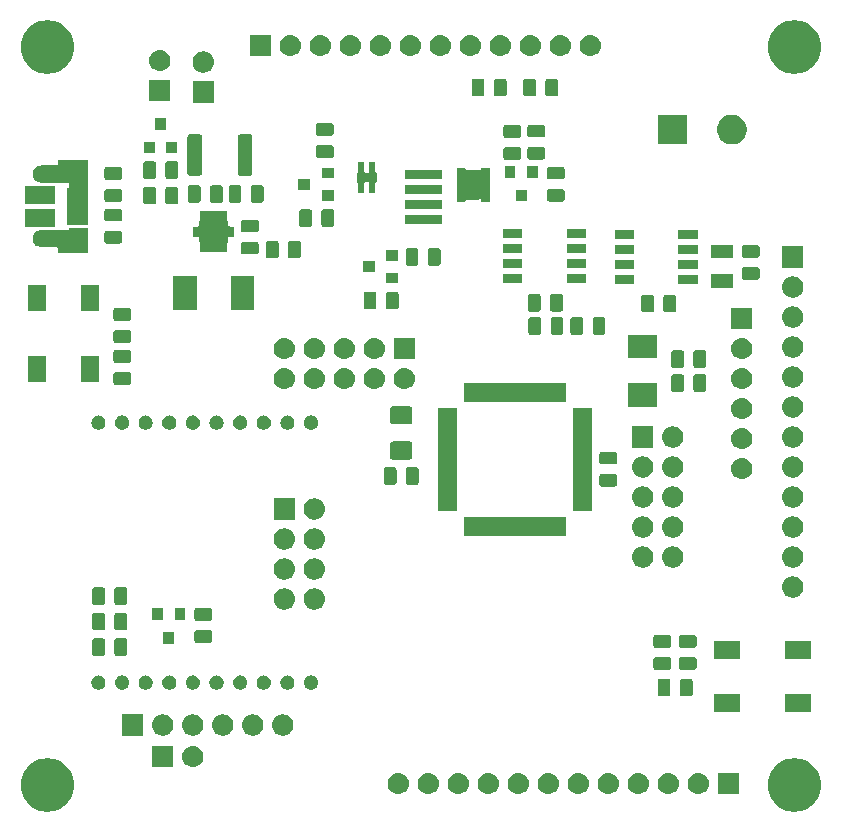
<source format=gts>
G04 #@! TF.GenerationSoftware,KiCad,Pcbnew,(5.1.0)-1*
G04 #@! TF.CreationDate,2021-01-27T12:23:48+01:00*
G04 #@! TF.ProjectId,SmartSensor,536d6172-7453-4656-9e73-6f722e6b6963,rev?*
G04 #@! TF.SameCoordinates,Original*
G04 #@! TF.FileFunction,Soldermask,Top*
G04 #@! TF.FilePolarity,Negative*
%FSLAX46Y46*%
G04 Gerber Fmt 4.6, Leading zero omitted, Abs format (unit mm)*
G04 Created by KiCad (PCBNEW (5.1.0)-1) date 2021-01-27 12:23:48*
%MOMM*%
%LPD*%
G04 APERTURE LIST*
%ADD10C,0.100000*%
G04 APERTURE END LIST*
D10*
G36*
X229764880Y-141650776D02*
G01*
X230145593Y-141726504D01*
X230555249Y-141896189D01*
X230923929Y-142142534D01*
X231237466Y-142456071D01*
X231483811Y-142824751D01*
X231653496Y-143234407D01*
X231740000Y-143669296D01*
X231740000Y-144112704D01*
X231653496Y-144547593D01*
X231483811Y-144957249D01*
X231237466Y-145325929D01*
X230923929Y-145639466D01*
X230555249Y-145885811D01*
X230145593Y-146055496D01*
X229764880Y-146131224D01*
X229710705Y-146142000D01*
X229267295Y-146142000D01*
X229213120Y-146131224D01*
X228832407Y-146055496D01*
X228422751Y-145885811D01*
X228054071Y-145639466D01*
X227740534Y-145325929D01*
X227494189Y-144957249D01*
X227324504Y-144547593D01*
X227238000Y-144112704D01*
X227238000Y-143669296D01*
X227324504Y-143234407D01*
X227494189Y-142824751D01*
X227740534Y-142456071D01*
X228054071Y-142142534D01*
X228422751Y-141896189D01*
X228832407Y-141726504D01*
X229213120Y-141650776D01*
X229267295Y-141640000D01*
X229710705Y-141640000D01*
X229764880Y-141650776D01*
X229764880Y-141650776D01*
G37*
G36*
X166518880Y-141650776D02*
G01*
X166899593Y-141726504D01*
X167309249Y-141896189D01*
X167677929Y-142142534D01*
X167991466Y-142456071D01*
X168237811Y-142824751D01*
X168407496Y-143234407D01*
X168494000Y-143669296D01*
X168494000Y-144112704D01*
X168407496Y-144547593D01*
X168237811Y-144957249D01*
X167991466Y-145325929D01*
X167677929Y-145639466D01*
X167309249Y-145885811D01*
X166899593Y-146055496D01*
X166518880Y-146131224D01*
X166464705Y-146142000D01*
X166021295Y-146142000D01*
X165967120Y-146131224D01*
X165586407Y-146055496D01*
X165176751Y-145885811D01*
X164808071Y-145639466D01*
X164494534Y-145325929D01*
X164248189Y-144957249D01*
X164078504Y-144547593D01*
X163992000Y-144112704D01*
X163992000Y-143669296D01*
X164078504Y-143234407D01*
X164248189Y-142824751D01*
X164494534Y-142456071D01*
X164808071Y-142142534D01*
X165176751Y-141896189D01*
X165586407Y-141726504D01*
X165967120Y-141650776D01*
X166021295Y-141640000D01*
X166464705Y-141640000D01*
X166518880Y-141650776D01*
X166518880Y-141650776D01*
G37*
G36*
X218931443Y-142869519D02*
G01*
X218997627Y-142876037D01*
X219167466Y-142927557D01*
X219323991Y-143011222D01*
X219353879Y-143035751D01*
X219461186Y-143123814D01*
X219544448Y-143225271D01*
X219573778Y-143261009D01*
X219657443Y-143417534D01*
X219708963Y-143587373D01*
X219726359Y-143764000D01*
X219708963Y-143940627D01*
X219657443Y-144110466D01*
X219573778Y-144266991D01*
X219565900Y-144276590D01*
X219461186Y-144404186D01*
X219359729Y-144487448D01*
X219323991Y-144516778D01*
X219167466Y-144600443D01*
X218997627Y-144651963D01*
X218931442Y-144658482D01*
X218865260Y-144665000D01*
X218776740Y-144665000D01*
X218710558Y-144658482D01*
X218644373Y-144651963D01*
X218474534Y-144600443D01*
X218318009Y-144516778D01*
X218282271Y-144487448D01*
X218180814Y-144404186D01*
X218076100Y-144276590D01*
X218068222Y-144266991D01*
X217984557Y-144110466D01*
X217933037Y-143940627D01*
X217915641Y-143764000D01*
X217933037Y-143587373D01*
X217984557Y-143417534D01*
X218068222Y-143261009D01*
X218097552Y-143225271D01*
X218180814Y-143123814D01*
X218288121Y-143035751D01*
X218318009Y-143011222D01*
X218474534Y-142927557D01*
X218644373Y-142876037D01*
X218710557Y-142869519D01*
X218776740Y-142863000D01*
X218865260Y-142863000D01*
X218931443Y-142869519D01*
X218931443Y-142869519D01*
G37*
G36*
X224802000Y-144665000D02*
G01*
X223000000Y-144665000D01*
X223000000Y-142863000D01*
X224802000Y-142863000D01*
X224802000Y-144665000D01*
X224802000Y-144665000D01*
G37*
G36*
X196071443Y-142869519D02*
G01*
X196137627Y-142876037D01*
X196307466Y-142927557D01*
X196463991Y-143011222D01*
X196493879Y-143035751D01*
X196601186Y-143123814D01*
X196684448Y-143225271D01*
X196713778Y-143261009D01*
X196797443Y-143417534D01*
X196848963Y-143587373D01*
X196866359Y-143764000D01*
X196848963Y-143940627D01*
X196797443Y-144110466D01*
X196713778Y-144266991D01*
X196705900Y-144276590D01*
X196601186Y-144404186D01*
X196499729Y-144487448D01*
X196463991Y-144516778D01*
X196307466Y-144600443D01*
X196137627Y-144651963D01*
X196071442Y-144658482D01*
X196005260Y-144665000D01*
X195916740Y-144665000D01*
X195850558Y-144658482D01*
X195784373Y-144651963D01*
X195614534Y-144600443D01*
X195458009Y-144516778D01*
X195422271Y-144487448D01*
X195320814Y-144404186D01*
X195216100Y-144276590D01*
X195208222Y-144266991D01*
X195124557Y-144110466D01*
X195073037Y-143940627D01*
X195055641Y-143764000D01*
X195073037Y-143587373D01*
X195124557Y-143417534D01*
X195208222Y-143261009D01*
X195237552Y-143225271D01*
X195320814Y-143123814D01*
X195428121Y-143035751D01*
X195458009Y-143011222D01*
X195614534Y-142927557D01*
X195784373Y-142876037D01*
X195850557Y-142869519D01*
X195916740Y-142863000D01*
X196005260Y-142863000D01*
X196071443Y-142869519D01*
X196071443Y-142869519D01*
G37*
G36*
X198611443Y-142869519D02*
G01*
X198677627Y-142876037D01*
X198847466Y-142927557D01*
X199003991Y-143011222D01*
X199033879Y-143035751D01*
X199141186Y-143123814D01*
X199224448Y-143225271D01*
X199253778Y-143261009D01*
X199337443Y-143417534D01*
X199388963Y-143587373D01*
X199406359Y-143764000D01*
X199388963Y-143940627D01*
X199337443Y-144110466D01*
X199253778Y-144266991D01*
X199245900Y-144276590D01*
X199141186Y-144404186D01*
X199039729Y-144487448D01*
X199003991Y-144516778D01*
X198847466Y-144600443D01*
X198677627Y-144651963D01*
X198611442Y-144658482D01*
X198545260Y-144665000D01*
X198456740Y-144665000D01*
X198390558Y-144658482D01*
X198324373Y-144651963D01*
X198154534Y-144600443D01*
X197998009Y-144516778D01*
X197962271Y-144487448D01*
X197860814Y-144404186D01*
X197756100Y-144276590D01*
X197748222Y-144266991D01*
X197664557Y-144110466D01*
X197613037Y-143940627D01*
X197595641Y-143764000D01*
X197613037Y-143587373D01*
X197664557Y-143417534D01*
X197748222Y-143261009D01*
X197777552Y-143225271D01*
X197860814Y-143123814D01*
X197968121Y-143035751D01*
X197998009Y-143011222D01*
X198154534Y-142927557D01*
X198324373Y-142876037D01*
X198390557Y-142869519D01*
X198456740Y-142863000D01*
X198545260Y-142863000D01*
X198611443Y-142869519D01*
X198611443Y-142869519D01*
G37*
G36*
X201151443Y-142869519D02*
G01*
X201217627Y-142876037D01*
X201387466Y-142927557D01*
X201543991Y-143011222D01*
X201573879Y-143035751D01*
X201681186Y-143123814D01*
X201764448Y-143225271D01*
X201793778Y-143261009D01*
X201877443Y-143417534D01*
X201928963Y-143587373D01*
X201946359Y-143764000D01*
X201928963Y-143940627D01*
X201877443Y-144110466D01*
X201793778Y-144266991D01*
X201785900Y-144276590D01*
X201681186Y-144404186D01*
X201579729Y-144487448D01*
X201543991Y-144516778D01*
X201387466Y-144600443D01*
X201217627Y-144651963D01*
X201151442Y-144658482D01*
X201085260Y-144665000D01*
X200996740Y-144665000D01*
X200930558Y-144658482D01*
X200864373Y-144651963D01*
X200694534Y-144600443D01*
X200538009Y-144516778D01*
X200502271Y-144487448D01*
X200400814Y-144404186D01*
X200296100Y-144276590D01*
X200288222Y-144266991D01*
X200204557Y-144110466D01*
X200153037Y-143940627D01*
X200135641Y-143764000D01*
X200153037Y-143587373D01*
X200204557Y-143417534D01*
X200288222Y-143261009D01*
X200317552Y-143225271D01*
X200400814Y-143123814D01*
X200508121Y-143035751D01*
X200538009Y-143011222D01*
X200694534Y-142927557D01*
X200864373Y-142876037D01*
X200930557Y-142869519D01*
X200996740Y-142863000D01*
X201085260Y-142863000D01*
X201151443Y-142869519D01*
X201151443Y-142869519D01*
G37*
G36*
X203691443Y-142869519D02*
G01*
X203757627Y-142876037D01*
X203927466Y-142927557D01*
X204083991Y-143011222D01*
X204113879Y-143035751D01*
X204221186Y-143123814D01*
X204304448Y-143225271D01*
X204333778Y-143261009D01*
X204417443Y-143417534D01*
X204468963Y-143587373D01*
X204486359Y-143764000D01*
X204468963Y-143940627D01*
X204417443Y-144110466D01*
X204333778Y-144266991D01*
X204325900Y-144276590D01*
X204221186Y-144404186D01*
X204119729Y-144487448D01*
X204083991Y-144516778D01*
X203927466Y-144600443D01*
X203757627Y-144651963D01*
X203691442Y-144658482D01*
X203625260Y-144665000D01*
X203536740Y-144665000D01*
X203470558Y-144658482D01*
X203404373Y-144651963D01*
X203234534Y-144600443D01*
X203078009Y-144516778D01*
X203042271Y-144487448D01*
X202940814Y-144404186D01*
X202836100Y-144276590D01*
X202828222Y-144266991D01*
X202744557Y-144110466D01*
X202693037Y-143940627D01*
X202675641Y-143764000D01*
X202693037Y-143587373D01*
X202744557Y-143417534D01*
X202828222Y-143261009D01*
X202857552Y-143225271D01*
X202940814Y-143123814D01*
X203048121Y-143035751D01*
X203078009Y-143011222D01*
X203234534Y-142927557D01*
X203404373Y-142876037D01*
X203470557Y-142869519D01*
X203536740Y-142863000D01*
X203625260Y-142863000D01*
X203691443Y-142869519D01*
X203691443Y-142869519D01*
G37*
G36*
X206231443Y-142869519D02*
G01*
X206297627Y-142876037D01*
X206467466Y-142927557D01*
X206623991Y-143011222D01*
X206653879Y-143035751D01*
X206761186Y-143123814D01*
X206844448Y-143225271D01*
X206873778Y-143261009D01*
X206957443Y-143417534D01*
X207008963Y-143587373D01*
X207026359Y-143764000D01*
X207008963Y-143940627D01*
X206957443Y-144110466D01*
X206873778Y-144266991D01*
X206865900Y-144276590D01*
X206761186Y-144404186D01*
X206659729Y-144487448D01*
X206623991Y-144516778D01*
X206467466Y-144600443D01*
X206297627Y-144651963D01*
X206231442Y-144658482D01*
X206165260Y-144665000D01*
X206076740Y-144665000D01*
X206010558Y-144658482D01*
X205944373Y-144651963D01*
X205774534Y-144600443D01*
X205618009Y-144516778D01*
X205582271Y-144487448D01*
X205480814Y-144404186D01*
X205376100Y-144276590D01*
X205368222Y-144266991D01*
X205284557Y-144110466D01*
X205233037Y-143940627D01*
X205215641Y-143764000D01*
X205233037Y-143587373D01*
X205284557Y-143417534D01*
X205368222Y-143261009D01*
X205397552Y-143225271D01*
X205480814Y-143123814D01*
X205588121Y-143035751D01*
X205618009Y-143011222D01*
X205774534Y-142927557D01*
X205944373Y-142876037D01*
X206010557Y-142869519D01*
X206076740Y-142863000D01*
X206165260Y-142863000D01*
X206231443Y-142869519D01*
X206231443Y-142869519D01*
G37*
G36*
X208771443Y-142869519D02*
G01*
X208837627Y-142876037D01*
X209007466Y-142927557D01*
X209163991Y-143011222D01*
X209193879Y-143035751D01*
X209301186Y-143123814D01*
X209384448Y-143225271D01*
X209413778Y-143261009D01*
X209497443Y-143417534D01*
X209548963Y-143587373D01*
X209566359Y-143764000D01*
X209548963Y-143940627D01*
X209497443Y-144110466D01*
X209413778Y-144266991D01*
X209405900Y-144276590D01*
X209301186Y-144404186D01*
X209199729Y-144487448D01*
X209163991Y-144516778D01*
X209007466Y-144600443D01*
X208837627Y-144651963D01*
X208771442Y-144658482D01*
X208705260Y-144665000D01*
X208616740Y-144665000D01*
X208550558Y-144658482D01*
X208484373Y-144651963D01*
X208314534Y-144600443D01*
X208158009Y-144516778D01*
X208122271Y-144487448D01*
X208020814Y-144404186D01*
X207916100Y-144276590D01*
X207908222Y-144266991D01*
X207824557Y-144110466D01*
X207773037Y-143940627D01*
X207755641Y-143764000D01*
X207773037Y-143587373D01*
X207824557Y-143417534D01*
X207908222Y-143261009D01*
X207937552Y-143225271D01*
X208020814Y-143123814D01*
X208128121Y-143035751D01*
X208158009Y-143011222D01*
X208314534Y-142927557D01*
X208484373Y-142876037D01*
X208550557Y-142869519D01*
X208616740Y-142863000D01*
X208705260Y-142863000D01*
X208771443Y-142869519D01*
X208771443Y-142869519D01*
G37*
G36*
X211311443Y-142869519D02*
G01*
X211377627Y-142876037D01*
X211547466Y-142927557D01*
X211703991Y-143011222D01*
X211733879Y-143035751D01*
X211841186Y-143123814D01*
X211924448Y-143225271D01*
X211953778Y-143261009D01*
X212037443Y-143417534D01*
X212088963Y-143587373D01*
X212106359Y-143764000D01*
X212088963Y-143940627D01*
X212037443Y-144110466D01*
X211953778Y-144266991D01*
X211945900Y-144276590D01*
X211841186Y-144404186D01*
X211739729Y-144487448D01*
X211703991Y-144516778D01*
X211547466Y-144600443D01*
X211377627Y-144651963D01*
X211311442Y-144658482D01*
X211245260Y-144665000D01*
X211156740Y-144665000D01*
X211090558Y-144658482D01*
X211024373Y-144651963D01*
X210854534Y-144600443D01*
X210698009Y-144516778D01*
X210662271Y-144487448D01*
X210560814Y-144404186D01*
X210456100Y-144276590D01*
X210448222Y-144266991D01*
X210364557Y-144110466D01*
X210313037Y-143940627D01*
X210295641Y-143764000D01*
X210313037Y-143587373D01*
X210364557Y-143417534D01*
X210448222Y-143261009D01*
X210477552Y-143225271D01*
X210560814Y-143123814D01*
X210668121Y-143035751D01*
X210698009Y-143011222D01*
X210854534Y-142927557D01*
X211024373Y-142876037D01*
X211090557Y-142869519D01*
X211156740Y-142863000D01*
X211245260Y-142863000D01*
X211311443Y-142869519D01*
X211311443Y-142869519D01*
G37*
G36*
X213851443Y-142869519D02*
G01*
X213917627Y-142876037D01*
X214087466Y-142927557D01*
X214243991Y-143011222D01*
X214273879Y-143035751D01*
X214381186Y-143123814D01*
X214464448Y-143225271D01*
X214493778Y-143261009D01*
X214577443Y-143417534D01*
X214628963Y-143587373D01*
X214646359Y-143764000D01*
X214628963Y-143940627D01*
X214577443Y-144110466D01*
X214493778Y-144266991D01*
X214485900Y-144276590D01*
X214381186Y-144404186D01*
X214279729Y-144487448D01*
X214243991Y-144516778D01*
X214087466Y-144600443D01*
X213917627Y-144651963D01*
X213851442Y-144658482D01*
X213785260Y-144665000D01*
X213696740Y-144665000D01*
X213630558Y-144658482D01*
X213564373Y-144651963D01*
X213394534Y-144600443D01*
X213238009Y-144516778D01*
X213202271Y-144487448D01*
X213100814Y-144404186D01*
X212996100Y-144276590D01*
X212988222Y-144266991D01*
X212904557Y-144110466D01*
X212853037Y-143940627D01*
X212835641Y-143764000D01*
X212853037Y-143587373D01*
X212904557Y-143417534D01*
X212988222Y-143261009D01*
X213017552Y-143225271D01*
X213100814Y-143123814D01*
X213208121Y-143035751D01*
X213238009Y-143011222D01*
X213394534Y-142927557D01*
X213564373Y-142876037D01*
X213630557Y-142869519D01*
X213696740Y-142863000D01*
X213785260Y-142863000D01*
X213851443Y-142869519D01*
X213851443Y-142869519D01*
G37*
G36*
X216391443Y-142869519D02*
G01*
X216457627Y-142876037D01*
X216627466Y-142927557D01*
X216783991Y-143011222D01*
X216813879Y-143035751D01*
X216921186Y-143123814D01*
X217004448Y-143225271D01*
X217033778Y-143261009D01*
X217117443Y-143417534D01*
X217168963Y-143587373D01*
X217186359Y-143764000D01*
X217168963Y-143940627D01*
X217117443Y-144110466D01*
X217033778Y-144266991D01*
X217025900Y-144276590D01*
X216921186Y-144404186D01*
X216819729Y-144487448D01*
X216783991Y-144516778D01*
X216627466Y-144600443D01*
X216457627Y-144651963D01*
X216391442Y-144658482D01*
X216325260Y-144665000D01*
X216236740Y-144665000D01*
X216170558Y-144658482D01*
X216104373Y-144651963D01*
X215934534Y-144600443D01*
X215778009Y-144516778D01*
X215742271Y-144487448D01*
X215640814Y-144404186D01*
X215536100Y-144276590D01*
X215528222Y-144266991D01*
X215444557Y-144110466D01*
X215393037Y-143940627D01*
X215375641Y-143764000D01*
X215393037Y-143587373D01*
X215444557Y-143417534D01*
X215528222Y-143261009D01*
X215557552Y-143225271D01*
X215640814Y-143123814D01*
X215748121Y-143035751D01*
X215778009Y-143011222D01*
X215934534Y-142927557D01*
X216104373Y-142876037D01*
X216170557Y-142869519D01*
X216236740Y-142863000D01*
X216325260Y-142863000D01*
X216391443Y-142869519D01*
X216391443Y-142869519D01*
G37*
G36*
X221471443Y-142869519D02*
G01*
X221537627Y-142876037D01*
X221707466Y-142927557D01*
X221863991Y-143011222D01*
X221893879Y-143035751D01*
X222001186Y-143123814D01*
X222084448Y-143225271D01*
X222113778Y-143261009D01*
X222197443Y-143417534D01*
X222248963Y-143587373D01*
X222266359Y-143764000D01*
X222248963Y-143940627D01*
X222197443Y-144110466D01*
X222113778Y-144266991D01*
X222105900Y-144276590D01*
X222001186Y-144404186D01*
X221899729Y-144487448D01*
X221863991Y-144516778D01*
X221707466Y-144600443D01*
X221537627Y-144651963D01*
X221471442Y-144658482D01*
X221405260Y-144665000D01*
X221316740Y-144665000D01*
X221250558Y-144658482D01*
X221184373Y-144651963D01*
X221014534Y-144600443D01*
X220858009Y-144516778D01*
X220822271Y-144487448D01*
X220720814Y-144404186D01*
X220616100Y-144276590D01*
X220608222Y-144266991D01*
X220524557Y-144110466D01*
X220473037Y-143940627D01*
X220455641Y-143764000D01*
X220473037Y-143587373D01*
X220524557Y-143417534D01*
X220608222Y-143261009D01*
X220637552Y-143225271D01*
X220720814Y-143123814D01*
X220828121Y-143035751D01*
X220858009Y-143011222D01*
X221014534Y-142927557D01*
X221184373Y-142876037D01*
X221250557Y-142869519D01*
X221316740Y-142863000D01*
X221405260Y-142863000D01*
X221471443Y-142869519D01*
X221471443Y-142869519D01*
G37*
G36*
X176923000Y-142379000D02*
G01*
X175121000Y-142379000D01*
X175121000Y-140577000D01*
X176923000Y-140577000D01*
X176923000Y-142379000D01*
X176923000Y-142379000D01*
G37*
G36*
X178672443Y-140583519D02*
G01*
X178738627Y-140590037D01*
X178908466Y-140641557D01*
X179064991Y-140725222D01*
X179100729Y-140754552D01*
X179202186Y-140837814D01*
X179285448Y-140939271D01*
X179314778Y-140975009D01*
X179398443Y-141131534D01*
X179449963Y-141301373D01*
X179467359Y-141478000D01*
X179449963Y-141654627D01*
X179398443Y-141824466D01*
X179314778Y-141980991D01*
X179285448Y-142016729D01*
X179202186Y-142118186D01*
X179100729Y-142201448D01*
X179064991Y-142230778D01*
X178908466Y-142314443D01*
X178738627Y-142365963D01*
X178672442Y-142372482D01*
X178606260Y-142379000D01*
X178517740Y-142379000D01*
X178451558Y-142372482D01*
X178385373Y-142365963D01*
X178215534Y-142314443D01*
X178059009Y-142230778D01*
X178023271Y-142201448D01*
X177921814Y-142118186D01*
X177838552Y-142016729D01*
X177809222Y-141980991D01*
X177725557Y-141824466D01*
X177674037Y-141654627D01*
X177656641Y-141478000D01*
X177674037Y-141301373D01*
X177725557Y-141131534D01*
X177809222Y-140975009D01*
X177838552Y-140939271D01*
X177921814Y-140837814D01*
X178023271Y-140754552D01*
X178059009Y-140725222D01*
X178215534Y-140641557D01*
X178385373Y-140590037D01*
X178451557Y-140583519D01*
X178517740Y-140577000D01*
X178606260Y-140577000D01*
X178672443Y-140583519D01*
X178672443Y-140583519D01*
G37*
G36*
X174383000Y-139712000D02*
G01*
X172581000Y-139712000D01*
X172581000Y-137910000D01*
X174383000Y-137910000D01*
X174383000Y-139712000D01*
X174383000Y-139712000D01*
G37*
G36*
X183752442Y-137916518D02*
G01*
X183818627Y-137923037D01*
X183988466Y-137974557D01*
X184144991Y-138058222D01*
X184180729Y-138087552D01*
X184282186Y-138170814D01*
X184365448Y-138272271D01*
X184394778Y-138308009D01*
X184478443Y-138464534D01*
X184529963Y-138634373D01*
X184547359Y-138811000D01*
X184529963Y-138987627D01*
X184478443Y-139157466D01*
X184394778Y-139313991D01*
X184365448Y-139349729D01*
X184282186Y-139451186D01*
X184180729Y-139534448D01*
X184144991Y-139563778D01*
X183988466Y-139647443D01*
X183818627Y-139698963D01*
X183752443Y-139705481D01*
X183686260Y-139712000D01*
X183597740Y-139712000D01*
X183531557Y-139705481D01*
X183465373Y-139698963D01*
X183295534Y-139647443D01*
X183139009Y-139563778D01*
X183103271Y-139534448D01*
X183001814Y-139451186D01*
X182918552Y-139349729D01*
X182889222Y-139313991D01*
X182805557Y-139157466D01*
X182754037Y-138987627D01*
X182736641Y-138811000D01*
X182754037Y-138634373D01*
X182805557Y-138464534D01*
X182889222Y-138308009D01*
X182918552Y-138272271D01*
X183001814Y-138170814D01*
X183103271Y-138087552D01*
X183139009Y-138058222D01*
X183295534Y-137974557D01*
X183465373Y-137923037D01*
X183531558Y-137916518D01*
X183597740Y-137910000D01*
X183686260Y-137910000D01*
X183752442Y-137916518D01*
X183752442Y-137916518D01*
G37*
G36*
X181212442Y-137916518D02*
G01*
X181278627Y-137923037D01*
X181448466Y-137974557D01*
X181604991Y-138058222D01*
X181640729Y-138087552D01*
X181742186Y-138170814D01*
X181825448Y-138272271D01*
X181854778Y-138308009D01*
X181938443Y-138464534D01*
X181989963Y-138634373D01*
X182007359Y-138811000D01*
X181989963Y-138987627D01*
X181938443Y-139157466D01*
X181854778Y-139313991D01*
X181825448Y-139349729D01*
X181742186Y-139451186D01*
X181640729Y-139534448D01*
X181604991Y-139563778D01*
X181448466Y-139647443D01*
X181278627Y-139698963D01*
X181212443Y-139705481D01*
X181146260Y-139712000D01*
X181057740Y-139712000D01*
X180991557Y-139705481D01*
X180925373Y-139698963D01*
X180755534Y-139647443D01*
X180599009Y-139563778D01*
X180563271Y-139534448D01*
X180461814Y-139451186D01*
X180378552Y-139349729D01*
X180349222Y-139313991D01*
X180265557Y-139157466D01*
X180214037Y-138987627D01*
X180196641Y-138811000D01*
X180214037Y-138634373D01*
X180265557Y-138464534D01*
X180349222Y-138308009D01*
X180378552Y-138272271D01*
X180461814Y-138170814D01*
X180563271Y-138087552D01*
X180599009Y-138058222D01*
X180755534Y-137974557D01*
X180925373Y-137923037D01*
X180991558Y-137916518D01*
X181057740Y-137910000D01*
X181146260Y-137910000D01*
X181212442Y-137916518D01*
X181212442Y-137916518D01*
G37*
G36*
X178672442Y-137916518D02*
G01*
X178738627Y-137923037D01*
X178908466Y-137974557D01*
X179064991Y-138058222D01*
X179100729Y-138087552D01*
X179202186Y-138170814D01*
X179285448Y-138272271D01*
X179314778Y-138308009D01*
X179398443Y-138464534D01*
X179449963Y-138634373D01*
X179467359Y-138811000D01*
X179449963Y-138987627D01*
X179398443Y-139157466D01*
X179314778Y-139313991D01*
X179285448Y-139349729D01*
X179202186Y-139451186D01*
X179100729Y-139534448D01*
X179064991Y-139563778D01*
X178908466Y-139647443D01*
X178738627Y-139698963D01*
X178672443Y-139705481D01*
X178606260Y-139712000D01*
X178517740Y-139712000D01*
X178451557Y-139705481D01*
X178385373Y-139698963D01*
X178215534Y-139647443D01*
X178059009Y-139563778D01*
X178023271Y-139534448D01*
X177921814Y-139451186D01*
X177838552Y-139349729D01*
X177809222Y-139313991D01*
X177725557Y-139157466D01*
X177674037Y-138987627D01*
X177656641Y-138811000D01*
X177674037Y-138634373D01*
X177725557Y-138464534D01*
X177809222Y-138308009D01*
X177838552Y-138272271D01*
X177921814Y-138170814D01*
X178023271Y-138087552D01*
X178059009Y-138058222D01*
X178215534Y-137974557D01*
X178385373Y-137923037D01*
X178451558Y-137916518D01*
X178517740Y-137910000D01*
X178606260Y-137910000D01*
X178672442Y-137916518D01*
X178672442Y-137916518D01*
G37*
G36*
X176132442Y-137916518D02*
G01*
X176198627Y-137923037D01*
X176368466Y-137974557D01*
X176524991Y-138058222D01*
X176560729Y-138087552D01*
X176662186Y-138170814D01*
X176745448Y-138272271D01*
X176774778Y-138308009D01*
X176858443Y-138464534D01*
X176909963Y-138634373D01*
X176927359Y-138811000D01*
X176909963Y-138987627D01*
X176858443Y-139157466D01*
X176774778Y-139313991D01*
X176745448Y-139349729D01*
X176662186Y-139451186D01*
X176560729Y-139534448D01*
X176524991Y-139563778D01*
X176368466Y-139647443D01*
X176198627Y-139698963D01*
X176132443Y-139705481D01*
X176066260Y-139712000D01*
X175977740Y-139712000D01*
X175911557Y-139705481D01*
X175845373Y-139698963D01*
X175675534Y-139647443D01*
X175519009Y-139563778D01*
X175483271Y-139534448D01*
X175381814Y-139451186D01*
X175298552Y-139349729D01*
X175269222Y-139313991D01*
X175185557Y-139157466D01*
X175134037Y-138987627D01*
X175116641Y-138811000D01*
X175134037Y-138634373D01*
X175185557Y-138464534D01*
X175269222Y-138308009D01*
X175298552Y-138272271D01*
X175381814Y-138170814D01*
X175483271Y-138087552D01*
X175519009Y-138058222D01*
X175675534Y-137974557D01*
X175845373Y-137923037D01*
X175911558Y-137916518D01*
X175977740Y-137910000D01*
X176066260Y-137910000D01*
X176132442Y-137916518D01*
X176132442Y-137916518D01*
G37*
G36*
X186292442Y-137916518D02*
G01*
X186358627Y-137923037D01*
X186528466Y-137974557D01*
X186684991Y-138058222D01*
X186720729Y-138087552D01*
X186822186Y-138170814D01*
X186905448Y-138272271D01*
X186934778Y-138308009D01*
X187018443Y-138464534D01*
X187069963Y-138634373D01*
X187087359Y-138811000D01*
X187069963Y-138987627D01*
X187018443Y-139157466D01*
X186934778Y-139313991D01*
X186905448Y-139349729D01*
X186822186Y-139451186D01*
X186720729Y-139534448D01*
X186684991Y-139563778D01*
X186528466Y-139647443D01*
X186358627Y-139698963D01*
X186292443Y-139705481D01*
X186226260Y-139712000D01*
X186137740Y-139712000D01*
X186071557Y-139705481D01*
X186005373Y-139698963D01*
X185835534Y-139647443D01*
X185679009Y-139563778D01*
X185643271Y-139534448D01*
X185541814Y-139451186D01*
X185458552Y-139349729D01*
X185429222Y-139313991D01*
X185345557Y-139157466D01*
X185294037Y-138987627D01*
X185276641Y-138811000D01*
X185294037Y-138634373D01*
X185345557Y-138464534D01*
X185429222Y-138308009D01*
X185458552Y-138272271D01*
X185541814Y-138170814D01*
X185643271Y-138087552D01*
X185679009Y-138058222D01*
X185835534Y-137974557D01*
X186005373Y-137923037D01*
X186071558Y-137916518D01*
X186137740Y-137910000D01*
X186226260Y-137910000D01*
X186292442Y-137916518D01*
X186292442Y-137916518D01*
G37*
G36*
X230875000Y-137712000D02*
G01*
X228673000Y-137712000D01*
X228673000Y-136210000D01*
X230875000Y-136210000D01*
X230875000Y-137712000D01*
X230875000Y-137712000D01*
G37*
G36*
X224875000Y-137712000D02*
G01*
X222673000Y-137712000D01*
X222673000Y-136210000D01*
X224875000Y-136210000D01*
X224875000Y-137712000D01*
X224875000Y-137712000D01*
G37*
G36*
X218841968Y-134889565D02*
G01*
X218880638Y-134901296D01*
X218916277Y-134920346D01*
X218947517Y-134945983D01*
X218973154Y-134977223D01*
X218992204Y-135012862D01*
X219003935Y-135051532D01*
X219008500Y-135097888D01*
X219008500Y-136174112D01*
X219003935Y-136220468D01*
X218992204Y-136259138D01*
X218973154Y-136294777D01*
X218947517Y-136326017D01*
X218916277Y-136351654D01*
X218880638Y-136370704D01*
X218841968Y-136382435D01*
X218795612Y-136387000D01*
X218144388Y-136387000D01*
X218098032Y-136382435D01*
X218059362Y-136370704D01*
X218023723Y-136351654D01*
X217992483Y-136326017D01*
X217966846Y-136294777D01*
X217947796Y-136259138D01*
X217936065Y-136220468D01*
X217931500Y-136174112D01*
X217931500Y-135097888D01*
X217936065Y-135051532D01*
X217947796Y-135012862D01*
X217966846Y-134977223D01*
X217992483Y-134945983D01*
X218023723Y-134920346D01*
X218059362Y-134901296D01*
X218098032Y-134889565D01*
X218144388Y-134885000D01*
X218795612Y-134885000D01*
X218841968Y-134889565D01*
X218841968Y-134889565D01*
G37*
G36*
X220716968Y-134889565D02*
G01*
X220755638Y-134901296D01*
X220791277Y-134920346D01*
X220822517Y-134945983D01*
X220848154Y-134977223D01*
X220867204Y-135012862D01*
X220878935Y-135051532D01*
X220883500Y-135097888D01*
X220883500Y-136174112D01*
X220878935Y-136220468D01*
X220867204Y-136259138D01*
X220848154Y-136294777D01*
X220822517Y-136326017D01*
X220791277Y-136351654D01*
X220755638Y-136370704D01*
X220716968Y-136382435D01*
X220670612Y-136387000D01*
X220019388Y-136387000D01*
X219973032Y-136382435D01*
X219934362Y-136370704D01*
X219898723Y-136351654D01*
X219867483Y-136326017D01*
X219841846Y-136294777D01*
X219822796Y-136259138D01*
X219811065Y-136220468D01*
X219806500Y-136174112D01*
X219806500Y-135097888D01*
X219811065Y-135051532D01*
X219822796Y-135012862D01*
X219841846Y-134977223D01*
X219867483Y-134945983D01*
X219898723Y-134920346D01*
X219934362Y-134901296D01*
X219973032Y-134889565D01*
X220019388Y-134885000D01*
X220670612Y-134885000D01*
X220716968Y-134889565D01*
X220716968Y-134889565D01*
G37*
G36*
X174712601Y-134620397D02*
G01*
X174751305Y-134628096D01*
X174783340Y-134641365D01*
X174860680Y-134673400D01*
X174959115Y-134739173D01*
X175042827Y-134822885D01*
X175108600Y-134921320D01*
X175153904Y-135030696D01*
X175177000Y-135146805D01*
X175177000Y-135265195D01*
X175153904Y-135381304D01*
X175108600Y-135490680D01*
X175042827Y-135589115D01*
X174959115Y-135672827D01*
X174860680Y-135738600D01*
X174783340Y-135770635D01*
X174751305Y-135783904D01*
X174712601Y-135791603D01*
X174635195Y-135807000D01*
X174516805Y-135807000D01*
X174439399Y-135791603D01*
X174400695Y-135783904D01*
X174368660Y-135770635D01*
X174291320Y-135738600D01*
X174192885Y-135672827D01*
X174109173Y-135589115D01*
X174043400Y-135490680D01*
X173998096Y-135381304D01*
X173975000Y-135265195D01*
X173975000Y-135146805D01*
X173998096Y-135030696D01*
X174043400Y-134921320D01*
X174109173Y-134822885D01*
X174192885Y-134739173D01*
X174291320Y-134673400D01*
X174368660Y-134641365D01*
X174400695Y-134628096D01*
X174439399Y-134620397D01*
X174516805Y-134605000D01*
X174635195Y-134605000D01*
X174712601Y-134620397D01*
X174712601Y-134620397D01*
G37*
G36*
X170712601Y-134620397D02*
G01*
X170751305Y-134628096D01*
X170783340Y-134641365D01*
X170860680Y-134673400D01*
X170959115Y-134739173D01*
X171042827Y-134822885D01*
X171108600Y-134921320D01*
X171153904Y-135030696D01*
X171177000Y-135146805D01*
X171177000Y-135265195D01*
X171153904Y-135381304D01*
X171108600Y-135490680D01*
X171042827Y-135589115D01*
X170959115Y-135672827D01*
X170860680Y-135738600D01*
X170783340Y-135770635D01*
X170751305Y-135783904D01*
X170712601Y-135791603D01*
X170635195Y-135807000D01*
X170516805Y-135807000D01*
X170439399Y-135791603D01*
X170400695Y-135783904D01*
X170368660Y-135770635D01*
X170291320Y-135738600D01*
X170192885Y-135672827D01*
X170109173Y-135589115D01*
X170043400Y-135490680D01*
X169998096Y-135381304D01*
X169975000Y-135265195D01*
X169975000Y-135146805D01*
X169998096Y-135030696D01*
X170043400Y-134921320D01*
X170109173Y-134822885D01*
X170192885Y-134739173D01*
X170291320Y-134673400D01*
X170368660Y-134641365D01*
X170400695Y-134628096D01*
X170439399Y-134620397D01*
X170516805Y-134605000D01*
X170635195Y-134605000D01*
X170712601Y-134620397D01*
X170712601Y-134620397D01*
G37*
G36*
X172712601Y-134620397D02*
G01*
X172751305Y-134628096D01*
X172783340Y-134641365D01*
X172860680Y-134673400D01*
X172959115Y-134739173D01*
X173042827Y-134822885D01*
X173108600Y-134921320D01*
X173153904Y-135030696D01*
X173177000Y-135146805D01*
X173177000Y-135265195D01*
X173153904Y-135381304D01*
X173108600Y-135490680D01*
X173042827Y-135589115D01*
X172959115Y-135672827D01*
X172860680Y-135738600D01*
X172783340Y-135770635D01*
X172751305Y-135783904D01*
X172712601Y-135791603D01*
X172635195Y-135807000D01*
X172516805Y-135807000D01*
X172439399Y-135791603D01*
X172400695Y-135783904D01*
X172368660Y-135770635D01*
X172291320Y-135738600D01*
X172192885Y-135672827D01*
X172109173Y-135589115D01*
X172043400Y-135490680D01*
X171998096Y-135381304D01*
X171975000Y-135265195D01*
X171975000Y-135146805D01*
X171998096Y-135030696D01*
X172043400Y-134921320D01*
X172109173Y-134822885D01*
X172192885Y-134739173D01*
X172291320Y-134673400D01*
X172368660Y-134641365D01*
X172400695Y-134628096D01*
X172439399Y-134620397D01*
X172516805Y-134605000D01*
X172635195Y-134605000D01*
X172712601Y-134620397D01*
X172712601Y-134620397D01*
G37*
G36*
X176712601Y-134620397D02*
G01*
X176751305Y-134628096D01*
X176783340Y-134641365D01*
X176860680Y-134673400D01*
X176959115Y-134739173D01*
X177042827Y-134822885D01*
X177108600Y-134921320D01*
X177153904Y-135030696D01*
X177177000Y-135146805D01*
X177177000Y-135265195D01*
X177153904Y-135381304D01*
X177108600Y-135490680D01*
X177042827Y-135589115D01*
X176959115Y-135672827D01*
X176860680Y-135738600D01*
X176783340Y-135770635D01*
X176751305Y-135783904D01*
X176712601Y-135791603D01*
X176635195Y-135807000D01*
X176516805Y-135807000D01*
X176439399Y-135791603D01*
X176400695Y-135783904D01*
X176368660Y-135770635D01*
X176291320Y-135738600D01*
X176192885Y-135672827D01*
X176109173Y-135589115D01*
X176043400Y-135490680D01*
X175998096Y-135381304D01*
X175975000Y-135265195D01*
X175975000Y-135146805D01*
X175998096Y-135030696D01*
X176043400Y-134921320D01*
X176109173Y-134822885D01*
X176192885Y-134739173D01*
X176291320Y-134673400D01*
X176368660Y-134641365D01*
X176400695Y-134628096D01*
X176439399Y-134620397D01*
X176516805Y-134605000D01*
X176635195Y-134605000D01*
X176712601Y-134620397D01*
X176712601Y-134620397D01*
G37*
G36*
X178712601Y-134620397D02*
G01*
X178751305Y-134628096D01*
X178783340Y-134641365D01*
X178860680Y-134673400D01*
X178959115Y-134739173D01*
X179042827Y-134822885D01*
X179108600Y-134921320D01*
X179153904Y-135030696D01*
X179177000Y-135146805D01*
X179177000Y-135265195D01*
X179153904Y-135381304D01*
X179108600Y-135490680D01*
X179042827Y-135589115D01*
X178959115Y-135672827D01*
X178860680Y-135738600D01*
X178783340Y-135770635D01*
X178751305Y-135783904D01*
X178712601Y-135791603D01*
X178635195Y-135807000D01*
X178516805Y-135807000D01*
X178439399Y-135791603D01*
X178400695Y-135783904D01*
X178368660Y-135770635D01*
X178291320Y-135738600D01*
X178192885Y-135672827D01*
X178109173Y-135589115D01*
X178043400Y-135490680D01*
X177998096Y-135381304D01*
X177975000Y-135265195D01*
X177975000Y-135146805D01*
X177998096Y-135030696D01*
X178043400Y-134921320D01*
X178109173Y-134822885D01*
X178192885Y-134739173D01*
X178291320Y-134673400D01*
X178368660Y-134641365D01*
X178400695Y-134628096D01*
X178439399Y-134620397D01*
X178516805Y-134605000D01*
X178635195Y-134605000D01*
X178712601Y-134620397D01*
X178712601Y-134620397D01*
G37*
G36*
X182712601Y-134620397D02*
G01*
X182751305Y-134628096D01*
X182783340Y-134641365D01*
X182860680Y-134673400D01*
X182959115Y-134739173D01*
X183042827Y-134822885D01*
X183108600Y-134921320D01*
X183153904Y-135030696D01*
X183177000Y-135146805D01*
X183177000Y-135265195D01*
X183153904Y-135381304D01*
X183108600Y-135490680D01*
X183042827Y-135589115D01*
X182959115Y-135672827D01*
X182860680Y-135738600D01*
X182783340Y-135770635D01*
X182751305Y-135783904D01*
X182712601Y-135791603D01*
X182635195Y-135807000D01*
X182516805Y-135807000D01*
X182439399Y-135791603D01*
X182400695Y-135783904D01*
X182368660Y-135770635D01*
X182291320Y-135738600D01*
X182192885Y-135672827D01*
X182109173Y-135589115D01*
X182043400Y-135490680D01*
X181998096Y-135381304D01*
X181975000Y-135265195D01*
X181975000Y-135146805D01*
X181998096Y-135030696D01*
X182043400Y-134921320D01*
X182109173Y-134822885D01*
X182192885Y-134739173D01*
X182291320Y-134673400D01*
X182368660Y-134641365D01*
X182400695Y-134628096D01*
X182439399Y-134620397D01*
X182516805Y-134605000D01*
X182635195Y-134605000D01*
X182712601Y-134620397D01*
X182712601Y-134620397D01*
G37*
G36*
X180712601Y-134620397D02*
G01*
X180751305Y-134628096D01*
X180783340Y-134641365D01*
X180860680Y-134673400D01*
X180959115Y-134739173D01*
X181042827Y-134822885D01*
X181108600Y-134921320D01*
X181153904Y-135030696D01*
X181177000Y-135146805D01*
X181177000Y-135265195D01*
X181153904Y-135381304D01*
X181108600Y-135490680D01*
X181042827Y-135589115D01*
X180959115Y-135672827D01*
X180860680Y-135738600D01*
X180783340Y-135770635D01*
X180751305Y-135783904D01*
X180712601Y-135791603D01*
X180635195Y-135807000D01*
X180516805Y-135807000D01*
X180439399Y-135791603D01*
X180400695Y-135783904D01*
X180368660Y-135770635D01*
X180291320Y-135738600D01*
X180192885Y-135672827D01*
X180109173Y-135589115D01*
X180043400Y-135490680D01*
X179998096Y-135381304D01*
X179975000Y-135265195D01*
X179975000Y-135146805D01*
X179998096Y-135030696D01*
X180043400Y-134921320D01*
X180109173Y-134822885D01*
X180192885Y-134739173D01*
X180291320Y-134673400D01*
X180368660Y-134641365D01*
X180400695Y-134628096D01*
X180439399Y-134620397D01*
X180516805Y-134605000D01*
X180635195Y-134605000D01*
X180712601Y-134620397D01*
X180712601Y-134620397D01*
G37*
G36*
X186712601Y-134620397D02*
G01*
X186751305Y-134628096D01*
X186783340Y-134641365D01*
X186860680Y-134673400D01*
X186959115Y-134739173D01*
X187042827Y-134822885D01*
X187108600Y-134921320D01*
X187153904Y-135030696D01*
X187177000Y-135146805D01*
X187177000Y-135265195D01*
X187153904Y-135381304D01*
X187108600Y-135490680D01*
X187042827Y-135589115D01*
X186959115Y-135672827D01*
X186860680Y-135738600D01*
X186783340Y-135770635D01*
X186751305Y-135783904D01*
X186712601Y-135791603D01*
X186635195Y-135807000D01*
X186516805Y-135807000D01*
X186439399Y-135791603D01*
X186400695Y-135783904D01*
X186368660Y-135770635D01*
X186291320Y-135738600D01*
X186192885Y-135672827D01*
X186109173Y-135589115D01*
X186043400Y-135490680D01*
X185998096Y-135381304D01*
X185975000Y-135265195D01*
X185975000Y-135146805D01*
X185998096Y-135030696D01*
X186043400Y-134921320D01*
X186109173Y-134822885D01*
X186192885Y-134739173D01*
X186291320Y-134673400D01*
X186368660Y-134641365D01*
X186400695Y-134628096D01*
X186439399Y-134620397D01*
X186516805Y-134605000D01*
X186635195Y-134605000D01*
X186712601Y-134620397D01*
X186712601Y-134620397D01*
G37*
G36*
X188712601Y-134620397D02*
G01*
X188751305Y-134628096D01*
X188783340Y-134641365D01*
X188860680Y-134673400D01*
X188959115Y-134739173D01*
X189042827Y-134822885D01*
X189108600Y-134921320D01*
X189153904Y-135030696D01*
X189177000Y-135146805D01*
X189177000Y-135265195D01*
X189153904Y-135381304D01*
X189108600Y-135490680D01*
X189042827Y-135589115D01*
X188959115Y-135672827D01*
X188860680Y-135738600D01*
X188783340Y-135770635D01*
X188751305Y-135783904D01*
X188712601Y-135791603D01*
X188635195Y-135807000D01*
X188516805Y-135807000D01*
X188439399Y-135791603D01*
X188400695Y-135783904D01*
X188368660Y-135770635D01*
X188291320Y-135738600D01*
X188192885Y-135672827D01*
X188109173Y-135589115D01*
X188043400Y-135490680D01*
X187998096Y-135381304D01*
X187975000Y-135265195D01*
X187975000Y-135146805D01*
X187998096Y-135030696D01*
X188043400Y-134921320D01*
X188109173Y-134822885D01*
X188192885Y-134739173D01*
X188291320Y-134673400D01*
X188368660Y-134641365D01*
X188400695Y-134628096D01*
X188439399Y-134620397D01*
X188516805Y-134605000D01*
X188635195Y-134605000D01*
X188712601Y-134620397D01*
X188712601Y-134620397D01*
G37*
G36*
X184712601Y-134620397D02*
G01*
X184751305Y-134628096D01*
X184783340Y-134641365D01*
X184860680Y-134673400D01*
X184959115Y-134739173D01*
X185042827Y-134822885D01*
X185108600Y-134921320D01*
X185153904Y-135030696D01*
X185177000Y-135146805D01*
X185177000Y-135265195D01*
X185153904Y-135381304D01*
X185108600Y-135490680D01*
X185042827Y-135589115D01*
X184959115Y-135672827D01*
X184860680Y-135738600D01*
X184783340Y-135770635D01*
X184751305Y-135783904D01*
X184712601Y-135791603D01*
X184635195Y-135807000D01*
X184516805Y-135807000D01*
X184439399Y-135791603D01*
X184400695Y-135783904D01*
X184368660Y-135770635D01*
X184291320Y-135738600D01*
X184192885Y-135672827D01*
X184109173Y-135589115D01*
X184043400Y-135490680D01*
X183998096Y-135381304D01*
X183975000Y-135265195D01*
X183975000Y-135146805D01*
X183998096Y-135030696D01*
X184043400Y-134921320D01*
X184109173Y-134822885D01*
X184192885Y-134739173D01*
X184291320Y-134673400D01*
X184368660Y-134641365D01*
X184400695Y-134628096D01*
X184439399Y-134620397D01*
X184516805Y-134605000D01*
X184635195Y-134605000D01*
X184712601Y-134620397D01*
X184712601Y-134620397D01*
G37*
G36*
X221056468Y-133070065D02*
G01*
X221095138Y-133081796D01*
X221130777Y-133100846D01*
X221162017Y-133126483D01*
X221187654Y-133157723D01*
X221206704Y-133193362D01*
X221218435Y-133232032D01*
X221223000Y-133278388D01*
X221223000Y-133929612D01*
X221218435Y-133975968D01*
X221206704Y-134014638D01*
X221187654Y-134050277D01*
X221162017Y-134081517D01*
X221130777Y-134107154D01*
X221095138Y-134126204D01*
X221056468Y-134137935D01*
X221010112Y-134142500D01*
X219933888Y-134142500D01*
X219887532Y-134137935D01*
X219848862Y-134126204D01*
X219813223Y-134107154D01*
X219781983Y-134081517D01*
X219756346Y-134050277D01*
X219737296Y-134014638D01*
X219725565Y-133975968D01*
X219721000Y-133929612D01*
X219721000Y-133278388D01*
X219725565Y-133232032D01*
X219737296Y-133193362D01*
X219756346Y-133157723D01*
X219781983Y-133126483D01*
X219813223Y-133100846D01*
X219848862Y-133081796D01*
X219887532Y-133070065D01*
X219933888Y-133065500D01*
X221010112Y-133065500D01*
X221056468Y-133070065D01*
X221056468Y-133070065D01*
G37*
G36*
X218897468Y-133070065D02*
G01*
X218936138Y-133081796D01*
X218971777Y-133100846D01*
X219003017Y-133126483D01*
X219028654Y-133157723D01*
X219047704Y-133193362D01*
X219059435Y-133232032D01*
X219064000Y-133278388D01*
X219064000Y-133929612D01*
X219059435Y-133975968D01*
X219047704Y-134014638D01*
X219028654Y-134050277D01*
X219003017Y-134081517D01*
X218971777Y-134107154D01*
X218936138Y-134126204D01*
X218897468Y-134137935D01*
X218851112Y-134142500D01*
X217774888Y-134142500D01*
X217728532Y-134137935D01*
X217689862Y-134126204D01*
X217654223Y-134107154D01*
X217622983Y-134081517D01*
X217597346Y-134050277D01*
X217578296Y-134014638D01*
X217566565Y-133975968D01*
X217562000Y-133929612D01*
X217562000Y-133278388D01*
X217566565Y-133232032D01*
X217578296Y-133193362D01*
X217597346Y-133157723D01*
X217622983Y-133126483D01*
X217654223Y-133100846D01*
X217689862Y-133081796D01*
X217728532Y-133070065D01*
X217774888Y-133065500D01*
X218851112Y-133065500D01*
X218897468Y-133070065D01*
X218897468Y-133070065D01*
G37*
G36*
X224875000Y-133212000D02*
G01*
X222673000Y-133212000D01*
X222673000Y-131710000D01*
X224875000Y-131710000D01*
X224875000Y-133212000D01*
X224875000Y-133212000D01*
G37*
G36*
X230875000Y-133212000D02*
G01*
X228673000Y-133212000D01*
X228673000Y-131710000D01*
X230875000Y-131710000D01*
X230875000Y-133212000D01*
X230875000Y-133212000D01*
G37*
G36*
X172837968Y-131460565D02*
G01*
X172876638Y-131472296D01*
X172912277Y-131491346D01*
X172943517Y-131516983D01*
X172969154Y-131548223D01*
X172988204Y-131583862D01*
X172999935Y-131622532D01*
X173004500Y-131668888D01*
X173004500Y-132745112D01*
X172999935Y-132791468D01*
X172988204Y-132830138D01*
X172969154Y-132865777D01*
X172943517Y-132897017D01*
X172912277Y-132922654D01*
X172876638Y-132941704D01*
X172837968Y-132953435D01*
X172791612Y-132958000D01*
X172140388Y-132958000D01*
X172094032Y-132953435D01*
X172055362Y-132941704D01*
X172019723Y-132922654D01*
X171988483Y-132897017D01*
X171962846Y-132865777D01*
X171943796Y-132830138D01*
X171932065Y-132791468D01*
X171927500Y-132745112D01*
X171927500Y-131668888D01*
X171932065Y-131622532D01*
X171943796Y-131583862D01*
X171962846Y-131548223D01*
X171988483Y-131516983D01*
X172019723Y-131491346D01*
X172055362Y-131472296D01*
X172094032Y-131460565D01*
X172140388Y-131456000D01*
X172791612Y-131456000D01*
X172837968Y-131460565D01*
X172837968Y-131460565D01*
G37*
G36*
X170962968Y-131460565D02*
G01*
X171001638Y-131472296D01*
X171037277Y-131491346D01*
X171068517Y-131516983D01*
X171094154Y-131548223D01*
X171113204Y-131583862D01*
X171124935Y-131622532D01*
X171129500Y-131668888D01*
X171129500Y-132745112D01*
X171124935Y-132791468D01*
X171113204Y-132830138D01*
X171094154Y-132865777D01*
X171068517Y-132897017D01*
X171037277Y-132922654D01*
X171001638Y-132941704D01*
X170962968Y-132953435D01*
X170916612Y-132958000D01*
X170265388Y-132958000D01*
X170219032Y-132953435D01*
X170180362Y-132941704D01*
X170144723Y-132922654D01*
X170113483Y-132897017D01*
X170087846Y-132865777D01*
X170068796Y-132830138D01*
X170057065Y-132791468D01*
X170052500Y-132745112D01*
X170052500Y-131668888D01*
X170057065Y-131622532D01*
X170068796Y-131583862D01*
X170087846Y-131548223D01*
X170113483Y-131516983D01*
X170144723Y-131491346D01*
X170180362Y-131472296D01*
X170219032Y-131460565D01*
X170265388Y-131456000D01*
X170916612Y-131456000D01*
X170962968Y-131460565D01*
X170962968Y-131460565D01*
G37*
G36*
X218897468Y-131195065D02*
G01*
X218936138Y-131206796D01*
X218971777Y-131225846D01*
X219003017Y-131251483D01*
X219028654Y-131282723D01*
X219047704Y-131318362D01*
X219059435Y-131357032D01*
X219064000Y-131403388D01*
X219064000Y-132054612D01*
X219059435Y-132100968D01*
X219047704Y-132139638D01*
X219028654Y-132175277D01*
X219003017Y-132206517D01*
X218971777Y-132232154D01*
X218936138Y-132251204D01*
X218897468Y-132262935D01*
X218851112Y-132267500D01*
X217774888Y-132267500D01*
X217728532Y-132262935D01*
X217689862Y-132251204D01*
X217654223Y-132232154D01*
X217622983Y-132206517D01*
X217597346Y-132175277D01*
X217578296Y-132139638D01*
X217566565Y-132100968D01*
X217562000Y-132054612D01*
X217562000Y-131403388D01*
X217566565Y-131357032D01*
X217578296Y-131318362D01*
X217597346Y-131282723D01*
X217622983Y-131251483D01*
X217654223Y-131225846D01*
X217689862Y-131206796D01*
X217728532Y-131195065D01*
X217774888Y-131190500D01*
X218851112Y-131190500D01*
X218897468Y-131195065D01*
X218897468Y-131195065D01*
G37*
G36*
X221056468Y-131195065D02*
G01*
X221095138Y-131206796D01*
X221130777Y-131225846D01*
X221162017Y-131251483D01*
X221187654Y-131282723D01*
X221206704Y-131318362D01*
X221218435Y-131357032D01*
X221223000Y-131403388D01*
X221223000Y-132054612D01*
X221218435Y-132100968D01*
X221206704Y-132139638D01*
X221187654Y-132175277D01*
X221162017Y-132206517D01*
X221130777Y-132232154D01*
X221095138Y-132251204D01*
X221056468Y-132262935D01*
X221010112Y-132267500D01*
X219933888Y-132267500D01*
X219887532Y-132262935D01*
X219848862Y-132251204D01*
X219813223Y-132232154D01*
X219781983Y-132206517D01*
X219756346Y-132175277D01*
X219737296Y-132139638D01*
X219725565Y-132100968D01*
X219721000Y-132054612D01*
X219721000Y-131403388D01*
X219725565Y-131357032D01*
X219737296Y-131318362D01*
X219756346Y-131282723D01*
X219781983Y-131251483D01*
X219813223Y-131225846D01*
X219848862Y-131206796D01*
X219887532Y-131195065D01*
X219933888Y-131190500D01*
X221010112Y-131190500D01*
X221056468Y-131195065D01*
X221056468Y-131195065D01*
G37*
G36*
X176981000Y-131946000D02*
G01*
X176079000Y-131946000D01*
X176079000Y-130944000D01*
X176981000Y-130944000D01*
X176981000Y-131946000D01*
X176981000Y-131946000D01*
G37*
G36*
X180035468Y-130784065D02*
G01*
X180074138Y-130795796D01*
X180109777Y-130814846D01*
X180141017Y-130840483D01*
X180166654Y-130871723D01*
X180185704Y-130907362D01*
X180197435Y-130946032D01*
X180202000Y-130992388D01*
X180202000Y-131643612D01*
X180197435Y-131689968D01*
X180185704Y-131728638D01*
X180166654Y-131764277D01*
X180141017Y-131795517D01*
X180109777Y-131821154D01*
X180074138Y-131840204D01*
X180035468Y-131851935D01*
X179989112Y-131856500D01*
X178912888Y-131856500D01*
X178866532Y-131851935D01*
X178827862Y-131840204D01*
X178792223Y-131821154D01*
X178760983Y-131795517D01*
X178735346Y-131764277D01*
X178716296Y-131728638D01*
X178704565Y-131689968D01*
X178700000Y-131643612D01*
X178700000Y-130992388D01*
X178704565Y-130946032D01*
X178716296Y-130907362D01*
X178735346Y-130871723D01*
X178760983Y-130840483D01*
X178792223Y-130814846D01*
X178827862Y-130795796D01*
X178866532Y-130784065D01*
X178912888Y-130779500D01*
X179989112Y-130779500D01*
X180035468Y-130784065D01*
X180035468Y-130784065D01*
G37*
G36*
X170962968Y-129301565D02*
G01*
X171001638Y-129313296D01*
X171037277Y-129332346D01*
X171068517Y-129357983D01*
X171094154Y-129389223D01*
X171113204Y-129424862D01*
X171124935Y-129463532D01*
X171129500Y-129509888D01*
X171129500Y-130586112D01*
X171124935Y-130632468D01*
X171113204Y-130671138D01*
X171094154Y-130706777D01*
X171068517Y-130738017D01*
X171037277Y-130763654D01*
X171001638Y-130782704D01*
X170962968Y-130794435D01*
X170916612Y-130799000D01*
X170265388Y-130799000D01*
X170219032Y-130794435D01*
X170180362Y-130782704D01*
X170144723Y-130763654D01*
X170113483Y-130738017D01*
X170087846Y-130706777D01*
X170068796Y-130671138D01*
X170057065Y-130632468D01*
X170052500Y-130586112D01*
X170052500Y-129509888D01*
X170057065Y-129463532D01*
X170068796Y-129424862D01*
X170087846Y-129389223D01*
X170113483Y-129357983D01*
X170144723Y-129332346D01*
X170180362Y-129313296D01*
X170219032Y-129301565D01*
X170265388Y-129297000D01*
X170916612Y-129297000D01*
X170962968Y-129301565D01*
X170962968Y-129301565D01*
G37*
G36*
X172837968Y-129301565D02*
G01*
X172876638Y-129313296D01*
X172912277Y-129332346D01*
X172943517Y-129357983D01*
X172969154Y-129389223D01*
X172988204Y-129424862D01*
X172999935Y-129463532D01*
X173004500Y-129509888D01*
X173004500Y-130586112D01*
X172999935Y-130632468D01*
X172988204Y-130671138D01*
X172969154Y-130706777D01*
X172943517Y-130738017D01*
X172912277Y-130763654D01*
X172876638Y-130782704D01*
X172837968Y-130794435D01*
X172791612Y-130799000D01*
X172140388Y-130799000D01*
X172094032Y-130794435D01*
X172055362Y-130782704D01*
X172019723Y-130763654D01*
X171988483Y-130738017D01*
X171962846Y-130706777D01*
X171943796Y-130671138D01*
X171932065Y-130632468D01*
X171927500Y-130586112D01*
X171927500Y-129509888D01*
X171932065Y-129463532D01*
X171943796Y-129424862D01*
X171962846Y-129389223D01*
X171988483Y-129357983D01*
X172019723Y-129332346D01*
X172055362Y-129313296D01*
X172094032Y-129301565D01*
X172140388Y-129297000D01*
X172791612Y-129297000D01*
X172837968Y-129301565D01*
X172837968Y-129301565D01*
G37*
G36*
X180035468Y-128909065D02*
G01*
X180074138Y-128920796D01*
X180109777Y-128939846D01*
X180141017Y-128965483D01*
X180166654Y-128996723D01*
X180185704Y-129032362D01*
X180197435Y-129071032D01*
X180202000Y-129117388D01*
X180202000Y-129768612D01*
X180197435Y-129814968D01*
X180185704Y-129853638D01*
X180166654Y-129889277D01*
X180141017Y-129920517D01*
X180109777Y-129946154D01*
X180074138Y-129965204D01*
X180035468Y-129976935D01*
X179989112Y-129981500D01*
X178912888Y-129981500D01*
X178866532Y-129976935D01*
X178827862Y-129965204D01*
X178792223Y-129946154D01*
X178760983Y-129920517D01*
X178735346Y-129889277D01*
X178716296Y-129853638D01*
X178704565Y-129814968D01*
X178700000Y-129768612D01*
X178700000Y-129117388D01*
X178704565Y-129071032D01*
X178716296Y-129032362D01*
X178735346Y-128996723D01*
X178760983Y-128965483D01*
X178792223Y-128939846D01*
X178827862Y-128920796D01*
X178866532Y-128909065D01*
X178912888Y-128904500D01*
X179989112Y-128904500D01*
X180035468Y-128909065D01*
X180035468Y-128909065D01*
G37*
G36*
X176031000Y-129946000D02*
G01*
X175129000Y-129946000D01*
X175129000Y-128944000D01*
X176031000Y-128944000D01*
X176031000Y-129946000D01*
X176031000Y-129946000D01*
G37*
G36*
X177931000Y-129946000D02*
G01*
X177029000Y-129946000D01*
X177029000Y-128944000D01*
X177931000Y-128944000D01*
X177931000Y-129946000D01*
X177931000Y-129946000D01*
G37*
G36*
X186419443Y-127248519D02*
G01*
X186485627Y-127255037D01*
X186655466Y-127306557D01*
X186811991Y-127390222D01*
X186847729Y-127419552D01*
X186949186Y-127502814D01*
X187032448Y-127604271D01*
X187061778Y-127640009D01*
X187145443Y-127796534D01*
X187196963Y-127966373D01*
X187214359Y-128143000D01*
X187196963Y-128319627D01*
X187145443Y-128489466D01*
X187145442Y-128489468D01*
X187128942Y-128520337D01*
X187061778Y-128645991D01*
X187032448Y-128681729D01*
X186949186Y-128783186D01*
X186847729Y-128866448D01*
X186811991Y-128895778D01*
X186655466Y-128979443D01*
X186485627Y-129030963D01*
X186419442Y-129037482D01*
X186353260Y-129044000D01*
X186264740Y-129044000D01*
X186198558Y-129037482D01*
X186132373Y-129030963D01*
X185962534Y-128979443D01*
X185806009Y-128895778D01*
X185770271Y-128866448D01*
X185668814Y-128783186D01*
X185585552Y-128681729D01*
X185556222Y-128645991D01*
X185489058Y-128520337D01*
X185472558Y-128489468D01*
X185472557Y-128489466D01*
X185421037Y-128319627D01*
X185403641Y-128143000D01*
X185421037Y-127966373D01*
X185472557Y-127796534D01*
X185556222Y-127640009D01*
X185585552Y-127604271D01*
X185668814Y-127502814D01*
X185770271Y-127419552D01*
X185806009Y-127390222D01*
X185962534Y-127306557D01*
X186132373Y-127255037D01*
X186198557Y-127248519D01*
X186264740Y-127242000D01*
X186353260Y-127242000D01*
X186419443Y-127248519D01*
X186419443Y-127248519D01*
G37*
G36*
X188959443Y-127248519D02*
G01*
X189025627Y-127255037D01*
X189195466Y-127306557D01*
X189351991Y-127390222D01*
X189387729Y-127419552D01*
X189489186Y-127502814D01*
X189572448Y-127604271D01*
X189601778Y-127640009D01*
X189685443Y-127796534D01*
X189736963Y-127966373D01*
X189754359Y-128143000D01*
X189736963Y-128319627D01*
X189685443Y-128489466D01*
X189685442Y-128489468D01*
X189668942Y-128520337D01*
X189601778Y-128645991D01*
X189572448Y-128681729D01*
X189489186Y-128783186D01*
X189387729Y-128866448D01*
X189351991Y-128895778D01*
X189195466Y-128979443D01*
X189025627Y-129030963D01*
X188959442Y-129037482D01*
X188893260Y-129044000D01*
X188804740Y-129044000D01*
X188738558Y-129037482D01*
X188672373Y-129030963D01*
X188502534Y-128979443D01*
X188346009Y-128895778D01*
X188310271Y-128866448D01*
X188208814Y-128783186D01*
X188125552Y-128681729D01*
X188096222Y-128645991D01*
X188029058Y-128520337D01*
X188012558Y-128489468D01*
X188012557Y-128489466D01*
X187961037Y-128319627D01*
X187943641Y-128143000D01*
X187961037Y-127966373D01*
X188012557Y-127796534D01*
X188096222Y-127640009D01*
X188125552Y-127604271D01*
X188208814Y-127502814D01*
X188310271Y-127419552D01*
X188346009Y-127390222D01*
X188502534Y-127306557D01*
X188672373Y-127255037D01*
X188738557Y-127248519D01*
X188804740Y-127242000D01*
X188893260Y-127242000D01*
X188959443Y-127248519D01*
X188959443Y-127248519D01*
G37*
G36*
X170962968Y-127142565D02*
G01*
X171001638Y-127154296D01*
X171037277Y-127173346D01*
X171068517Y-127198983D01*
X171094154Y-127230223D01*
X171113204Y-127265862D01*
X171124935Y-127304532D01*
X171129500Y-127350888D01*
X171129500Y-128427112D01*
X171124935Y-128473468D01*
X171113204Y-128512138D01*
X171094154Y-128547777D01*
X171068517Y-128579017D01*
X171037277Y-128604654D01*
X171001638Y-128623704D01*
X170962968Y-128635435D01*
X170916612Y-128640000D01*
X170265388Y-128640000D01*
X170219032Y-128635435D01*
X170180362Y-128623704D01*
X170144723Y-128604654D01*
X170113483Y-128579017D01*
X170087846Y-128547777D01*
X170068796Y-128512138D01*
X170057065Y-128473468D01*
X170052500Y-128427112D01*
X170052500Y-127350888D01*
X170057065Y-127304532D01*
X170068796Y-127265862D01*
X170087846Y-127230223D01*
X170113483Y-127198983D01*
X170144723Y-127173346D01*
X170180362Y-127154296D01*
X170219032Y-127142565D01*
X170265388Y-127138000D01*
X170916612Y-127138000D01*
X170962968Y-127142565D01*
X170962968Y-127142565D01*
G37*
G36*
X172837968Y-127142565D02*
G01*
X172876638Y-127154296D01*
X172912277Y-127173346D01*
X172943517Y-127198983D01*
X172969154Y-127230223D01*
X172988204Y-127265862D01*
X172999935Y-127304532D01*
X173004500Y-127350888D01*
X173004500Y-128427112D01*
X172999935Y-128473468D01*
X172988204Y-128512138D01*
X172969154Y-128547777D01*
X172943517Y-128579017D01*
X172912277Y-128604654D01*
X172876638Y-128623704D01*
X172837968Y-128635435D01*
X172791612Y-128640000D01*
X172140388Y-128640000D01*
X172094032Y-128635435D01*
X172055362Y-128623704D01*
X172019723Y-128604654D01*
X171988483Y-128579017D01*
X171962846Y-128547777D01*
X171943796Y-128512138D01*
X171932065Y-128473468D01*
X171927500Y-128427112D01*
X171927500Y-127350888D01*
X171932065Y-127304532D01*
X171943796Y-127265862D01*
X171962846Y-127230223D01*
X171988483Y-127198983D01*
X172019723Y-127173346D01*
X172055362Y-127154296D01*
X172094032Y-127142565D01*
X172140388Y-127138000D01*
X172791612Y-127138000D01*
X172837968Y-127142565D01*
X172837968Y-127142565D01*
G37*
G36*
X229472442Y-126232518D02*
G01*
X229538627Y-126239037D01*
X229708466Y-126290557D01*
X229864991Y-126374222D01*
X229900729Y-126403552D01*
X230002186Y-126486814D01*
X230085448Y-126588271D01*
X230114778Y-126624009D01*
X230198443Y-126780534D01*
X230249963Y-126950373D01*
X230267359Y-127127000D01*
X230249963Y-127303627D01*
X230198443Y-127473466D01*
X230114778Y-127629991D01*
X230085448Y-127665729D01*
X230002186Y-127767186D01*
X229900729Y-127850448D01*
X229864991Y-127879778D01*
X229708466Y-127963443D01*
X229538627Y-128014963D01*
X229472442Y-128021482D01*
X229406260Y-128028000D01*
X229317740Y-128028000D01*
X229251558Y-128021482D01*
X229185373Y-128014963D01*
X229015534Y-127963443D01*
X228859009Y-127879778D01*
X228823271Y-127850448D01*
X228721814Y-127767186D01*
X228638552Y-127665729D01*
X228609222Y-127629991D01*
X228525557Y-127473466D01*
X228474037Y-127303627D01*
X228456641Y-127127000D01*
X228474037Y-126950373D01*
X228525557Y-126780534D01*
X228609222Y-126624009D01*
X228638552Y-126588271D01*
X228721814Y-126486814D01*
X228823271Y-126403552D01*
X228859009Y-126374222D01*
X229015534Y-126290557D01*
X229185373Y-126239037D01*
X229251558Y-126232518D01*
X229317740Y-126226000D01*
X229406260Y-126226000D01*
X229472442Y-126232518D01*
X229472442Y-126232518D01*
G37*
G36*
X188959442Y-124708518D02*
G01*
X189025627Y-124715037D01*
X189195466Y-124766557D01*
X189351991Y-124850222D01*
X189387729Y-124879552D01*
X189489186Y-124962814D01*
X189572448Y-125064271D01*
X189601778Y-125100009D01*
X189685443Y-125256534D01*
X189736963Y-125426373D01*
X189754359Y-125603000D01*
X189736963Y-125779627D01*
X189685443Y-125949466D01*
X189601778Y-126105991D01*
X189572448Y-126141729D01*
X189489186Y-126243186D01*
X189387729Y-126326448D01*
X189351991Y-126355778D01*
X189195466Y-126439443D01*
X189025627Y-126490963D01*
X188959442Y-126497482D01*
X188893260Y-126504000D01*
X188804740Y-126504000D01*
X188738558Y-126497482D01*
X188672373Y-126490963D01*
X188502534Y-126439443D01*
X188346009Y-126355778D01*
X188310271Y-126326448D01*
X188208814Y-126243186D01*
X188125552Y-126141729D01*
X188096222Y-126105991D01*
X188012557Y-125949466D01*
X187961037Y-125779627D01*
X187943641Y-125603000D01*
X187961037Y-125426373D01*
X188012557Y-125256534D01*
X188096222Y-125100009D01*
X188125552Y-125064271D01*
X188208814Y-124962814D01*
X188310271Y-124879552D01*
X188346009Y-124850222D01*
X188502534Y-124766557D01*
X188672373Y-124715037D01*
X188738558Y-124708518D01*
X188804740Y-124702000D01*
X188893260Y-124702000D01*
X188959442Y-124708518D01*
X188959442Y-124708518D01*
G37*
G36*
X186419442Y-124708518D02*
G01*
X186485627Y-124715037D01*
X186655466Y-124766557D01*
X186811991Y-124850222D01*
X186847729Y-124879552D01*
X186949186Y-124962814D01*
X187032448Y-125064271D01*
X187061778Y-125100009D01*
X187145443Y-125256534D01*
X187196963Y-125426373D01*
X187214359Y-125603000D01*
X187196963Y-125779627D01*
X187145443Y-125949466D01*
X187061778Y-126105991D01*
X187032448Y-126141729D01*
X186949186Y-126243186D01*
X186847729Y-126326448D01*
X186811991Y-126355778D01*
X186655466Y-126439443D01*
X186485627Y-126490963D01*
X186419442Y-126497482D01*
X186353260Y-126504000D01*
X186264740Y-126504000D01*
X186198558Y-126497482D01*
X186132373Y-126490963D01*
X185962534Y-126439443D01*
X185806009Y-126355778D01*
X185770271Y-126326448D01*
X185668814Y-126243186D01*
X185585552Y-126141729D01*
X185556222Y-126105991D01*
X185472557Y-125949466D01*
X185421037Y-125779627D01*
X185403641Y-125603000D01*
X185421037Y-125426373D01*
X185472557Y-125256534D01*
X185556222Y-125100009D01*
X185585552Y-125064271D01*
X185668814Y-124962814D01*
X185770271Y-124879552D01*
X185806009Y-124850222D01*
X185962534Y-124766557D01*
X186132373Y-124715037D01*
X186198558Y-124708518D01*
X186264740Y-124702000D01*
X186353260Y-124702000D01*
X186419442Y-124708518D01*
X186419442Y-124708518D01*
G37*
G36*
X229472443Y-123692519D02*
G01*
X229538627Y-123699037D01*
X229708466Y-123750557D01*
X229864991Y-123834222D01*
X229900729Y-123863552D01*
X230002186Y-123946814D01*
X230085448Y-124048271D01*
X230114778Y-124084009D01*
X230198443Y-124240534D01*
X230249963Y-124410373D01*
X230267359Y-124587000D01*
X230249963Y-124763627D01*
X230198443Y-124933466D01*
X230114778Y-125089991D01*
X230085448Y-125125729D01*
X230002186Y-125227186D01*
X229900729Y-125310448D01*
X229864991Y-125339778D01*
X229708466Y-125423443D01*
X229538627Y-125474963D01*
X229472442Y-125481482D01*
X229406260Y-125488000D01*
X229317740Y-125488000D01*
X229251558Y-125481482D01*
X229185373Y-125474963D01*
X229015534Y-125423443D01*
X228859009Y-125339778D01*
X228823271Y-125310448D01*
X228721814Y-125227186D01*
X228638552Y-125125729D01*
X228609222Y-125089991D01*
X228525557Y-124933466D01*
X228474037Y-124763627D01*
X228456641Y-124587000D01*
X228474037Y-124410373D01*
X228525557Y-124240534D01*
X228609222Y-124084009D01*
X228638552Y-124048271D01*
X228721814Y-123946814D01*
X228823271Y-123863552D01*
X228859009Y-123834222D01*
X229015534Y-123750557D01*
X229185373Y-123699037D01*
X229251557Y-123692519D01*
X229317740Y-123686000D01*
X229406260Y-123686000D01*
X229472443Y-123692519D01*
X229472443Y-123692519D01*
G37*
G36*
X219312443Y-123692519D02*
G01*
X219378627Y-123699037D01*
X219548466Y-123750557D01*
X219704991Y-123834222D01*
X219740729Y-123863552D01*
X219842186Y-123946814D01*
X219925448Y-124048271D01*
X219954778Y-124084009D01*
X220038443Y-124240534D01*
X220089963Y-124410373D01*
X220107359Y-124587000D01*
X220089963Y-124763627D01*
X220038443Y-124933466D01*
X219954778Y-125089991D01*
X219925448Y-125125729D01*
X219842186Y-125227186D01*
X219740729Y-125310448D01*
X219704991Y-125339778D01*
X219548466Y-125423443D01*
X219378627Y-125474963D01*
X219312442Y-125481482D01*
X219246260Y-125488000D01*
X219157740Y-125488000D01*
X219091558Y-125481482D01*
X219025373Y-125474963D01*
X218855534Y-125423443D01*
X218699009Y-125339778D01*
X218663271Y-125310448D01*
X218561814Y-125227186D01*
X218478552Y-125125729D01*
X218449222Y-125089991D01*
X218365557Y-124933466D01*
X218314037Y-124763627D01*
X218296641Y-124587000D01*
X218314037Y-124410373D01*
X218365557Y-124240534D01*
X218449222Y-124084009D01*
X218478552Y-124048271D01*
X218561814Y-123946814D01*
X218663271Y-123863552D01*
X218699009Y-123834222D01*
X218855534Y-123750557D01*
X219025373Y-123699037D01*
X219091557Y-123692519D01*
X219157740Y-123686000D01*
X219246260Y-123686000D01*
X219312443Y-123692519D01*
X219312443Y-123692519D01*
G37*
G36*
X216772443Y-123692519D02*
G01*
X216838627Y-123699037D01*
X217008466Y-123750557D01*
X217164991Y-123834222D01*
X217200729Y-123863552D01*
X217302186Y-123946814D01*
X217385448Y-124048271D01*
X217414778Y-124084009D01*
X217498443Y-124240534D01*
X217549963Y-124410373D01*
X217567359Y-124587000D01*
X217549963Y-124763627D01*
X217498443Y-124933466D01*
X217414778Y-125089991D01*
X217385448Y-125125729D01*
X217302186Y-125227186D01*
X217200729Y-125310448D01*
X217164991Y-125339778D01*
X217008466Y-125423443D01*
X216838627Y-125474963D01*
X216772442Y-125481482D01*
X216706260Y-125488000D01*
X216617740Y-125488000D01*
X216551558Y-125481482D01*
X216485373Y-125474963D01*
X216315534Y-125423443D01*
X216159009Y-125339778D01*
X216123271Y-125310448D01*
X216021814Y-125227186D01*
X215938552Y-125125729D01*
X215909222Y-125089991D01*
X215825557Y-124933466D01*
X215774037Y-124763627D01*
X215756641Y-124587000D01*
X215774037Y-124410373D01*
X215825557Y-124240534D01*
X215909222Y-124084009D01*
X215938552Y-124048271D01*
X216021814Y-123946814D01*
X216123271Y-123863552D01*
X216159009Y-123834222D01*
X216315534Y-123750557D01*
X216485373Y-123699037D01*
X216551557Y-123692519D01*
X216617740Y-123686000D01*
X216706260Y-123686000D01*
X216772443Y-123692519D01*
X216772443Y-123692519D01*
G37*
G36*
X188959442Y-122168518D02*
G01*
X189025627Y-122175037D01*
X189195466Y-122226557D01*
X189351991Y-122310222D01*
X189387729Y-122339552D01*
X189489186Y-122422814D01*
X189572448Y-122524271D01*
X189601778Y-122560009D01*
X189685443Y-122716534D01*
X189736963Y-122886373D01*
X189754359Y-123063000D01*
X189736963Y-123239627D01*
X189685443Y-123409466D01*
X189601778Y-123565991D01*
X189572448Y-123601729D01*
X189489186Y-123703186D01*
X189387729Y-123786448D01*
X189351991Y-123815778D01*
X189195466Y-123899443D01*
X189025627Y-123950963D01*
X188959443Y-123957481D01*
X188893260Y-123964000D01*
X188804740Y-123964000D01*
X188738557Y-123957481D01*
X188672373Y-123950963D01*
X188502534Y-123899443D01*
X188346009Y-123815778D01*
X188310271Y-123786448D01*
X188208814Y-123703186D01*
X188125552Y-123601729D01*
X188096222Y-123565991D01*
X188012557Y-123409466D01*
X187961037Y-123239627D01*
X187943641Y-123063000D01*
X187961037Y-122886373D01*
X188012557Y-122716534D01*
X188096222Y-122560009D01*
X188125552Y-122524271D01*
X188208814Y-122422814D01*
X188310271Y-122339552D01*
X188346009Y-122310222D01*
X188502534Y-122226557D01*
X188672373Y-122175037D01*
X188738558Y-122168518D01*
X188804740Y-122162000D01*
X188893260Y-122162000D01*
X188959442Y-122168518D01*
X188959442Y-122168518D01*
G37*
G36*
X186419442Y-122168518D02*
G01*
X186485627Y-122175037D01*
X186655466Y-122226557D01*
X186811991Y-122310222D01*
X186847729Y-122339552D01*
X186949186Y-122422814D01*
X187032448Y-122524271D01*
X187061778Y-122560009D01*
X187145443Y-122716534D01*
X187196963Y-122886373D01*
X187214359Y-123063000D01*
X187196963Y-123239627D01*
X187145443Y-123409466D01*
X187061778Y-123565991D01*
X187032448Y-123601729D01*
X186949186Y-123703186D01*
X186847729Y-123786448D01*
X186811991Y-123815778D01*
X186655466Y-123899443D01*
X186485627Y-123950963D01*
X186419443Y-123957481D01*
X186353260Y-123964000D01*
X186264740Y-123964000D01*
X186198557Y-123957481D01*
X186132373Y-123950963D01*
X185962534Y-123899443D01*
X185806009Y-123815778D01*
X185770271Y-123786448D01*
X185668814Y-123703186D01*
X185585552Y-123601729D01*
X185556222Y-123565991D01*
X185472557Y-123409466D01*
X185421037Y-123239627D01*
X185403641Y-123063000D01*
X185421037Y-122886373D01*
X185472557Y-122716534D01*
X185556222Y-122560009D01*
X185585552Y-122524271D01*
X185668814Y-122422814D01*
X185770271Y-122339552D01*
X185806009Y-122310222D01*
X185962534Y-122226557D01*
X186132373Y-122175037D01*
X186198558Y-122168518D01*
X186264740Y-122162000D01*
X186353260Y-122162000D01*
X186419442Y-122168518D01*
X186419442Y-122168518D01*
G37*
G36*
X229472443Y-121152519D02*
G01*
X229538627Y-121159037D01*
X229708466Y-121210557D01*
X229864991Y-121294222D01*
X229900729Y-121323552D01*
X230002186Y-121406814D01*
X230085448Y-121508271D01*
X230114778Y-121544009D01*
X230198443Y-121700534D01*
X230249963Y-121870373D01*
X230267359Y-122047000D01*
X230249963Y-122223627D01*
X230198443Y-122393466D01*
X230114778Y-122549991D01*
X230085448Y-122585729D01*
X230002186Y-122687186D01*
X229900729Y-122770448D01*
X229864991Y-122799778D01*
X229708466Y-122883443D01*
X229538627Y-122934963D01*
X229472442Y-122941482D01*
X229406260Y-122948000D01*
X229317740Y-122948000D01*
X229251558Y-122941482D01*
X229185373Y-122934963D01*
X229015534Y-122883443D01*
X228859009Y-122799778D01*
X228823271Y-122770448D01*
X228721814Y-122687186D01*
X228638552Y-122585729D01*
X228609222Y-122549991D01*
X228525557Y-122393466D01*
X228474037Y-122223627D01*
X228456641Y-122047000D01*
X228474037Y-121870373D01*
X228525557Y-121700534D01*
X228609222Y-121544009D01*
X228638552Y-121508271D01*
X228721814Y-121406814D01*
X228823271Y-121323552D01*
X228859009Y-121294222D01*
X229015534Y-121210557D01*
X229185373Y-121159037D01*
X229251557Y-121152519D01*
X229317740Y-121146000D01*
X229406260Y-121146000D01*
X229472443Y-121152519D01*
X229472443Y-121152519D01*
G37*
G36*
X219312443Y-121152519D02*
G01*
X219378627Y-121159037D01*
X219548466Y-121210557D01*
X219704991Y-121294222D01*
X219740729Y-121323552D01*
X219842186Y-121406814D01*
X219925448Y-121508271D01*
X219954778Y-121544009D01*
X220038443Y-121700534D01*
X220089963Y-121870373D01*
X220107359Y-122047000D01*
X220089963Y-122223627D01*
X220038443Y-122393466D01*
X219954778Y-122549991D01*
X219925448Y-122585729D01*
X219842186Y-122687186D01*
X219740729Y-122770448D01*
X219704991Y-122799778D01*
X219548466Y-122883443D01*
X219378627Y-122934963D01*
X219312442Y-122941482D01*
X219246260Y-122948000D01*
X219157740Y-122948000D01*
X219091558Y-122941482D01*
X219025373Y-122934963D01*
X218855534Y-122883443D01*
X218699009Y-122799778D01*
X218663271Y-122770448D01*
X218561814Y-122687186D01*
X218478552Y-122585729D01*
X218449222Y-122549991D01*
X218365557Y-122393466D01*
X218314037Y-122223627D01*
X218296641Y-122047000D01*
X218314037Y-121870373D01*
X218365557Y-121700534D01*
X218449222Y-121544009D01*
X218478552Y-121508271D01*
X218561814Y-121406814D01*
X218663271Y-121323552D01*
X218699009Y-121294222D01*
X218855534Y-121210557D01*
X219025373Y-121159037D01*
X219091557Y-121152519D01*
X219157740Y-121146000D01*
X219246260Y-121146000D01*
X219312443Y-121152519D01*
X219312443Y-121152519D01*
G37*
G36*
X216772443Y-121152519D02*
G01*
X216838627Y-121159037D01*
X217008466Y-121210557D01*
X217164991Y-121294222D01*
X217200729Y-121323552D01*
X217302186Y-121406814D01*
X217385448Y-121508271D01*
X217414778Y-121544009D01*
X217498443Y-121700534D01*
X217549963Y-121870373D01*
X217567359Y-122047000D01*
X217549963Y-122223627D01*
X217498443Y-122393466D01*
X217414778Y-122549991D01*
X217385448Y-122585729D01*
X217302186Y-122687186D01*
X217200729Y-122770448D01*
X217164991Y-122799778D01*
X217008466Y-122883443D01*
X216838627Y-122934963D01*
X216772442Y-122941482D01*
X216706260Y-122948000D01*
X216617740Y-122948000D01*
X216551558Y-122941482D01*
X216485373Y-122934963D01*
X216315534Y-122883443D01*
X216159009Y-122799778D01*
X216123271Y-122770448D01*
X216021814Y-122687186D01*
X215938552Y-122585729D01*
X215909222Y-122549991D01*
X215825557Y-122393466D01*
X215774037Y-122223627D01*
X215756641Y-122047000D01*
X215774037Y-121870373D01*
X215825557Y-121700534D01*
X215909222Y-121544009D01*
X215938552Y-121508271D01*
X216021814Y-121406814D01*
X216123271Y-121323552D01*
X216159009Y-121294222D01*
X216315534Y-121210557D01*
X216485373Y-121159037D01*
X216551557Y-121152519D01*
X216617740Y-121146000D01*
X216706260Y-121146000D01*
X216772443Y-121152519D01*
X216772443Y-121152519D01*
G37*
G36*
X210193000Y-122833000D02*
G01*
X201541000Y-122833000D01*
X201541000Y-121231000D01*
X210193000Y-121231000D01*
X210193000Y-122833000D01*
X210193000Y-122833000D01*
G37*
G36*
X187210000Y-121424000D02*
G01*
X185408000Y-121424000D01*
X185408000Y-119622000D01*
X187210000Y-119622000D01*
X187210000Y-121424000D01*
X187210000Y-121424000D01*
G37*
G36*
X188959442Y-119628518D02*
G01*
X189025627Y-119635037D01*
X189195466Y-119686557D01*
X189351991Y-119770222D01*
X189387729Y-119799552D01*
X189489186Y-119882814D01*
X189572448Y-119984271D01*
X189601778Y-120020009D01*
X189685443Y-120176534D01*
X189736963Y-120346373D01*
X189754359Y-120523000D01*
X189736963Y-120699627D01*
X189685443Y-120869466D01*
X189601778Y-121025991D01*
X189572448Y-121061729D01*
X189489186Y-121163186D01*
X189406553Y-121231000D01*
X189351991Y-121275778D01*
X189195466Y-121359443D01*
X189025627Y-121410963D01*
X188959442Y-121417482D01*
X188893260Y-121424000D01*
X188804740Y-121424000D01*
X188738558Y-121417482D01*
X188672373Y-121410963D01*
X188502534Y-121359443D01*
X188346009Y-121275778D01*
X188291447Y-121231000D01*
X188208814Y-121163186D01*
X188125552Y-121061729D01*
X188096222Y-121025991D01*
X188012557Y-120869466D01*
X187961037Y-120699627D01*
X187943641Y-120523000D01*
X187961037Y-120346373D01*
X188012557Y-120176534D01*
X188096222Y-120020009D01*
X188125552Y-119984271D01*
X188208814Y-119882814D01*
X188310271Y-119799552D01*
X188346009Y-119770222D01*
X188502534Y-119686557D01*
X188672373Y-119635037D01*
X188738558Y-119628518D01*
X188804740Y-119622000D01*
X188893260Y-119622000D01*
X188959442Y-119628518D01*
X188959442Y-119628518D01*
G37*
G36*
X200968000Y-120658000D02*
G01*
X199366000Y-120658000D01*
X199366000Y-112006000D01*
X200968000Y-112006000D01*
X200968000Y-120658000D01*
X200968000Y-120658000D01*
G37*
G36*
X212368000Y-120658000D02*
G01*
X210766000Y-120658000D01*
X210766000Y-112006000D01*
X212368000Y-112006000D01*
X212368000Y-120658000D01*
X212368000Y-120658000D01*
G37*
G36*
X229472442Y-118612518D02*
G01*
X229538627Y-118619037D01*
X229708466Y-118670557D01*
X229864991Y-118754222D01*
X229900729Y-118783552D01*
X230002186Y-118866814D01*
X230085448Y-118968271D01*
X230114778Y-119004009D01*
X230198443Y-119160534D01*
X230249963Y-119330373D01*
X230267359Y-119507000D01*
X230249963Y-119683627D01*
X230198443Y-119853466D01*
X230114778Y-120009991D01*
X230085448Y-120045729D01*
X230002186Y-120147186D01*
X229900729Y-120230448D01*
X229864991Y-120259778D01*
X229708466Y-120343443D01*
X229538627Y-120394963D01*
X229472443Y-120401481D01*
X229406260Y-120408000D01*
X229317740Y-120408000D01*
X229251557Y-120401481D01*
X229185373Y-120394963D01*
X229015534Y-120343443D01*
X228859009Y-120259778D01*
X228823271Y-120230448D01*
X228721814Y-120147186D01*
X228638552Y-120045729D01*
X228609222Y-120009991D01*
X228525557Y-119853466D01*
X228474037Y-119683627D01*
X228456641Y-119507000D01*
X228474037Y-119330373D01*
X228525557Y-119160534D01*
X228609222Y-119004009D01*
X228638552Y-118968271D01*
X228721814Y-118866814D01*
X228823271Y-118783552D01*
X228859009Y-118754222D01*
X229015534Y-118670557D01*
X229185373Y-118619037D01*
X229251558Y-118612518D01*
X229317740Y-118606000D01*
X229406260Y-118606000D01*
X229472442Y-118612518D01*
X229472442Y-118612518D01*
G37*
G36*
X219312442Y-118612518D02*
G01*
X219378627Y-118619037D01*
X219548466Y-118670557D01*
X219704991Y-118754222D01*
X219740729Y-118783552D01*
X219842186Y-118866814D01*
X219925448Y-118968271D01*
X219954778Y-119004009D01*
X220038443Y-119160534D01*
X220089963Y-119330373D01*
X220107359Y-119507000D01*
X220089963Y-119683627D01*
X220038443Y-119853466D01*
X219954778Y-120009991D01*
X219925448Y-120045729D01*
X219842186Y-120147186D01*
X219740729Y-120230448D01*
X219704991Y-120259778D01*
X219548466Y-120343443D01*
X219378627Y-120394963D01*
X219312443Y-120401481D01*
X219246260Y-120408000D01*
X219157740Y-120408000D01*
X219091557Y-120401481D01*
X219025373Y-120394963D01*
X218855534Y-120343443D01*
X218699009Y-120259778D01*
X218663271Y-120230448D01*
X218561814Y-120147186D01*
X218478552Y-120045729D01*
X218449222Y-120009991D01*
X218365557Y-119853466D01*
X218314037Y-119683627D01*
X218296641Y-119507000D01*
X218314037Y-119330373D01*
X218365557Y-119160534D01*
X218449222Y-119004009D01*
X218478552Y-118968271D01*
X218561814Y-118866814D01*
X218663271Y-118783552D01*
X218699009Y-118754222D01*
X218855534Y-118670557D01*
X219025373Y-118619037D01*
X219091558Y-118612518D01*
X219157740Y-118606000D01*
X219246260Y-118606000D01*
X219312442Y-118612518D01*
X219312442Y-118612518D01*
G37*
G36*
X216772442Y-118612518D02*
G01*
X216838627Y-118619037D01*
X217008466Y-118670557D01*
X217164991Y-118754222D01*
X217200729Y-118783552D01*
X217302186Y-118866814D01*
X217385448Y-118968271D01*
X217414778Y-119004009D01*
X217498443Y-119160534D01*
X217549963Y-119330373D01*
X217567359Y-119507000D01*
X217549963Y-119683627D01*
X217498443Y-119853466D01*
X217414778Y-120009991D01*
X217385448Y-120045729D01*
X217302186Y-120147186D01*
X217200729Y-120230448D01*
X217164991Y-120259778D01*
X217008466Y-120343443D01*
X216838627Y-120394963D01*
X216772443Y-120401481D01*
X216706260Y-120408000D01*
X216617740Y-120408000D01*
X216551557Y-120401481D01*
X216485373Y-120394963D01*
X216315534Y-120343443D01*
X216159009Y-120259778D01*
X216123271Y-120230448D01*
X216021814Y-120147186D01*
X215938552Y-120045729D01*
X215909222Y-120009991D01*
X215825557Y-119853466D01*
X215774037Y-119683627D01*
X215756641Y-119507000D01*
X215774037Y-119330373D01*
X215825557Y-119160534D01*
X215909222Y-119004009D01*
X215938552Y-118968271D01*
X216021814Y-118866814D01*
X216123271Y-118783552D01*
X216159009Y-118754222D01*
X216315534Y-118670557D01*
X216485373Y-118619037D01*
X216551558Y-118612518D01*
X216617740Y-118606000D01*
X216706260Y-118606000D01*
X216772442Y-118612518D01*
X216772442Y-118612518D01*
G37*
G36*
X214325468Y-117546065D02*
G01*
X214364138Y-117557796D01*
X214399777Y-117576846D01*
X214431017Y-117602483D01*
X214456654Y-117633723D01*
X214475704Y-117669362D01*
X214487435Y-117708032D01*
X214492000Y-117754388D01*
X214492000Y-118405612D01*
X214487435Y-118451968D01*
X214475704Y-118490638D01*
X214456654Y-118526277D01*
X214431017Y-118557517D01*
X214399777Y-118583154D01*
X214364138Y-118602204D01*
X214325468Y-118613935D01*
X214279112Y-118618500D01*
X213202888Y-118618500D01*
X213156532Y-118613935D01*
X213117862Y-118602204D01*
X213082223Y-118583154D01*
X213050983Y-118557517D01*
X213025346Y-118526277D01*
X213006296Y-118490638D01*
X212994565Y-118451968D01*
X212990000Y-118405612D01*
X212990000Y-117754388D01*
X212994565Y-117708032D01*
X213006296Y-117669362D01*
X213025346Y-117633723D01*
X213050983Y-117602483D01*
X213082223Y-117576846D01*
X213117862Y-117557796D01*
X213156532Y-117546065D01*
X213202888Y-117541500D01*
X214279112Y-117541500D01*
X214325468Y-117546065D01*
X214325468Y-117546065D01*
G37*
G36*
X195649468Y-116982565D02*
G01*
X195688138Y-116994296D01*
X195723777Y-117013346D01*
X195755017Y-117038983D01*
X195780654Y-117070223D01*
X195799704Y-117105862D01*
X195811435Y-117144532D01*
X195816000Y-117190888D01*
X195816000Y-118267112D01*
X195811435Y-118313468D01*
X195799704Y-118352138D01*
X195780654Y-118387777D01*
X195755017Y-118419017D01*
X195723777Y-118444654D01*
X195688138Y-118463704D01*
X195649468Y-118475435D01*
X195603112Y-118480000D01*
X194951888Y-118480000D01*
X194905532Y-118475435D01*
X194866862Y-118463704D01*
X194831223Y-118444654D01*
X194799983Y-118419017D01*
X194774346Y-118387777D01*
X194755296Y-118352138D01*
X194743565Y-118313468D01*
X194739000Y-118267112D01*
X194739000Y-117190888D01*
X194743565Y-117144532D01*
X194755296Y-117105862D01*
X194774346Y-117070223D01*
X194799983Y-117038983D01*
X194831223Y-117013346D01*
X194866862Y-116994296D01*
X194905532Y-116982565D01*
X194951888Y-116978000D01*
X195603112Y-116978000D01*
X195649468Y-116982565D01*
X195649468Y-116982565D01*
G37*
G36*
X197524468Y-116982565D02*
G01*
X197563138Y-116994296D01*
X197598777Y-117013346D01*
X197630017Y-117038983D01*
X197655654Y-117070223D01*
X197674704Y-117105862D01*
X197686435Y-117144532D01*
X197691000Y-117190888D01*
X197691000Y-118267112D01*
X197686435Y-118313468D01*
X197674704Y-118352138D01*
X197655654Y-118387777D01*
X197630017Y-118419017D01*
X197598777Y-118444654D01*
X197563138Y-118463704D01*
X197524468Y-118475435D01*
X197478112Y-118480000D01*
X196826888Y-118480000D01*
X196780532Y-118475435D01*
X196741862Y-118463704D01*
X196706223Y-118444654D01*
X196674983Y-118419017D01*
X196649346Y-118387777D01*
X196630296Y-118352138D01*
X196618565Y-118313468D01*
X196614000Y-118267112D01*
X196614000Y-117190888D01*
X196618565Y-117144532D01*
X196630296Y-117105862D01*
X196649346Y-117070223D01*
X196674983Y-117038983D01*
X196706223Y-117013346D01*
X196741862Y-116994296D01*
X196780532Y-116982565D01*
X196826888Y-116978000D01*
X197478112Y-116978000D01*
X197524468Y-116982565D01*
X197524468Y-116982565D01*
G37*
G36*
X225154442Y-116199518D02*
G01*
X225220627Y-116206037D01*
X225390466Y-116257557D01*
X225546991Y-116341222D01*
X225582729Y-116370552D01*
X225684186Y-116453814D01*
X225767448Y-116555271D01*
X225796778Y-116591009D01*
X225880443Y-116747534D01*
X225931963Y-116917373D01*
X225949359Y-117094000D01*
X225931963Y-117270627D01*
X225880443Y-117440466D01*
X225796778Y-117596991D01*
X225767448Y-117632729D01*
X225684186Y-117734186D01*
X225590891Y-117810750D01*
X225546991Y-117846778D01*
X225390466Y-117930443D01*
X225220627Y-117981963D01*
X225154442Y-117988482D01*
X225088260Y-117995000D01*
X224999740Y-117995000D01*
X224933558Y-117988482D01*
X224867373Y-117981963D01*
X224697534Y-117930443D01*
X224541009Y-117846778D01*
X224497109Y-117810750D01*
X224403814Y-117734186D01*
X224320552Y-117632729D01*
X224291222Y-117596991D01*
X224207557Y-117440466D01*
X224156037Y-117270627D01*
X224138641Y-117094000D01*
X224156037Y-116917373D01*
X224207557Y-116747534D01*
X224291222Y-116591009D01*
X224320552Y-116555271D01*
X224403814Y-116453814D01*
X224505271Y-116370552D01*
X224541009Y-116341222D01*
X224697534Y-116257557D01*
X224867373Y-116206037D01*
X224933558Y-116199518D01*
X224999740Y-116193000D01*
X225088260Y-116193000D01*
X225154442Y-116199518D01*
X225154442Y-116199518D01*
G37*
G36*
X216772443Y-116072519D02*
G01*
X216838627Y-116079037D01*
X217008466Y-116130557D01*
X217164991Y-116214222D01*
X217165255Y-116214439D01*
X217302186Y-116326814D01*
X217385448Y-116428271D01*
X217414778Y-116464009D01*
X217498443Y-116620534D01*
X217549963Y-116790373D01*
X217567359Y-116967000D01*
X217549963Y-117143627D01*
X217498443Y-117313466D01*
X217414778Y-117469991D01*
X217385448Y-117505729D01*
X217302186Y-117607186D01*
X217226423Y-117669362D01*
X217164991Y-117719778D01*
X217008466Y-117803443D01*
X216838627Y-117854963D01*
X216772443Y-117861481D01*
X216706260Y-117868000D01*
X216617740Y-117868000D01*
X216551557Y-117861481D01*
X216485373Y-117854963D01*
X216315534Y-117803443D01*
X216159009Y-117719778D01*
X216097577Y-117669362D01*
X216021814Y-117607186D01*
X215938552Y-117505729D01*
X215909222Y-117469991D01*
X215825557Y-117313466D01*
X215774037Y-117143627D01*
X215756641Y-116967000D01*
X215774037Y-116790373D01*
X215825557Y-116620534D01*
X215909222Y-116464009D01*
X215938552Y-116428271D01*
X216021814Y-116326814D01*
X216158745Y-116214439D01*
X216159009Y-116214222D01*
X216315534Y-116130557D01*
X216485373Y-116079037D01*
X216551557Y-116072519D01*
X216617740Y-116066000D01*
X216706260Y-116066000D01*
X216772443Y-116072519D01*
X216772443Y-116072519D01*
G37*
G36*
X219312443Y-116072519D02*
G01*
X219378627Y-116079037D01*
X219548466Y-116130557D01*
X219704991Y-116214222D01*
X219705255Y-116214439D01*
X219842186Y-116326814D01*
X219925448Y-116428271D01*
X219954778Y-116464009D01*
X220038443Y-116620534D01*
X220089963Y-116790373D01*
X220107359Y-116967000D01*
X220089963Y-117143627D01*
X220038443Y-117313466D01*
X219954778Y-117469991D01*
X219925448Y-117505729D01*
X219842186Y-117607186D01*
X219766423Y-117669362D01*
X219704991Y-117719778D01*
X219548466Y-117803443D01*
X219378627Y-117854963D01*
X219312443Y-117861481D01*
X219246260Y-117868000D01*
X219157740Y-117868000D01*
X219091557Y-117861481D01*
X219025373Y-117854963D01*
X218855534Y-117803443D01*
X218699009Y-117719778D01*
X218637577Y-117669362D01*
X218561814Y-117607186D01*
X218478552Y-117505729D01*
X218449222Y-117469991D01*
X218365557Y-117313466D01*
X218314037Y-117143627D01*
X218296641Y-116967000D01*
X218314037Y-116790373D01*
X218365557Y-116620534D01*
X218449222Y-116464009D01*
X218478552Y-116428271D01*
X218561814Y-116326814D01*
X218698745Y-116214439D01*
X218699009Y-116214222D01*
X218855534Y-116130557D01*
X219025373Y-116079037D01*
X219091557Y-116072519D01*
X219157740Y-116066000D01*
X219246260Y-116066000D01*
X219312443Y-116072519D01*
X219312443Y-116072519D01*
G37*
G36*
X229472443Y-116072519D02*
G01*
X229538627Y-116079037D01*
X229708466Y-116130557D01*
X229864991Y-116214222D01*
X229865255Y-116214439D01*
X230002186Y-116326814D01*
X230085448Y-116428271D01*
X230114778Y-116464009D01*
X230198443Y-116620534D01*
X230249963Y-116790373D01*
X230267359Y-116967000D01*
X230249963Y-117143627D01*
X230198443Y-117313466D01*
X230114778Y-117469991D01*
X230085448Y-117505729D01*
X230002186Y-117607186D01*
X229926423Y-117669362D01*
X229864991Y-117719778D01*
X229708466Y-117803443D01*
X229538627Y-117854963D01*
X229472443Y-117861481D01*
X229406260Y-117868000D01*
X229317740Y-117868000D01*
X229251557Y-117861481D01*
X229185373Y-117854963D01*
X229015534Y-117803443D01*
X228859009Y-117719778D01*
X228797577Y-117669362D01*
X228721814Y-117607186D01*
X228638552Y-117505729D01*
X228609222Y-117469991D01*
X228525557Y-117313466D01*
X228474037Y-117143627D01*
X228456641Y-116967000D01*
X228474037Y-116790373D01*
X228525557Y-116620534D01*
X228609222Y-116464009D01*
X228638552Y-116428271D01*
X228721814Y-116326814D01*
X228858745Y-116214439D01*
X228859009Y-116214222D01*
X229015534Y-116130557D01*
X229185373Y-116079037D01*
X229251557Y-116072519D01*
X229317740Y-116066000D01*
X229406260Y-116066000D01*
X229472443Y-116072519D01*
X229472443Y-116072519D01*
G37*
G36*
X214325468Y-115671065D02*
G01*
X214364138Y-115682796D01*
X214399777Y-115701846D01*
X214431017Y-115727483D01*
X214456654Y-115758723D01*
X214475704Y-115794362D01*
X214487435Y-115833032D01*
X214492000Y-115879388D01*
X214492000Y-116530612D01*
X214487435Y-116576968D01*
X214475704Y-116615638D01*
X214456654Y-116651277D01*
X214431017Y-116682517D01*
X214399777Y-116708154D01*
X214364138Y-116727204D01*
X214325468Y-116738935D01*
X214279112Y-116743500D01*
X213202888Y-116743500D01*
X213156532Y-116738935D01*
X213117862Y-116727204D01*
X213082223Y-116708154D01*
X213050983Y-116682517D01*
X213025346Y-116651277D01*
X213006296Y-116615638D01*
X212994565Y-116576968D01*
X212990000Y-116530612D01*
X212990000Y-115879388D01*
X212994565Y-115833032D01*
X213006296Y-115794362D01*
X213025346Y-115758723D01*
X213050983Y-115727483D01*
X213082223Y-115701846D01*
X213117862Y-115682796D01*
X213156532Y-115671065D01*
X213202888Y-115666500D01*
X214279112Y-115666500D01*
X214325468Y-115671065D01*
X214325468Y-115671065D01*
G37*
G36*
X196990562Y-114810681D02*
G01*
X197025481Y-114821274D01*
X197057663Y-114838476D01*
X197085873Y-114861627D01*
X197109024Y-114889837D01*
X197126226Y-114922019D01*
X197136819Y-114956938D01*
X197141000Y-114999395D01*
X197141000Y-116140605D01*
X197136819Y-116183062D01*
X197126226Y-116217981D01*
X197109024Y-116250163D01*
X197085873Y-116278373D01*
X197057663Y-116301524D01*
X197025481Y-116318726D01*
X196990562Y-116329319D01*
X196948105Y-116333500D01*
X195481895Y-116333500D01*
X195439438Y-116329319D01*
X195404519Y-116318726D01*
X195372337Y-116301524D01*
X195344127Y-116278373D01*
X195320976Y-116250163D01*
X195303774Y-116217981D01*
X195293181Y-116183062D01*
X195289000Y-116140605D01*
X195289000Y-114999395D01*
X195293181Y-114956938D01*
X195303774Y-114922019D01*
X195320976Y-114889837D01*
X195344127Y-114861627D01*
X195372337Y-114838476D01*
X195404519Y-114821274D01*
X195439438Y-114810681D01*
X195481895Y-114806500D01*
X196948105Y-114806500D01*
X196990562Y-114810681D01*
X196990562Y-114810681D01*
G37*
G36*
X225154442Y-113659518D02*
G01*
X225220627Y-113666037D01*
X225390466Y-113717557D01*
X225546991Y-113801222D01*
X225554031Y-113807000D01*
X225684186Y-113913814D01*
X225767448Y-114015271D01*
X225796778Y-114051009D01*
X225880443Y-114207534D01*
X225931963Y-114377373D01*
X225949359Y-114554000D01*
X225931963Y-114730627D01*
X225880443Y-114900466D01*
X225796778Y-115056991D01*
X225767448Y-115092729D01*
X225684186Y-115194186D01*
X225582729Y-115277448D01*
X225546991Y-115306778D01*
X225390466Y-115390443D01*
X225220627Y-115441963D01*
X225154442Y-115448482D01*
X225088260Y-115455000D01*
X224999740Y-115455000D01*
X224933558Y-115448482D01*
X224867373Y-115441963D01*
X224697534Y-115390443D01*
X224541009Y-115306778D01*
X224505271Y-115277448D01*
X224403814Y-115194186D01*
X224320552Y-115092729D01*
X224291222Y-115056991D01*
X224207557Y-114900466D01*
X224156037Y-114730627D01*
X224138641Y-114554000D01*
X224156037Y-114377373D01*
X224207557Y-114207534D01*
X224291222Y-114051009D01*
X224320552Y-114015271D01*
X224403814Y-113913814D01*
X224533969Y-113807000D01*
X224541009Y-113801222D01*
X224697534Y-113717557D01*
X224867373Y-113666037D01*
X224933558Y-113659518D01*
X224999740Y-113653000D01*
X225088260Y-113653000D01*
X225154442Y-113659518D01*
X225154442Y-113659518D01*
G37*
G36*
X219312443Y-113532519D02*
G01*
X219378627Y-113539037D01*
X219548466Y-113590557D01*
X219704991Y-113674222D01*
X219740729Y-113703552D01*
X219842186Y-113786814D01*
X219925448Y-113888271D01*
X219954778Y-113924009D01*
X220038443Y-114080534D01*
X220089963Y-114250373D01*
X220107359Y-114427000D01*
X220089963Y-114603627D01*
X220038443Y-114773466D01*
X219954778Y-114929991D01*
X219932663Y-114956938D01*
X219842186Y-115067186D01*
X219740729Y-115150448D01*
X219704991Y-115179778D01*
X219548466Y-115263443D01*
X219378627Y-115314963D01*
X219312442Y-115321482D01*
X219246260Y-115328000D01*
X219157740Y-115328000D01*
X219091558Y-115321482D01*
X219025373Y-115314963D01*
X218855534Y-115263443D01*
X218699009Y-115179778D01*
X218663271Y-115150448D01*
X218561814Y-115067186D01*
X218471337Y-114956938D01*
X218449222Y-114929991D01*
X218365557Y-114773466D01*
X218314037Y-114603627D01*
X218296641Y-114427000D01*
X218314037Y-114250373D01*
X218365557Y-114080534D01*
X218449222Y-113924009D01*
X218478552Y-113888271D01*
X218561814Y-113786814D01*
X218663271Y-113703552D01*
X218699009Y-113674222D01*
X218855534Y-113590557D01*
X219025373Y-113539037D01*
X219091557Y-113532519D01*
X219157740Y-113526000D01*
X219246260Y-113526000D01*
X219312443Y-113532519D01*
X219312443Y-113532519D01*
G37*
G36*
X229472443Y-113532519D02*
G01*
X229538627Y-113539037D01*
X229708466Y-113590557D01*
X229864991Y-113674222D01*
X229900729Y-113703552D01*
X230002186Y-113786814D01*
X230085448Y-113888271D01*
X230114778Y-113924009D01*
X230198443Y-114080534D01*
X230249963Y-114250373D01*
X230267359Y-114427000D01*
X230249963Y-114603627D01*
X230198443Y-114773466D01*
X230114778Y-114929991D01*
X230092663Y-114956938D01*
X230002186Y-115067186D01*
X229900729Y-115150448D01*
X229864991Y-115179778D01*
X229708466Y-115263443D01*
X229538627Y-115314963D01*
X229472442Y-115321482D01*
X229406260Y-115328000D01*
X229317740Y-115328000D01*
X229251558Y-115321482D01*
X229185373Y-115314963D01*
X229015534Y-115263443D01*
X228859009Y-115179778D01*
X228823271Y-115150448D01*
X228721814Y-115067186D01*
X228631337Y-114956938D01*
X228609222Y-114929991D01*
X228525557Y-114773466D01*
X228474037Y-114603627D01*
X228456641Y-114427000D01*
X228474037Y-114250373D01*
X228525557Y-114080534D01*
X228609222Y-113924009D01*
X228638552Y-113888271D01*
X228721814Y-113786814D01*
X228823271Y-113703552D01*
X228859009Y-113674222D01*
X229015534Y-113590557D01*
X229185373Y-113539037D01*
X229251557Y-113532519D01*
X229317740Y-113526000D01*
X229406260Y-113526000D01*
X229472443Y-113532519D01*
X229472443Y-113532519D01*
G37*
G36*
X217563000Y-115328000D02*
G01*
X215761000Y-115328000D01*
X215761000Y-113526000D01*
X217563000Y-113526000D01*
X217563000Y-115328000D01*
X217563000Y-115328000D01*
G37*
G36*
X172712601Y-112620397D02*
G01*
X172751305Y-112628096D01*
X172779510Y-112639779D01*
X172860680Y-112673400D01*
X172959115Y-112739173D01*
X173042827Y-112822885D01*
X173108600Y-112921320D01*
X173153904Y-113030696D01*
X173177000Y-113146805D01*
X173177000Y-113265195D01*
X173153904Y-113381304D01*
X173108600Y-113490680D01*
X173042827Y-113589115D01*
X172959115Y-113672827D01*
X172860680Y-113738600D01*
X172783340Y-113770635D01*
X172751305Y-113783904D01*
X172736675Y-113786814D01*
X172635195Y-113807000D01*
X172516805Y-113807000D01*
X172415325Y-113786814D01*
X172400695Y-113783904D01*
X172368660Y-113770635D01*
X172291320Y-113738600D01*
X172192885Y-113672827D01*
X172109173Y-113589115D01*
X172043400Y-113490680D01*
X171998096Y-113381304D01*
X171975000Y-113265195D01*
X171975000Y-113146805D01*
X171998096Y-113030696D01*
X172043400Y-112921320D01*
X172109173Y-112822885D01*
X172192885Y-112739173D01*
X172291320Y-112673400D01*
X172372490Y-112639779D01*
X172400695Y-112628096D01*
X172439399Y-112620397D01*
X172516805Y-112605000D01*
X172635195Y-112605000D01*
X172712601Y-112620397D01*
X172712601Y-112620397D01*
G37*
G36*
X174712601Y-112620397D02*
G01*
X174751305Y-112628096D01*
X174779510Y-112639779D01*
X174860680Y-112673400D01*
X174959115Y-112739173D01*
X175042827Y-112822885D01*
X175108600Y-112921320D01*
X175153904Y-113030696D01*
X175177000Y-113146805D01*
X175177000Y-113265195D01*
X175153904Y-113381304D01*
X175108600Y-113490680D01*
X175042827Y-113589115D01*
X174959115Y-113672827D01*
X174860680Y-113738600D01*
X174783340Y-113770635D01*
X174751305Y-113783904D01*
X174736675Y-113786814D01*
X174635195Y-113807000D01*
X174516805Y-113807000D01*
X174415325Y-113786814D01*
X174400695Y-113783904D01*
X174368660Y-113770635D01*
X174291320Y-113738600D01*
X174192885Y-113672827D01*
X174109173Y-113589115D01*
X174043400Y-113490680D01*
X173998096Y-113381304D01*
X173975000Y-113265195D01*
X173975000Y-113146805D01*
X173998096Y-113030696D01*
X174043400Y-112921320D01*
X174109173Y-112822885D01*
X174192885Y-112739173D01*
X174291320Y-112673400D01*
X174372490Y-112639779D01*
X174400695Y-112628096D01*
X174439399Y-112620397D01*
X174516805Y-112605000D01*
X174635195Y-112605000D01*
X174712601Y-112620397D01*
X174712601Y-112620397D01*
G37*
G36*
X182712601Y-112620397D02*
G01*
X182751305Y-112628096D01*
X182779510Y-112639779D01*
X182860680Y-112673400D01*
X182959115Y-112739173D01*
X183042827Y-112822885D01*
X183108600Y-112921320D01*
X183153904Y-113030696D01*
X183177000Y-113146805D01*
X183177000Y-113265195D01*
X183153904Y-113381304D01*
X183108600Y-113490680D01*
X183042827Y-113589115D01*
X182959115Y-113672827D01*
X182860680Y-113738600D01*
X182783340Y-113770635D01*
X182751305Y-113783904D01*
X182736675Y-113786814D01*
X182635195Y-113807000D01*
X182516805Y-113807000D01*
X182415325Y-113786814D01*
X182400695Y-113783904D01*
X182368660Y-113770635D01*
X182291320Y-113738600D01*
X182192885Y-113672827D01*
X182109173Y-113589115D01*
X182043400Y-113490680D01*
X181998096Y-113381304D01*
X181975000Y-113265195D01*
X181975000Y-113146805D01*
X181998096Y-113030696D01*
X182043400Y-112921320D01*
X182109173Y-112822885D01*
X182192885Y-112739173D01*
X182291320Y-112673400D01*
X182372490Y-112639779D01*
X182400695Y-112628096D01*
X182439399Y-112620397D01*
X182516805Y-112605000D01*
X182635195Y-112605000D01*
X182712601Y-112620397D01*
X182712601Y-112620397D01*
G37*
G36*
X180712601Y-112620397D02*
G01*
X180751305Y-112628096D01*
X180779510Y-112639779D01*
X180860680Y-112673400D01*
X180959115Y-112739173D01*
X181042827Y-112822885D01*
X181108600Y-112921320D01*
X181153904Y-113030696D01*
X181177000Y-113146805D01*
X181177000Y-113265195D01*
X181153904Y-113381304D01*
X181108600Y-113490680D01*
X181042827Y-113589115D01*
X180959115Y-113672827D01*
X180860680Y-113738600D01*
X180783340Y-113770635D01*
X180751305Y-113783904D01*
X180736675Y-113786814D01*
X180635195Y-113807000D01*
X180516805Y-113807000D01*
X180415325Y-113786814D01*
X180400695Y-113783904D01*
X180368660Y-113770635D01*
X180291320Y-113738600D01*
X180192885Y-113672827D01*
X180109173Y-113589115D01*
X180043400Y-113490680D01*
X179998096Y-113381304D01*
X179975000Y-113265195D01*
X179975000Y-113146805D01*
X179998096Y-113030696D01*
X180043400Y-112921320D01*
X180109173Y-112822885D01*
X180192885Y-112739173D01*
X180291320Y-112673400D01*
X180372490Y-112639779D01*
X180400695Y-112628096D01*
X180439399Y-112620397D01*
X180516805Y-112605000D01*
X180635195Y-112605000D01*
X180712601Y-112620397D01*
X180712601Y-112620397D01*
G37*
G36*
X178712601Y-112620397D02*
G01*
X178751305Y-112628096D01*
X178779510Y-112639779D01*
X178860680Y-112673400D01*
X178959115Y-112739173D01*
X179042827Y-112822885D01*
X179108600Y-112921320D01*
X179153904Y-113030696D01*
X179177000Y-113146805D01*
X179177000Y-113265195D01*
X179153904Y-113381304D01*
X179108600Y-113490680D01*
X179042827Y-113589115D01*
X178959115Y-113672827D01*
X178860680Y-113738600D01*
X178783340Y-113770635D01*
X178751305Y-113783904D01*
X178736675Y-113786814D01*
X178635195Y-113807000D01*
X178516805Y-113807000D01*
X178415325Y-113786814D01*
X178400695Y-113783904D01*
X178368660Y-113770635D01*
X178291320Y-113738600D01*
X178192885Y-113672827D01*
X178109173Y-113589115D01*
X178043400Y-113490680D01*
X177998096Y-113381304D01*
X177975000Y-113265195D01*
X177975000Y-113146805D01*
X177998096Y-113030696D01*
X178043400Y-112921320D01*
X178109173Y-112822885D01*
X178192885Y-112739173D01*
X178291320Y-112673400D01*
X178372490Y-112639779D01*
X178400695Y-112628096D01*
X178439399Y-112620397D01*
X178516805Y-112605000D01*
X178635195Y-112605000D01*
X178712601Y-112620397D01*
X178712601Y-112620397D01*
G37*
G36*
X170712601Y-112620397D02*
G01*
X170751305Y-112628096D01*
X170779510Y-112639779D01*
X170860680Y-112673400D01*
X170959115Y-112739173D01*
X171042827Y-112822885D01*
X171108600Y-112921320D01*
X171153904Y-113030696D01*
X171177000Y-113146805D01*
X171177000Y-113265195D01*
X171153904Y-113381304D01*
X171108600Y-113490680D01*
X171042827Y-113589115D01*
X170959115Y-113672827D01*
X170860680Y-113738600D01*
X170783340Y-113770635D01*
X170751305Y-113783904D01*
X170736675Y-113786814D01*
X170635195Y-113807000D01*
X170516805Y-113807000D01*
X170415325Y-113786814D01*
X170400695Y-113783904D01*
X170368660Y-113770635D01*
X170291320Y-113738600D01*
X170192885Y-113672827D01*
X170109173Y-113589115D01*
X170043400Y-113490680D01*
X169998096Y-113381304D01*
X169975000Y-113265195D01*
X169975000Y-113146805D01*
X169998096Y-113030696D01*
X170043400Y-112921320D01*
X170109173Y-112822885D01*
X170192885Y-112739173D01*
X170291320Y-112673400D01*
X170372490Y-112639779D01*
X170400695Y-112628096D01*
X170439399Y-112620397D01*
X170516805Y-112605000D01*
X170635195Y-112605000D01*
X170712601Y-112620397D01*
X170712601Y-112620397D01*
G37*
G36*
X184712601Y-112620397D02*
G01*
X184751305Y-112628096D01*
X184779510Y-112639779D01*
X184860680Y-112673400D01*
X184959115Y-112739173D01*
X185042827Y-112822885D01*
X185108600Y-112921320D01*
X185153904Y-113030696D01*
X185177000Y-113146805D01*
X185177000Y-113265195D01*
X185153904Y-113381304D01*
X185108600Y-113490680D01*
X185042827Y-113589115D01*
X184959115Y-113672827D01*
X184860680Y-113738600D01*
X184783340Y-113770635D01*
X184751305Y-113783904D01*
X184736675Y-113786814D01*
X184635195Y-113807000D01*
X184516805Y-113807000D01*
X184415325Y-113786814D01*
X184400695Y-113783904D01*
X184368660Y-113770635D01*
X184291320Y-113738600D01*
X184192885Y-113672827D01*
X184109173Y-113589115D01*
X184043400Y-113490680D01*
X183998096Y-113381304D01*
X183975000Y-113265195D01*
X183975000Y-113146805D01*
X183998096Y-113030696D01*
X184043400Y-112921320D01*
X184109173Y-112822885D01*
X184192885Y-112739173D01*
X184291320Y-112673400D01*
X184372490Y-112639779D01*
X184400695Y-112628096D01*
X184439399Y-112620397D01*
X184516805Y-112605000D01*
X184635195Y-112605000D01*
X184712601Y-112620397D01*
X184712601Y-112620397D01*
G37*
G36*
X188712601Y-112620397D02*
G01*
X188751305Y-112628096D01*
X188779510Y-112639779D01*
X188860680Y-112673400D01*
X188959115Y-112739173D01*
X189042827Y-112822885D01*
X189108600Y-112921320D01*
X189153904Y-113030696D01*
X189177000Y-113146805D01*
X189177000Y-113265195D01*
X189153904Y-113381304D01*
X189108600Y-113490680D01*
X189042827Y-113589115D01*
X188959115Y-113672827D01*
X188860680Y-113738600D01*
X188783340Y-113770635D01*
X188751305Y-113783904D01*
X188736675Y-113786814D01*
X188635195Y-113807000D01*
X188516805Y-113807000D01*
X188415325Y-113786814D01*
X188400695Y-113783904D01*
X188368660Y-113770635D01*
X188291320Y-113738600D01*
X188192885Y-113672827D01*
X188109173Y-113589115D01*
X188043400Y-113490680D01*
X187998096Y-113381304D01*
X187975000Y-113265195D01*
X187975000Y-113146805D01*
X187998096Y-113030696D01*
X188043400Y-112921320D01*
X188109173Y-112822885D01*
X188192885Y-112739173D01*
X188291320Y-112673400D01*
X188372490Y-112639779D01*
X188400695Y-112628096D01*
X188439399Y-112620397D01*
X188516805Y-112605000D01*
X188635195Y-112605000D01*
X188712601Y-112620397D01*
X188712601Y-112620397D01*
G37*
G36*
X186712601Y-112620397D02*
G01*
X186751305Y-112628096D01*
X186779510Y-112639779D01*
X186860680Y-112673400D01*
X186959115Y-112739173D01*
X187042827Y-112822885D01*
X187108600Y-112921320D01*
X187153904Y-113030696D01*
X187177000Y-113146805D01*
X187177000Y-113265195D01*
X187153904Y-113381304D01*
X187108600Y-113490680D01*
X187042827Y-113589115D01*
X186959115Y-113672827D01*
X186860680Y-113738600D01*
X186783340Y-113770635D01*
X186751305Y-113783904D01*
X186736675Y-113786814D01*
X186635195Y-113807000D01*
X186516805Y-113807000D01*
X186415325Y-113786814D01*
X186400695Y-113783904D01*
X186368660Y-113770635D01*
X186291320Y-113738600D01*
X186192885Y-113672827D01*
X186109173Y-113589115D01*
X186043400Y-113490680D01*
X185998096Y-113381304D01*
X185975000Y-113265195D01*
X185975000Y-113146805D01*
X185998096Y-113030696D01*
X186043400Y-112921320D01*
X186109173Y-112822885D01*
X186192885Y-112739173D01*
X186291320Y-112673400D01*
X186372490Y-112639779D01*
X186400695Y-112628096D01*
X186439399Y-112620397D01*
X186516805Y-112605000D01*
X186635195Y-112605000D01*
X186712601Y-112620397D01*
X186712601Y-112620397D01*
G37*
G36*
X176712601Y-112620397D02*
G01*
X176751305Y-112628096D01*
X176779510Y-112639779D01*
X176860680Y-112673400D01*
X176959115Y-112739173D01*
X177042827Y-112822885D01*
X177108600Y-112921320D01*
X177153904Y-113030696D01*
X177177000Y-113146805D01*
X177177000Y-113265195D01*
X177153904Y-113381304D01*
X177108600Y-113490680D01*
X177042827Y-113589115D01*
X176959115Y-113672827D01*
X176860680Y-113738600D01*
X176783340Y-113770635D01*
X176751305Y-113783904D01*
X176736675Y-113786814D01*
X176635195Y-113807000D01*
X176516805Y-113807000D01*
X176415325Y-113786814D01*
X176400695Y-113783904D01*
X176368660Y-113770635D01*
X176291320Y-113738600D01*
X176192885Y-113672827D01*
X176109173Y-113589115D01*
X176043400Y-113490680D01*
X175998096Y-113381304D01*
X175975000Y-113265195D01*
X175975000Y-113146805D01*
X175998096Y-113030696D01*
X176043400Y-112921320D01*
X176109173Y-112822885D01*
X176192885Y-112739173D01*
X176291320Y-112673400D01*
X176372490Y-112639779D01*
X176400695Y-112628096D01*
X176439399Y-112620397D01*
X176516805Y-112605000D01*
X176635195Y-112605000D01*
X176712601Y-112620397D01*
X176712601Y-112620397D01*
G37*
G36*
X196990562Y-111835681D02*
G01*
X197025481Y-111846274D01*
X197057663Y-111863476D01*
X197085873Y-111886627D01*
X197109024Y-111914837D01*
X197126226Y-111947019D01*
X197136819Y-111981938D01*
X197141000Y-112024395D01*
X197141000Y-113165605D01*
X197136819Y-113208062D01*
X197126226Y-113242981D01*
X197109024Y-113275163D01*
X197085873Y-113303373D01*
X197057663Y-113326524D01*
X197025481Y-113343726D01*
X196990562Y-113354319D01*
X196948105Y-113358500D01*
X195481895Y-113358500D01*
X195439438Y-113354319D01*
X195404519Y-113343726D01*
X195372337Y-113326524D01*
X195344127Y-113303373D01*
X195320976Y-113275163D01*
X195303774Y-113242981D01*
X195293181Y-113208062D01*
X195289000Y-113165605D01*
X195289000Y-112024395D01*
X195293181Y-111981938D01*
X195303774Y-111947019D01*
X195320976Y-111914837D01*
X195344127Y-111886627D01*
X195372337Y-111863476D01*
X195404519Y-111846274D01*
X195439438Y-111835681D01*
X195481895Y-111831500D01*
X196948105Y-111831500D01*
X196990562Y-111835681D01*
X196990562Y-111835681D01*
G37*
G36*
X225154443Y-111119519D02*
G01*
X225220627Y-111126037D01*
X225390466Y-111177557D01*
X225546991Y-111261222D01*
X225582729Y-111290552D01*
X225684186Y-111373814D01*
X225767448Y-111475271D01*
X225796778Y-111511009D01*
X225880443Y-111667534D01*
X225931963Y-111837373D01*
X225949359Y-112014000D01*
X225931963Y-112190627D01*
X225880443Y-112360466D01*
X225796778Y-112516991D01*
X225788411Y-112527186D01*
X225684186Y-112654186D01*
X225582729Y-112737448D01*
X225546991Y-112766778D01*
X225390466Y-112850443D01*
X225220627Y-112901963D01*
X225154442Y-112908482D01*
X225088260Y-112915000D01*
X224999740Y-112915000D01*
X224933558Y-112908482D01*
X224867373Y-112901963D01*
X224697534Y-112850443D01*
X224541009Y-112766778D01*
X224505271Y-112737448D01*
X224403814Y-112654186D01*
X224299589Y-112527186D01*
X224291222Y-112516991D01*
X224207557Y-112360466D01*
X224156037Y-112190627D01*
X224138641Y-112014000D01*
X224156037Y-111837373D01*
X224207557Y-111667534D01*
X224291222Y-111511009D01*
X224320552Y-111475271D01*
X224403814Y-111373814D01*
X224505271Y-111290552D01*
X224541009Y-111261222D01*
X224697534Y-111177557D01*
X224867373Y-111126037D01*
X224933557Y-111119519D01*
X224999740Y-111113000D01*
X225088260Y-111113000D01*
X225154443Y-111119519D01*
X225154443Y-111119519D01*
G37*
G36*
X229472443Y-110992519D02*
G01*
X229538627Y-110999037D01*
X229708466Y-111050557D01*
X229864991Y-111134222D01*
X229900729Y-111163552D01*
X230002186Y-111246814D01*
X230085448Y-111348271D01*
X230114778Y-111384009D01*
X230198443Y-111540534D01*
X230249963Y-111710373D01*
X230267359Y-111887000D01*
X230249963Y-112063627D01*
X230198443Y-112233466D01*
X230114778Y-112389991D01*
X230085448Y-112425729D01*
X230002186Y-112527186D01*
X229907368Y-112605000D01*
X229864991Y-112639778D01*
X229708466Y-112723443D01*
X229538627Y-112774963D01*
X229472443Y-112781481D01*
X229406260Y-112788000D01*
X229317740Y-112788000D01*
X229251557Y-112781481D01*
X229185373Y-112774963D01*
X229015534Y-112723443D01*
X228859009Y-112639778D01*
X228816632Y-112605000D01*
X228721814Y-112527186D01*
X228638552Y-112425729D01*
X228609222Y-112389991D01*
X228525557Y-112233466D01*
X228474037Y-112063627D01*
X228456641Y-111887000D01*
X228474037Y-111710373D01*
X228525557Y-111540534D01*
X228609222Y-111384009D01*
X228638552Y-111348271D01*
X228721814Y-111246814D01*
X228823271Y-111163552D01*
X228859009Y-111134222D01*
X229015534Y-111050557D01*
X229185373Y-110999037D01*
X229251557Y-110992519D01*
X229317740Y-110986000D01*
X229406260Y-110986000D01*
X229472443Y-110992519D01*
X229472443Y-110992519D01*
G37*
G36*
X217913000Y-111872000D02*
G01*
X215411000Y-111872000D01*
X215411000Y-109870000D01*
X217913000Y-109870000D01*
X217913000Y-111872000D01*
X217913000Y-111872000D01*
G37*
G36*
X210193000Y-111433000D02*
G01*
X201541000Y-111433000D01*
X201541000Y-109831000D01*
X210193000Y-109831000D01*
X210193000Y-111433000D01*
X210193000Y-111433000D01*
G37*
G36*
X221859968Y-109108565D02*
G01*
X221898638Y-109120296D01*
X221934277Y-109139346D01*
X221965517Y-109164983D01*
X221991154Y-109196223D01*
X222010204Y-109231862D01*
X222021935Y-109270532D01*
X222026500Y-109316888D01*
X222026500Y-110393112D01*
X222021935Y-110439468D01*
X222010204Y-110478138D01*
X221991154Y-110513777D01*
X221965517Y-110545017D01*
X221934277Y-110570654D01*
X221898638Y-110589704D01*
X221859968Y-110601435D01*
X221813612Y-110606000D01*
X221162388Y-110606000D01*
X221116032Y-110601435D01*
X221077362Y-110589704D01*
X221041723Y-110570654D01*
X221010483Y-110545017D01*
X220984846Y-110513777D01*
X220965796Y-110478138D01*
X220954065Y-110439468D01*
X220949500Y-110393112D01*
X220949500Y-109316888D01*
X220954065Y-109270532D01*
X220965796Y-109231862D01*
X220984846Y-109196223D01*
X221010483Y-109164983D01*
X221041723Y-109139346D01*
X221077362Y-109120296D01*
X221116032Y-109108565D01*
X221162388Y-109104000D01*
X221813612Y-109104000D01*
X221859968Y-109108565D01*
X221859968Y-109108565D01*
G37*
G36*
X219984968Y-109108565D02*
G01*
X220023638Y-109120296D01*
X220059277Y-109139346D01*
X220090517Y-109164983D01*
X220116154Y-109196223D01*
X220135204Y-109231862D01*
X220146935Y-109270532D01*
X220151500Y-109316888D01*
X220151500Y-110393112D01*
X220146935Y-110439468D01*
X220135204Y-110478138D01*
X220116154Y-110513777D01*
X220090517Y-110545017D01*
X220059277Y-110570654D01*
X220023638Y-110589704D01*
X219984968Y-110601435D01*
X219938612Y-110606000D01*
X219287388Y-110606000D01*
X219241032Y-110601435D01*
X219202362Y-110589704D01*
X219166723Y-110570654D01*
X219135483Y-110545017D01*
X219109846Y-110513777D01*
X219090796Y-110478138D01*
X219079065Y-110439468D01*
X219074500Y-110393112D01*
X219074500Y-109316888D01*
X219079065Y-109270532D01*
X219090796Y-109231862D01*
X219109846Y-109196223D01*
X219135483Y-109164983D01*
X219166723Y-109139346D01*
X219202362Y-109120296D01*
X219241032Y-109108565D01*
X219287388Y-109104000D01*
X219938612Y-109104000D01*
X219984968Y-109108565D01*
X219984968Y-109108565D01*
G37*
G36*
X194039442Y-108579518D02*
G01*
X194105627Y-108586037D01*
X194275466Y-108637557D01*
X194431991Y-108721222D01*
X194467729Y-108750552D01*
X194569186Y-108833814D01*
X194652448Y-108935271D01*
X194681778Y-108971009D01*
X194765443Y-109127534D01*
X194816963Y-109297373D01*
X194834359Y-109474000D01*
X194816963Y-109650627D01*
X194765443Y-109820466D01*
X194681778Y-109976991D01*
X194656383Y-110007935D01*
X194569186Y-110114186D01*
X194467729Y-110197448D01*
X194431991Y-110226778D01*
X194275466Y-110310443D01*
X194105627Y-110361963D01*
X194039442Y-110368482D01*
X193973260Y-110375000D01*
X193884740Y-110375000D01*
X193818558Y-110368482D01*
X193752373Y-110361963D01*
X193582534Y-110310443D01*
X193426009Y-110226778D01*
X193390271Y-110197448D01*
X193288814Y-110114186D01*
X193201617Y-110007935D01*
X193176222Y-109976991D01*
X193092557Y-109820466D01*
X193041037Y-109650627D01*
X193023641Y-109474000D01*
X193041037Y-109297373D01*
X193092557Y-109127534D01*
X193176222Y-108971009D01*
X193205552Y-108935271D01*
X193288814Y-108833814D01*
X193390271Y-108750552D01*
X193426009Y-108721222D01*
X193582534Y-108637557D01*
X193752373Y-108586037D01*
X193818558Y-108579518D01*
X193884740Y-108573000D01*
X193973260Y-108573000D01*
X194039442Y-108579518D01*
X194039442Y-108579518D01*
G37*
G36*
X186419442Y-108579518D02*
G01*
X186485627Y-108586037D01*
X186655466Y-108637557D01*
X186811991Y-108721222D01*
X186847729Y-108750552D01*
X186949186Y-108833814D01*
X187032448Y-108935271D01*
X187061778Y-108971009D01*
X187145443Y-109127534D01*
X187196963Y-109297373D01*
X187214359Y-109474000D01*
X187196963Y-109650627D01*
X187145443Y-109820466D01*
X187061778Y-109976991D01*
X187036383Y-110007935D01*
X186949186Y-110114186D01*
X186847729Y-110197448D01*
X186811991Y-110226778D01*
X186655466Y-110310443D01*
X186485627Y-110361963D01*
X186419442Y-110368482D01*
X186353260Y-110375000D01*
X186264740Y-110375000D01*
X186198558Y-110368482D01*
X186132373Y-110361963D01*
X185962534Y-110310443D01*
X185806009Y-110226778D01*
X185770271Y-110197448D01*
X185668814Y-110114186D01*
X185581617Y-110007935D01*
X185556222Y-109976991D01*
X185472557Y-109820466D01*
X185421037Y-109650627D01*
X185403641Y-109474000D01*
X185421037Y-109297373D01*
X185472557Y-109127534D01*
X185556222Y-108971009D01*
X185585552Y-108935271D01*
X185668814Y-108833814D01*
X185770271Y-108750552D01*
X185806009Y-108721222D01*
X185962534Y-108637557D01*
X186132373Y-108586037D01*
X186198558Y-108579518D01*
X186264740Y-108573000D01*
X186353260Y-108573000D01*
X186419442Y-108579518D01*
X186419442Y-108579518D01*
G37*
G36*
X196579442Y-108579518D02*
G01*
X196645627Y-108586037D01*
X196815466Y-108637557D01*
X196971991Y-108721222D01*
X197007729Y-108750552D01*
X197109186Y-108833814D01*
X197192448Y-108935271D01*
X197221778Y-108971009D01*
X197305443Y-109127534D01*
X197356963Y-109297373D01*
X197374359Y-109474000D01*
X197356963Y-109650627D01*
X197305443Y-109820466D01*
X197221778Y-109976991D01*
X197196383Y-110007935D01*
X197109186Y-110114186D01*
X197007729Y-110197448D01*
X196971991Y-110226778D01*
X196815466Y-110310443D01*
X196645627Y-110361963D01*
X196579442Y-110368482D01*
X196513260Y-110375000D01*
X196424740Y-110375000D01*
X196358558Y-110368482D01*
X196292373Y-110361963D01*
X196122534Y-110310443D01*
X195966009Y-110226778D01*
X195930271Y-110197448D01*
X195828814Y-110114186D01*
X195741617Y-110007935D01*
X195716222Y-109976991D01*
X195632557Y-109820466D01*
X195581037Y-109650627D01*
X195563641Y-109474000D01*
X195581037Y-109297373D01*
X195632557Y-109127534D01*
X195716222Y-108971009D01*
X195745552Y-108935271D01*
X195828814Y-108833814D01*
X195930271Y-108750552D01*
X195966009Y-108721222D01*
X196122534Y-108637557D01*
X196292373Y-108586037D01*
X196358558Y-108579518D01*
X196424740Y-108573000D01*
X196513260Y-108573000D01*
X196579442Y-108579518D01*
X196579442Y-108579518D01*
G37*
G36*
X225154442Y-108579518D02*
G01*
X225220627Y-108586037D01*
X225390466Y-108637557D01*
X225546991Y-108721222D01*
X225582729Y-108750552D01*
X225684186Y-108833814D01*
X225767448Y-108935271D01*
X225796778Y-108971009D01*
X225880443Y-109127534D01*
X225931963Y-109297373D01*
X225949359Y-109474000D01*
X225931963Y-109650627D01*
X225880443Y-109820466D01*
X225796778Y-109976991D01*
X225771383Y-110007935D01*
X225684186Y-110114186D01*
X225582729Y-110197448D01*
X225546991Y-110226778D01*
X225390466Y-110310443D01*
X225220627Y-110361963D01*
X225154442Y-110368482D01*
X225088260Y-110375000D01*
X224999740Y-110375000D01*
X224933558Y-110368482D01*
X224867373Y-110361963D01*
X224697534Y-110310443D01*
X224541009Y-110226778D01*
X224505271Y-110197448D01*
X224403814Y-110114186D01*
X224316617Y-110007935D01*
X224291222Y-109976991D01*
X224207557Y-109820466D01*
X224156037Y-109650627D01*
X224138641Y-109474000D01*
X224156037Y-109297373D01*
X224207557Y-109127534D01*
X224291222Y-108971009D01*
X224320552Y-108935271D01*
X224403814Y-108833814D01*
X224505271Y-108750552D01*
X224541009Y-108721222D01*
X224697534Y-108637557D01*
X224867373Y-108586037D01*
X224933558Y-108579518D01*
X224999740Y-108573000D01*
X225088260Y-108573000D01*
X225154442Y-108579518D01*
X225154442Y-108579518D01*
G37*
G36*
X191499442Y-108579518D02*
G01*
X191565627Y-108586037D01*
X191735466Y-108637557D01*
X191891991Y-108721222D01*
X191927729Y-108750552D01*
X192029186Y-108833814D01*
X192112448Y-108935271D01*
X192141778Y-108971009D01*
X192225443Y-109127534D01*
X192276963Y-109297373D01*
X192294359Y-109474000D01*
X192276963Y-109650627D01*
X192225443Y-109820466D01*
X192141778Y-109976991D01*
X192116383Y-110007935D01*
X192029186Y-110114186D01*
X191927729Y-110197448D01*
X191891991Y-110226778D01*
X191735466Y-110310443D01*
X191565627Y-110361963D01*
X191499442Y-110368482D01*
X191433260Y-110375000D01*
X191344740Y-110375000D01*
X191278558Y-110368482D01*
X191212373Y-110361963D01*
X191042534Y-110310443D01*
X190886009Y-110226778D01*
X190850271Y-110197448D01*
X190748814Y-110114186D01*
X190661617Y-110007935D01*
X190636222Y-109976991D01*
X190552557Y-109820466D01*
X190501037Y-109650627D01*
X190483641Y-109474000D01*
X190501037Y-109297373D01*
X190552557Y-109127534D01*
X190636222Y-108971009D01*
X190665552Y-108935271D01*
X190748814Y-108833814D01*
X190850271Y-108750552D01*
X190886009Y-108721222D01*
X191042534Y-108637557D01*
X191212373Y-108586037D01*
X191278558Y-108579518D01*
X191344740Y-108573000D01*
X191433260Y-108573000D01*
X191499442Y-108579518D01*
X191499442Y-108579518D01*
G37*
G36*
X188959442Y-108579518D02*
G01*
X189025627Y-108586037D01*
X189195466Y-108637557D01*
X189351991Y-108721222D01*
X189387729Y-108750552D01*
X189489186Y-108833814D01*
X189572448Y-108935271D01*
X189601778Y-108971009D01*
X189685443Y-109127534D01*
X189736963Y-109297373D01*
X189754359Y-109474000D01*
X189736963Y-109650627D01*
X189685443Y-109820466D01*
X189601778Y-109976991D01*
X189576383Y-110007935D01*
X189489186Y-110114186D01*
X189387729Y-110197448D01*
X189351991Y-110226778D01*
X189195466Y-110310443D01*
X189025627Y-110361963D01*
X188959442Y-110368482D01*
X188893260Y-110375000D01*
X188804740Y-110375000D01*
X188738558Y-110368482D01*
X188672373Y-110361963D01*
X188502534Y-110310443D01*
X188346009Y-110226778D01*
X188310271Y-110197448D01*
X188208814Y-110114186D01*
X188121617Y-110007935D01*
X188096222Y-109976991D01*
X188012557Y-109820466D01*
X187961037Y-109650627D01*
X187943641Y-109474000D01*
X187961037Y-109297373D01*
X188012557Y-109127534D01*
X188096222Y-108971009D01*
X188125552Y-108935271D01*
X188208814Y-108833814D01*
X188310271Y-108750552D01*
X188346009Y-108721222D01*
X188502534Y-108637557D01*
X188672373Y-108586037D01*
X188738558Y-108579518D01*
X188804740Y-108573000D01*
X188893260Y-108573000D01*
X188959442Y-108579518D01*
X188959442Y-108579518D01*
G37*
G36*
X229472442Y-108452518D02*
G01*
X229538627Y-108459037D01*
X229708466Y-108510557D01*
X229864991Y-108594222D01*
X229900729Y-108623552D01*
X230002186Y-108706814D01*
X230085448Y-108808271D01*
X230114778Y-108844009D01*
X230198443Y-109000534D01*
X230249963Y-109170373D01*
X230267359Y-109347000D01*
X230249963Y-109523627D01*
X230198443Y-109693466D01*
X230114778Y-109849991D01*
X230098357Y-109870000D01*
X230002186Y-109987186D01*
X229900729Y-110070448D01*
X229864991Y-110099778D01*
X229708466Y-110183443D01*
X229538627Y-110234963D01*
X229472443Y-110241481D01*
X229406260Y-110248000D01*
X229317740Y-110248000D01*
X229251557Y-110241481D01*
X229185373Y-110234963D01*
X229015534Y-110183443D01*
X228859009Y-110099778D01*
X228823271Y-110070448D01*
X228721814Y-109987186D01*
X228625643Y-109870000D01*
X228609222Y-109849991D01*
X228525557Y-109693466D01*
X228474037Y-109523627D01*
X228456641Y-109347000D01*
X228474037Y-109170373D01*
X228525557Y-109000534D01*
X228609222Y-108844009D01*
X228638552Y-108808271D01*
X228721814Y-108706814D01*
X228823271Y-108623552D01*
X228859009Y-108594222D01*
X229015534Y-108510557D01*
X229185373Y-108459037D01*
X229251558Y-108452518D01*
X229317740Y-108446000D01*
X229406260Y-108446000D01*
X229472442Y-108452518D01*
X229472442Y-108452518D01*
G37*
G36*
X173177468Y-108940065D02*
G01*
X173216138Y-108951796D01*
X173251777Y-108970846D01*
X173283017Y-108996483D01*
X173308654Y-109027723D01*
X173327704Y-109063362D01*
X173339435Y-109102032D01*
X173344000Y-109148388D01*
X173344000Y-109799612D01*
X173339435Y-109845968D01*
X173327704Y-109884638D01*
X173308654Y-109920277D01*
X173283017Y-109951517D01*
X173251777Y-109977154D01*
X173216138Y-109996204D01*
X173177468Y-110007935D01*
X173131112Y-110012500D01*
X172054888Y-110012500D01*
X172008532Y-110007935D01*
X171969862Y-109996204D01*
X171934223Y-109977154D01*
X171902983Y-109951517D01*
X171877346Y-109920277D01*
X171858296Y-109884638D01*
X171846565Y-109845968D01*
X171842000Y-109799612D01*
X171842000Y-109148388D01*
X171846565Y-109102032D01*
X171858296Y-109063362D01*
X171877346Y-109027723D01*
X171902983Y-108996483D01*
X171934223Y-108970846D01*
X171969862Y-108951796D01*
X172008532Y-108940065D01*
X172054888Y-108935500D01*
X173131112Y-108935500D01*
X173177468Y-108940065D01*
X173177468Y-108940065D01*
G37*
G36*
X170641000Y-109765000D02*
G01*
X169139000Y-109765000D01*
X169139000Y-107563000D01*
X170641000Y-107563000D01*
X170641000Y-109765000D01*
X170641000Y-109765000D01*
G37*
G36*
X166141000Y-109765000D02*
G01*
X164639000Y-109765000D01*
X164639000Y-107563000D01*
X166141000Y-107563000D01*
X166141000Y-109765000D01*
X166141000Y-109765000D01*
G37*
G36*
X219984968Y-107076565D02*
G01*
X220023638Y-107088296D01*
X220059277Y-107107346D01*
X220090517Y-107132983D01*
X220116154Y-107164223D01*
X220135204Y-107199862D01*
X220146935Y-107238532D01*
X220151500Y-107284888D01*
X220151500Y-108361112D01*
X220146935Y-108407468D01*
X220135204Y-108446138D01*
X220116154Y-108481777D01*
X220090517Y-108513017D01*
X220059277Y-108538654D01*
X220023638Y-108557704D01*
X219984968Y-108569435D01*
X219938612Y-108574000D01*
X219287388Y-108574000D01*
X219241032Y-108569435D01*
X219202362Y-108557704D01*
X219166723Y-108538654D01*
X219135483Y-108513017D01*
X219109846Y-108481777D01*
X219090796Y-108446138D01*
X219079065Y-108407468D01*
X219074500Y-108361112D01*
X219074500Y-107284888D01*
X219079065Y-107238532D01*
X219090796Y-107199862D01*
X219109846Y-107164223D01*
X219135483Y-107132983D01*
X219166723Y-107107346D01*
X219202362Y-107088296D01*
X219241032Y-107076565D01*
X219287388Y-107072000D01*
X219938612Y-107072000D01*
X219984968Y-107076565D01*
X219984968Y-107076565D01*
G37*
G36*
X221859968Y-107076565D02*
G01*
X221898638Y-107088296D01*
X221934277Y-107107346D01*
X221965517Y-107132983D01*
X221991154Y-107164223D01*
X222010204Y-107199862D01*
X222021935Y-107238532D01*
X222026500Y-107284888D01*
X222026500Y-108361112D01*
X222021935Y-108407468D01*
X222010204Y-108446138D01*
X221991154Y-108481777D01*
X221965517Y-108513017D01*
X221934277Y-108538654D01*
X221898638Y-108557704D01*
X221859968Y-108569435D01*
X221813612Y-108574000D01*
X221162388Y-108574000D01*
X221116032Y-108569435D01*
X221077362Y-108557704D01*
X221041723Y-108538654D01*
X221010483Y-108513017D01*
X220984846Y-108481777D01*
X220965796Y-108446138D01*
X220954065Y-108407468D01*
X220949500Y-108361112D01*
X220949500Y-107284888D01*
X220954065Y-107238532D01*
X220965796Y-107199862D01*
X220984846Y-107164223D01*
X221010483Y-107132983D01*
X221041723Y-107107346D01*
X221077362Y-107088296D01*
X221116032Y-107076565D01*
X221162388Y-107072000D01*
X221813612Y-107072000D01*
X221859968Y-107076565D01*
X221859968Y-107076565D01*
G37*
G36*
X173177468Y-107065065D02*
G01*
X173216138Y-107076796D01*
X173251777Y-107095846D01*
X173283017Y-107121483D01*
X173308654Y-107152723D01*
X173327704Y-107188362D01*
X173339435Y-107227032D01*
X173344000Y-107273388D01*
X173344000Y-107924612D01*
X173339435Y-107970968D01*
X173327704Y-108009638D01*
X173308654Y-108045277D01*
X173283017Y-108076517D01*
X173251777Y-108102154D01*
X173216138Y-108121204D01*
X173177468Y-108132935D01*
X173131112Y-108137500D01*
X172054888Y-108137500D01*
X172008532Y-108132935D01*
X171969862Y-108121204D01*
X171934223Y-108102154D01*
X171902983Y-108076517D01*
X171877346Y-108045277D01*
X171858296Y-108009638D01*
X171846565Y-107970968D01*
X171842000Y-107924612D01*
X171842000Y-107273388D01*
X171846565Y-107227032D01*
X171858296Y-107188362D01*
X171877346Y-107152723D01*
X171902983Y-107121483D01*
X171934223Y-107095846D01*
X171969862Y-107076796D01*
X172008532Y-107065065D01*
X172054888Y-107060500D01*
X173131112Y-107060500D01*
X173177468Y-107065065D01*
X173177468Y-107065065D01*
G37*
G36*
X191499443Y-106039519D02*
G01*
X191565627Y-106046037D01*
X191735466Y-106097557D01*
X191891991Y-106181222D01*
X191927729Y-106210552D01*
X192029186Y-106293814D01*
X192097978Y-106377639D01*
X192141778Y-106431009D01*
X192225443Y-106587534D01*
X192276963Y-106757373D01*
X192294359Y-106934000D01*
X192276963Y-107110627D01*
X192225443Y-107280466D01*
X192141778Y-107436991D01*
X192133411Y-107447186D01*
X192029186Y-107574186D01*
X191927729Y-107657448D01*
X191891991Y-107686778D01*
X191735466Y-107770443D01*
X191565627Y-107821963D01*
X191499443Y-107828481D01*
X191433260Y-107835000D01*
X191344740Y-107835000D01*
X191278557Y-107828481D01*
X191212373Y-107821963D01*
X191042534Y-107770443D01*
X190886009Y-107686778D01*
X190850271Y-107657448D01*
X190748814Y-107574186D01*
X190644589Y-107447186D01*
X190636222Y-107436991D01*
X190552557Y-107280466D01*
X190501037Y-107110627D01*
X190483641Y-106934000D01*
X190501037Y-106757373D01*
X190552557Y-106587534D01*
X190636222Y-106431009D01*
X190680022Y-106377639D01*
X190748814Y-106293814D01*
X190850271Y-106210552D01*
X190886009Y-106181222D01*
X191042534Y-106097557D01*
X191212373Y-106046037D01*
X191278557Y-106039519D01*
X191344740Y-106033000D01*
X191433260Y-106033000D01*
X191499443Y-106039519D01*
X191499443Y-106039519D01*
G37*
G36*
X186419443Y-106039519D02*
G01*
X186485627Y-106046037D01*
X186655466Y-106097557D01*
X186811991Y-106181222D01*
X186847729Y-106210552D01*
X186949186Y-106293814D01*
X187017978Y-106377639D01*
X187061778Y-106431009D01*
X187145443Y-106587534D01*
X187196963Y-106757373D01*
X187214359Y-106934000D01*
X187196963Y-107110627D01*
X187145443Y-107280466D01*
X187061778Y-107436991D01*
X187053411Y-107447186D01*
X186949186Y-107574186D01*
X186847729Y-107657448D01*
X186811991Y-107686778D01*
X186655466Y-107770443D01*
X186485627Y-107821963D01*
X186419443Y-107828481D01*
X186353260Y-107835000D01*
X186264740Y-107835000D01*
X186198557Y-107828481D01*
X186132373Y-107821963D01*
X185962534Y-107770443D01*
X185806009Y-107686778D01*
X185770271Y-107657448D01*
X185668814Y-107574186D01*
X185564589Y-107447186D01*
X185556222Y-107436991D01*
X185472557Y-107280466D01*
X185421037Y-107110627D01*
X185403641Y-106934000D01*
X185421037Y-106757373D01*
X185472557Y-106587534D01*
X185556222Y-106431009D01*
X185600022Y-106377639D01*
X185668814Y-106293814D01*
X185770271Y-106210552D01*
X185806009Y-106181222D01*
X185962534Y-106097557D01*
X186132373Y-106046037D01*
X186198557Y-106039519D01*
X186264740Y-106033000D01*
X186353260Y-106033000D01*
X186419443Y-106039519D01*
X186419443Y-106039519D01*
G37*
G36*
X188959443Y-106039519D02*
G01*
X189025627Y-106046037D01*
X189195466Y-106097557D01*
X189351991Y-106181222D01*
X189387729Y-106210552D01*
X189489186Y-106293814D01*
X189557978Y-106377639D01*
X189601778Y-106431009D01*
X189685443Y-106587534D01*
X189736963Y-106757373D01*
X189754359Y-106934000D01*
X189736963Y-107110627D01*
X189685443Y-107280466D01*
X189601778Y-107436991D01*
X189593411Y-107447186D01*
X189489186Y-107574186D01*
X189387729Y-107657448D01*
X189351991Y-107686778D01*
X189195466Y-107770443D01*
X189025627Y-107821963D01*
X188959443Y-107828481D01*
X188893260Y-107835000D01*
X188804740Y-107835000D01*
X188738557Y-107828481D01*
X188672373Y-107821963D01*
X188502534Y-107770443D01*
X188346009Y-107686778D01*
X188310271Y-107657448D01*
X188208814Y-107574186D01*
X188104589Y-107447186D01*
X188096222Y-107436991D01*
X188012557Y-107280466D01*
X187961037Y-107110627D01*
X187943641Y-106934000D01*
X187961037Y-106757373D01*
X188012557Y-106587534D01*
X188096222Y-106431009D01*
X188140022Y-106377639D01*
X188208814Y-106293814D01*
X188310271Y-106210552D01*
X188346009Y-106181222D01*
X188502534Y-106097557D01*
X188672373Y-106046037D01*
X188738557Y-106039519D01*
X188804740Y-106033000D01*
X188893260Y-106033000D01*
X188959443Y-106039519D01*
X188959443Y-106039519D01*
G37*
G36*
X194039443Y-106039519D02*
G01*
X194105627Y-106046037D01*
X194275466Y-106097557D01*
X194431991Y-106181222D01*
X194467729Y-106210552D01*
X194569186Y-106293814D01*
X194637978Y-106377639D01*
X194681778Y-106431009D01*
X194765443Y-106587534D01*
X194816963Y-106757373D01*
X194834359Y-106934000D01*
X194816963Y-107110627D01*
X194765443Y-107280466D01*
X194681778Y-107436991D01*
X194673411Y-107447186D01*
X194569186Y-107574186D01*
X194467729Y-107657448D01*
X194431991Y-107686778D01*
X194275466Y-107770443D01*
X194105627Y-107821963D01*
X194039443Y-107828481D01*
X193973260Y-107835000D01*
X193884740Y-107835000D01*
X193818557Y-107828481D01*
X193752373Y-107821963D01*
X193582534Y-107770443D01*
X193426009Y-107686778D01*
X193390271Y-107657448D01*
X193288814Y-107574186D01*
X193184589Y-107447186D01*
X193176222Y-107436991D01*
X193092557Y-107280466D01*
X193041037Y-107110627D01*
X193023641Y-106934000D01*
X193041037Y-106757373D01*
X193092557Y-106587534D01*
X193176222Y-106431009D01*
X193220022Y-106377639D01*
X193288814Y-106293814D01*
X193390271Y-106210552D01*
X193426009Y-106181222D01*
X193582534Y-106097557D01*
X193752373Y-106046037D01*
X193818557Y-106039519D01*
X193884740Y-106033000D01*
X193973260Y-106033000D01*
X194039443Y-106039519D01*
X194039443Y-106039519D01*
G37*
G36*
X225154443Y-106039519D02*
G01*
X225220627Y-106046037D01*
X225390466Y-106097557D01*
X225546991Y-106181222D01*
X225582729Y-106210552D01*
X225684186Y-106293814D01*
X225752978Y-106377639D01*
X225796778Y-106431009D01*
X225880443Y-106587534D01*
X225931963Y-106757373D01*
X225949359Y-106934000D01*
X225931963Y-107110627D01*
X225880443Y-107280466D01*
X225796778Y-107436991D01*
X225788411Y-107447186D01*
X225684186Y-107574186D01*
X225582729Y-107657448D01*
X225546991Y-107686778D01*
X225390466Y-107770443D01*
X225220627Y-107821963D01*
X225154443Y-107828481D01*
X225088260Y-107835000D01*
X224999740Y-107835000D01*
X224933557Y-107828481D01*
X224867373Y-107821963D01*
X224697534Y-107770443D01*
X224541009Y-107686778D01*
X224505271Y-107657448D01*
X224403814Y-107574186D01*
X224299589Y-107447186D01*
X224291222Y-107436991D01*
X224207557Y-107280466D01*
X224156037Y-107110627D01*
X224138641Y-106934000D01*
X224156037Y-106757373D01*
X224207557Y-106587534D01*
X224291222Y-106431009D01*
X224335022Y-106377639D01*
X224403814Y-106293814D01*
X224505271Y-106210552D01*
X224541009Y-106181222D01*
X224697534Y-106097557D01*
X224867373Y-106046037D01*
X224933557Y-106039519D01*
X224999740Y-106033000D01*
X225088260Y-106033000D01*
X225154443Y-106039519D01*
X225154443Y-106039519D01*
G37*
G36*
X197370000Y-107835000D02*
G01*
X195568000Y-107835000D01*
X195568000Y-106033000D01*
X197370000Y-106033000D01*
X197370000Y-107835000D01*
X197370000Y-107835000D01*
G37*
G36*
X217913000Y-107772000D02*
G01*
X215411000Y-107772000D01*
X215411000Y-105770000D01*
X217913000Y-105770000D01*
X217913000Y-107772000D01*
X217913000Y-107772000D01*
G37*
G36*
X229472442Y-105912518D02*
G01*
X229538627Y-105919037D01*
X229708466Y-105970557D01*
X229864991Y-106054222D01*
X229900729Y-106083552D01*
X230002186Y-106166814D01*
X230085448Y-106268271D01*
X230114778Y-106304009D01*
X230198443Y-106460534D01*
X230249963Y-106630373D01*
X230267359Y-106807000D01*
X230249963Y-106983627D01*
X230198443Y-107153466D01*
X230114778Y-107309991D01*
X230098562Y-107329750D01*
X230002186Y-107447186D01*
X229900729Y-107530448D01*
X229864991Y-107559778D01*
X229708466Y-107643443D01*
X229538627Y-107694963D01*
X229472442Y-107701482D01*
X229406260Y-107708000D01*
X229317740Y-107708000D01*
X229251558Y-107701482D01*
X229185373Y-107694963D01*
X229015534Y-107643443D01*
X228859009Y-107559778D01*
X228823271Y-107530448D01*
X228721814Y-107447186D01*
X228625438Y-107329750D01*
X228609222Y-107309991D01*
X228525557Y-107153466D01*
X228474037Y-106983627D01*
X228456641Y-106807000D01*
X228474037Y-106630373D01*
X228525557Y-106460534D01*
X228609222Y-106304009D01*
X228638552Y-106268271D01*
X228721814Y-106166814D01*
X228823271Y-106083552D01*
X228859009Y-106054222D01*
X229015534Y-105970557D01*
X229185373Y-105919037D01*
X229251558Y-105912518D01*
X229317740Y-105906000D01*
X229406260Y-105906000D01*
X229472442Y-105912518D01*
X229472442Y-105912518D01*
G37*
G36*
X173177468Y-105384065D02*
G01*
X173216138Y-105395796D01*
X173251777Y-105414846D01*
X173283017Y-105440483D01*
X173308654Y-105471723D01*
X173327704Y-105507362D01*
X173339435Y-105546032D01*
X173344000Y-105592388D01*
X173344000Y-106243612D01*
X173339435Y-106289968D01*
X173327704Y-106328638D01*
X173308654Y-106364277D01*
X173283017Y-106395517D01*
X173251777Y-106421154D01*
X173216138Y-106440204D01*
X173177468Y-106451935D01*
X173131112Y-106456500D01*
X172054888Y-106456500D01*
X172008532Y-106451935D01*
X171969862Y-106440204D01*
X171934223Y-106421154D01*
X171902983Y-106395517D01*
X171877346Y-106364277D01*
X171858296Y-106328638D01*
X171846565Y-106289968D01*
X171842000Y-106243612D01*
X171842000Y-105592388D01*
X171846565Y-105546032D01*
X171858296Y-105507362D01*
X171877346Y-105471723D01*
X171902983Y-105440483D01*
X171934223Y-105414846D01*
X171969862Y-105395796D01*
X172008532Y-105384065D01*
X172054888Y-105379500D01*
X173131112Y-105379500D01*
X173177468Y-105384065D01*
X173177468Y-105384065D01*
G37*
G36*
X211445968Y-104282565D02*
G01*
X211484638Y-104294296D01*
X211520277Y-104313346D01*
X211551517Y-104338983D01*
X211577154Y-104370223D01*
X211596204Y-104405862D01*
X211607935Y-104444532D01*
X211612500Y-104490888D01*
X211612500Y-105567112D01*
X211607935Y-105613468D01*
X211596204Y-105652138D01*
X211577154Y-105687777D01*
X211551517Y-105719017D01*
X211520277Y-105744654D01*
X211484638Y-105763704D01*
X211445968Y-105775435D01*
X211399612Y-105780000D01*
X210748388Y-105780000D01*
X210702032Y-105775435D01*
X210663362Y-105763704D01*
X210627723Y-105744654D01*
X210596483Y-105719017D01*
X210570846Y-105687777D01*
X210551796Y-105652138D01*
X210540065Y-105613468D01*
X210535500Y-105567112D01*
X210535500Y-104490888D01*
X210540065Y-104444532D01*
X210551796Y-104405862D01*
X210570846Y-104370223D01*
X210596483Y-104338983D01*
X210627723Y-104313346D01*
X210663362Y-104294296D01*
X210702032Y-104282565D01*
X210748388Y-104278000D01*
X211399612Y-104278000D01*
X211445968Y-104282565D01*
X211445968Y-104282565D01*
G37*
G36*
X213320968Y-104282565D02*
G01*
X213359638Y-104294296D01*
X213395277Y-104313346D01*
X213426517Y-104338983D01*
X213452154Y-104370223D01*
X213471204Y-104405862D01*
X213482935Y-104444532D01*
X213487500Y-104490888D01*
X213487500Y-105567112D01*
X213482935Y-105613468D01*
X213471204Y-105652138D01*
X213452154Y-105687777D01*
X213426517Y-105719017D01*
X213395277Y-105744654D01*
X213359638Y-105763704D01*
X213320968Y-105775435D01*
X213274612Y-105780000D01*
X212623388Y-105780000D01*
X212577032Y-105775435D01*
X212538362Y-105763704D01*
X212502723Y-105744654D01*
X212471483Y-105719017D01*
X212445846Y-105687777D01*
X212426796Y-105652138D01*
X212415065Y-105613468D01*
X212410500Y-105567112D01*
X212410500Y-104490888D01*
X212415065Y-104444532D01*
X212426796Y-104405862D01*
X212445846Y-104370223D01*
X212471483Y-104338983D01*
X212502723Y-104313346D01*
X212538362Y-104294296D01*
X212577032Y-104282565D01*
X212623388Y-104278000D01*
X213274612Y-104278000D01*
X213320968Y-104282565D01*
X213320968Y-104282565D01*
G37*
G36*
X209764968Y-104282565D02*
G01*
X209803638Y-104294296D01*
X209839277Y-104313346D01*
X209870517Y-104338983D01*
X209896154Y-104370223D01*
X209915204Y-104405862D01*
X209926935Y-104444532D01*
X209931500Y-104490888D01*
X209931500Y-105567112D01*
X209926935Y-105613468D01*
X209915204Y-105652138D01*
X209896154Y-105687777D01*
X209870517Y-105719017D01*
X209839277Y-105744654D01*
X209803638Y-105763704D01*
X209764968Y-105775435D01*
X209718612Y-105780000D01*
X209067388Y-105780000D01*
X209021032Y-105775435D01*
X208982362Y-105763704D01*
X208946723Y-105744654D01*
X208915483Y-105719017D01*
X208889846Y-105687777D01*
X208870796Y-105652138D01*
X208859065Y-105613468D01*
X208854500Y-105567112D01*
X208854500Y-104490888D01*
X208859065Y-104444532D01*
X208870796Y-104405862D01*
X208889846Y-104370223D01*
X208915483Y-104338983D01*
X208946723Y-104313346D01*
X208982362Y-104294296D01*
X209021032Y-104282565D01*
X209067388Y-104278000D01*
X209718612Y-104278000D01*
X209764968Y-104282565D01*
X209764968Y-104282565D01*
G37*
G36*
X207889968Y-104282565D02*
G01*
X207928638Y-104294296D01*
X207964277Y-104313346D01*
X207995517Y-104338983D01*
X208021154Y-104370223D01*
X208040204Y-104405862D01*
X208051935Y-104444532D01*
X208056500Y-104490888D01*
X208056500Y-105567112D01*
X208051935Y-105613468D01*
X208040204Y-105652138D01*
X208021154Y-105687777D01*
X207995517Y-105719017D01*
X207964277Y-105744654D01*
X207928638Y-105763704D01*
X207889968Y-105775435D01*
X207843612Y-105780000D01*
X207192388Y-105780000D01*
X207146032Y-105775435D01*
X207107362Y-105763704D01*
X207071723Y-105744654D01*
X207040483Y-105719017D01*
X207014846Y-105687777D01*
X206995796Y-105652138D01*
X206984065Y-105613468D01*
X206979500Y-105567112D01*
X206979500Y-104490888D01*
X206984065Y-104444532D01*
X206995796Y-104405862D01*
X207014846Y-104370223D01*
X207040483Y-104338983D01*
X207071723Y-104313346D01*
X207107362Y-104294296D01*
X207146032Y-104282565D01*
X207192388Y-104278000D01*
X207843612Y-104278000D01*
X207889968Y-104282565D01*
X207889968Y-104282565D01*
G37*
G36*
X225945000Y-105295000D02*
G01*
X224143000Y-105295000D01*
X224143000Y-103493000D01*
X225945000Y-103493000D01*
X225945000Y-105295000D01*
X225945000Y-105295000D01*
G37*
G36*
X229472443Y-103372519D02*
G01*
X229538627Y-103379037D01*
X229708466Y-103430557D01*
X229864991Y-103514222D01*
X229882726Y-103528777D01*
X230002186Y-103626814D01*
X230069459Y-103708788D01*
X230114778Y-103764009D01*
X230114779Y-103764011D01*
X230163150Y-103854505D01*
X230198443Y-103920534D01*
X230249963Y-104090373D01*
X230267359Y-104267000D01*
X230249963Y-104443627D01*
X230198443Y-104613466D01*
X230114778Y-104769991D01*
X230085448Y-104805729D01*
X230002186Y-104907186D01*
X229900729Y-104990448D01*
X229864991Y-105019778D01*
X229708466Y-105103443D01*
X229538627Y-105154963D01*
X229472443Y-105161481D01*
X229406260Y-105168000D01*
X229317740Y-105168000D01*
X229251557Y-105161481D01*
X229185373Y-105154963D01*
X229015534Y-105103443D01*
X228859009Y-105019778D01*
X228823271Y-104990448D01*
X228721814Y-104907186D01*
X228638552Y-104805729D01*
X228609222Y-104769991D01*
X228525557Y-104613466D01*
X228474037Y-104443627D01*
X228456641Y-104267000D01*
X228474037Y-104090373D01*
X228525557Y-103920534D01*
X228560851Y-103854505D01*
X228609221Y-103764011D01*
X228609222Y-103764009D01*
X228654541Y-103708788D01*
X228721814Y-103626814D01*
X228841274Y-103528777D01*
X228859009Y-103514222D01*
X229015534Y-103430557D01*
X229185373Y-103379037D01*
X229251557Y-103372519D01*
X229317740Y-103366000D01*
X229406260Y-103366000D01*
X229472443Y-103372519D01*
X229472443Y-103372519D01*
G37*
G36*
X173177468Y-103509065D02*
G01*
X173216138Y-103520796D01*
X173251777Y-103539846D01*
X173283017Y-103565483D01*
X173308654Y-103596723D01*
X173327704Y-103632362D01*
X173339435Y-103671032D01*
X173344000Y-103717388D01*
X173344000Y-104368612D01*
X173339435Y-104414968D01*
X173327704Y-104453638D01*
X173308654Y-104489277D01*
X173283017Y-104520517D01*
X173251777Y-104546154D01*
X173216138Y-104565204D01*
X173177468Y-104576935D01*
X173131112Y-104581500D01*
X172054888Y-104581500D01*
X172008532Y-104576935D01*
X171969862Y-104565204D01*
X171934223Y-104546154D01*
X171902983Y-104520517D01*
X171877346Y-104489277D01*
X171858296Y-104453638D01*
X171846565Y-104414968D01*
X171842000Y-104368612D01*
X171842000Y-103717388D01*
X171846565Y-103671032D01*
X171858296Y-103632362D01*
X171877346Y-103596723D01*
X171902983Y-103565483D01*
X171934223Y-103539846D01*
X171969862Y-103520796D01*
X172008532Y-103509065D01*
X172054888Y-103504500D01*
X173131112Y-103504500D01*
X173177468Y-103509065D01*
X173177468Y-103509065D01*
G37*
G36*
X219319968Y-102377565D02*
G01*
X219358638Y-102389296D01*
X219394277Y-102408346D01*
X219425517Y-102433983D01*
X219451154Y-102465223D01*
X219470204Y-102500862D01*
X219481935Y-102539532D01*
X219486500Y-102585888D01*
X219486500Y-103662112D01*
X219481935Y-103708468D01*
X219470204Y-103747138D01*
X219451154Y-103782777D01*
X219425517Y-103814017D01*
X219394277Y-103839654D01*
X219358638Y-103858704D01*
X219319968Y-103870435D01*
X219273612Y-103875000D01*
X218622388Y-103875000D01*
X218576032Y-103870435D01*
X218537362Y-103858704D01*
X218501723Y-103839654D01*
X218470483Y-103814017D01*
X218444846Y-103782777D01*
X218425796Y-103747138D01*
X218414065Y-103708468D01*
X218409500Y-103662112D01*
X218409500Y-102585888D01*
X218414065Y-102539532D01*
X218425796Y-102500862D01*
X218444846Y-102465223D01*
X218470483Y-102433983D01*
X218501723Y-102408346D01*
X218537362Y-102389296D01*
X218576032Y-102377565D01*
X218622388Y-102373000D01*
X219273612Y-102373000D01*
X219319968Y-102377565D01*
X219319968Y-102377565D01*
G37*
G36*
X217444968Y-102377565D02*
G01*
X217483638Y-102389296D01*
X217519277Y-102408346D01*
X217550517Y-102433983D01*
X217576154Y-102465223D01*
X217595204Y-102500862D01*
X217606935Y-102539532D01*
X217611500Y-102585888D01*
X217611500Y-103662112D01*
X217606935Y-103708468D01*
X217595204Y-103747138D01*
X217576154Y-103782777D01*
X217550517Y-103814017D01*
X217519277Y-103839654D01*
X217483638Y-103858704D01*
X217444968Y-103870435D01*
X217398612Y-103875000D01*
X216747388Y-103875000D01*
X216701032Y-103870435D01*
X216662362Y-103858704D01*
X216626723Y-103839654D01*
X216595483Y-103814017D01*
X216569846Y-103782777D01*
X216550796Y-103747138D01*
X216539065Y-103708468D01*
X216534500Y-103662112D01*
X216534500Y-102585888D01*
X216539065Y-102539532D01*
X216550796Y-102500862D01*
X216569846Y-102465223D01*
X216595483Y-102433983D01*
X216626723Y-102408346D01*
X216662362Y-102389296D01*
X216701032Y-102377565D01*
X216747388Y-102373000D01*
X217398612Y-102373000D01*
X217444968Y-102377565D01*
X217444968Y-102377565D01*
G37*
G36*
X207856468Y-102314065D02*
G01*
X207895138Y-102325796D01*
X207930777Y-102344846D01*
X207962017Y-102370483D01*
X207987654Y-102401723D01*
X208006704Y-102437362D01*
X208018435Y-102476032D01*
X208023000Y-102522388D01*
X208023000Y-103598612D01*
X208018435Y-103644968D01*
X208006704Y-103683638D01*
X207987654Y-103719277D01*
X207962017Y-103750517D01*
X207930777Y-103776154D01*
X207895138Y-103795204D01*
X207856468Y-103806935D01*
X207810112Y-103811500D01*
X207158888Y-103811500D01*
X207112532Y-103806935D01*
X207073862Y-103795204D01*
X207038223Y-103776154D01*
X207006983Y-103750517D01*
X206981346Y-103719277D01*
X206962296Y-103683638D01*
X206950565Y-103644968D01*
X206946000Y-103598612D01*
X206946000Y-102522388D01*
X206950565Y-102476032D01*
X206962296Y-102437362D01*
X206981346Y-102401723D01*
X207006983Y-102370483D01*
X207038223Y-102344846D01*
X207073862Y-102325796D01*
X207112532Y-102314065D01*
X207158888Y-102309500D01*
X207810112Y-102309500D01*
X207856468Y-102314065D01*
X207856468Y-102314065D01*
G37*
G36*
X209731468Y-102314065D02*
G01*
X209770138Y-102325796D01*
X209805777Y-102344846D01*
X209837017Y-102370483D01*
X209862654Y-102401723D01*
X209881704Y-102437362D01*
X209893435Y-102476032D01*
X209898000Y-102522388D01*
X209898000Y-103598612D01*
X209893435Y-103644968D01*
X209881704Y-103683638D01*
X209862654Y-103719277D01*
X209837017Y-103750517D01*
X209805777Y-103776154D01*
X209770138Y-103795204D01*
X209731468Y-103806935D01*
X209685112Y-103811500D01*
X209033888Y-103811500D01*
X208987532Y-103806935D01*
X208948862Y-103795204D01*
X208913223Y-103776154D01*
X208881983Y-103750517D01*
X208856346Y-103719277D01*
X208837296Y-103683638D01*
X208825565Y-103644968D01*
X208821000Y-103598612D01*
X208821000Y-102522388D01*
X208825565Y-102476032D01*
X208837296Y-102437362D01*
X208856346Y-102401723D01*
X208881983Y-102370483D01*
X208913223Y-102344846D01*
X208948862Y-102325796D01*
X208987532Y-102314065D01*
X209033888Y-102309500D01*
X209685112Y-102309500D01*
X209731468Y-102314065D01*
X209731468Y-102314065D01*
G37*
G36*
X170641000Y-103765000D02*
G01*
X169139000Y-103765000D01*
X169139000Y-101563000D01*
X170641000Y-101563000D01*
X170641000Y-103765000D01*
X170641000Y-103765000D01*
G37*
G36*
X166141000Y-103765000D02*
G01*
X164639000Y-103765000D01*
X164639000Y-101563000D01*
X166141000Y-101563000D01*
X166141000Y-103765000D01*
X166141000Y-103765000D01*
G37*
G36*
X183782500Y-103681000D02*
G01*
X181777500Y-103681000D01*
X181777500Y-100789000D01*
X183782500Y-100789000D01*
X183782500Y-103681000D01*
X183782500Y-103681000D01*
G37*
G36*
X178929500Y-103681000D02*
G01*
X176924500Y-103681000D01*
X176924500Y-100789000D01*
X178929500Y-100789000D01*
X178929500Y-103681000D01*
X178929500Y-103681000D01*
G37*
G36*
X195824968Y-102123565D02*
G01*
X195863638Y-102135296D01*
X195899277Y-102154346D01*
X195930517Y-102179983D01*
X195956154Y-102211223D01*
X195975204Y-102246862D01*
X195986935Y-102285532D01*
X195991500Y-102331888D01*
X195991500Y-103408112D01*
X195986935Y-103454468D01*
X195975204Y-103493138D01*
X195956154Y-103528777D01*
X195930517Y-103560017D01*
X195899277Y-103585654D01*
X195863638Y-103604704D01*
X195824968Y-103616435D01*
X195778612Y-103621000D01*
X195127388Y-103621000D01*
X195081032Y-103616435D01*
X195042362Y-103604704D01*
X195006723Y-103585654D01*
X194975483Y-103560017D01*
X194949846Y-103528777D01*
X194930796Y-103493138D01*
X194919065Y-103454468D01*
X194914500Y-103408112D01*
X194914500Y-102331888D01*
X194919065Y-102285532D01*
X194930796Y-102246862D01*
X194949846Y-102211223D01*
X194975483Y-102179983D01*
X195006723Y-102154346D01*
X195042362Y-102135296D01*
X195081032Y-102123565D01*
X195127388Y-102119000D01*
X195778612Y-102119000D01*
X195824968Y-102123565D01*
X195824968Y-102123565D01*
G37*
G36*
X193949968Y-102123565D02*
G01*
X193988638Y-102135296D01*
X194024277Y-102154346D01*
X194055517Y-102179983D01*
X194081154Y-102211223D01*
X194100204Y-102246862D01*
X194111935Y-102285532D01*
X194116500Y-102331888D01*
X194116500Y-103408112D01*
X194111935Y-103454468D01*
X194100204Y-103493138D01*
X194081154Y-103528777D01*
X194055517Y-103560017D01*
X194024277Y-103585654D01*
X193988638Y-103604704D01*
X193949968Y-103616435D01*
X193903612Y-103621000D01*
X193252388Y-103621000D01*
X193206032Y-103616435D01*
X193167362Y-103604704D01*
X193131723Y-103585654D01*
X193100483Y-103560017D01*
X193074846Y-103528777D01*
X193055796Y-103493138D01*
X193044065Y-103454468D01*
X193039500Y-103408112D01*
X193039500Y-102331888D01*
X193044065Y-102285532D01*
X193055796Y-102246862D01*
X193074846Y-102211223D01*
X193100483Y-102179983D01*
X193131723Y-102154346D01*
X193167362Y-102135296D01*
X193206032Y-102123565D01*
X193252388Y-102119000D01*
X193903612Y-102119000D01*
X193949968Y-102123565D01*
X193949968Y-102123565D01*
G37*
G36*
X229472442Y-100832518D02*
G01*
X229538627Y-100839037D01*
X229708466Y-100890557D01*
X229864991Y-100974222D01*
X229889868Y-100994638D01*
X230002186Y-101086814D01*
X230085448Y-101188271D01*
X230114778Y-101224009D01*
X230198443Y-101380534D01*
X230249963Y-101550373D01*
X230267359Y-101727000D01*
X230249963Y-101903627D01*
X230198443Y-102073466D01*
X230198442Y-102073468D01*
X230156610Y-102151729D01*
X230114778Y-102229991D01*
X230107661Y-102238663D01*
X230002186Y-102367186D01*
X229920792Y-102433983D01*
X229864991Y-102479778D01*
X229708466Y-102563443D01*
X229538627Y-102614963D01*
X229472443Y-102621481D01*
X229406260Y-102628000D01*
X229317740Y-102628000D01*
X229251557Y-102621481D01*
X229185373Y-102614963D01*
X229015534Y-102563443D01*
X228859009Y-102479778D01*
X228803208Y-102433983D01*
X228721814Y-102367186D01*
X228616339Y-102238663D01*
X228609222Y-102229991D01*
X228567390Y-102151729D01*
X228525558Y-102073468D01*
X228525557Y-102073466D01*
X228474037Y-101903627D01*
X228456641Y-101727000D01*
X228474037Y-101550373D01*
X228525557Y-101380534D01*
X228609222Y-101224009D01*
X228638552Y-101188271D01*
X228721814Y-101086814D01*
X228834132Y-100994638D01*
X228859009Y-100974222D01*
X229015534Y-100890557D01*
X229185373Y-100839037D01*
X229251558Y-100832518D01*
X229317740Y-100826000D01*
X229406260Y-100826000D01*
X229472442Y-100832518D01*
X229472442Y-100832518D01*
G37*
G36*
X224344000Y-101770000D02*
G01*
X222442000Y-101770000D01*
X222442000Y-100668000D01*
X224344000Y-100668000D01*
X224344000Y-101770000D01*
X224344000Y-101770000D01*
G37*
G36*
X221331000Y-101443000D02*
G01*
X219679000Y-101443000D01*
X219679000Y-100741000D01*
X221331000Y-100741000D01*
X221331000Y-101443000D01*
X221331000Y-101443000D01*
G37*
G36*
X215931000Y-101443000D02*
G01*
X214279000Y-101443000D01*
X214279000Y-100741000D01*
X215931000Y-100741000D01*
X215931000Y-101443000D01*
X215931000Y-101443000D01*
G37*
G36*
X195954000Y-101411000D02*
G01*
X194952000Y-101411000D01*
X194952000Y-100509000D01*
X195954000Y-100509000D01*
X195954000Y-101411000D01*
X195954000Y-101411000D01*
G37*
G36*
X206444500Y-101404500D02*
G01*
X204842500Y-101404500D01*
X204842500Y-100652500D01*
X206444500Y-100652500D01*
X206444500Y-101404500D01*
X206444500Y-101404500D01*
G37*
G36*
X211844500Y-101404500D02*
G01*
X210242500Y-101404500D01*
X210242500Y-100652500D01*
X211844500Y-100652500D01*
X211844500Y-101404500D01*
X211844500Y-101404500D01*
G37*
G36*
X226390468Y-100050065D02*
G01*
X226429138Y-100061796D01*
X226464777Y-100080846D01*
X226496017Y-100106483D01*
X226521654Y-100137723D01*
X226540704Y-100173362D01*
X226552435Y-100212032D01*
X226557000Y-100258388D01*
X226557000Y-100909612D01*
X226552435Y-100955968D01*
X226540704Y-100994638D01*
X226521654Y-101030277D01*
X226496017Y-101061517D01*
X226464777Y-101087154D01*
X226429138Y-101106204D01*
X226390468Y-101117935D01*
X226344112Y-101122500D01*
X225267888Y-101122500D01*
X225221532Y-101117935D01*
X225182862Y-101106204D01*
X225147223Y-101087154D01*
X225115983Y-101061517D01*
X225090346Y-101030277D01*
X225071296Y-100994638D01*
X225059565Y-100955968D01*
X225055000Y-100909612D01*
X225055000Y-100258388D01*
X225059565Y-100212032D01*
X225071296Y-100173362D01*
X225090346Y-100137723D01*
X225115983Y-100106483D01*
X225147223Y-100080846D01*
X225182862Y-100061796D01*
X225221532Y-100050065D01*
X225267888Y-100045500D01*
X226344112Y-100045500D01*
X226390468Y-100050065D01*
X226390468Y-100050065D01*
G37*
G36*
X193954000Y-100461000D02*
G01*
X192952000Y-100461000D01*
X192952000Y-99559000D01*
X193954000Y-99559000D01*
X193954000Y-100461000D01*
X193954000Y-100461000D01*
G37*
G36*
X215931000Y-100173000D02*
G01*
X214279000Y-100173000D01*
X214279000Y-99471000D01*
X215931000Y-99471000D01*
X215931000Y-100173000D01*
X215931000Y-100173000D01*
G37*
G36*
X221331000Y-100173000D02*
G01*
X219679000Y-100173000D01*
X219679000Y-99471000D01*
X221331000Y-99471000D01*
X221331000Y-100173000D01*
X221331000Y-100173000D01*
G37*
G36*
X211844500Y-100134500D02*
G01*
X210242500Y-100134500D01*
X210242500Y-99382500D01*
X211844500Y-99382500D01*
X211844500Y-100134500D01*
X211844500Y-100134500D01*
G37*
G36*
X206444500Y-100134500D02*
G01*
X204842500Y-100134500D01*
X204842500Y-99382500D01*
X206444500Y-99382500D01*
X206444500Y-100134500D01*
X206444500Y-100134500D01*
G37*
G36*
X230263000Y-100088000D02*
G01*
X228461000Y-100088000D01*
X228461000Y-98286000D01*
X230263000Y-98286000D01*
X230263000Y-100088000D01*
X230263000Y-100088000D01*
G37*
G36*
X197505968Y-98440565D02*
G01*
X197544638Y-98452296D01*
X197580277Y-98471346D01*
X197611517Y-98496983D01*
X197637154Y-98528223D01*
X197656204Y-98563862D01*
X197667935Y-98602532D01*
X197672500Y-98648888D01*
X197672500Y-99725112D01*
X197667935Y-99771468D01*
X197656204Y-99810138D01*
X197637154Y-99845777D01*
X197611517Y-99877017D01*
X197580277Y-99902654D01*
X197544638Y-99921704D01*
X197505968Y-99933435D01*
X197459612Y-99938000D01*
X196808388Y-99938000D01*
X196762032Y-99933435D01*
X196723362Y-99921704D01*
X196687723Y-99902654D01*
X196656483Y-99877017D01*
X196630846Y-99845777D01*
X196611796Y-99810138D01*
X196600065Y-99771468D01*
X196595500Y-99725112D01*
X196595500Y-98648888D01*
X196600065Y-98602532D01*
X196611796Y-98563862D01*
X196630846Y-98528223D01*
X196656483Y-98496983D01*
X196687723Y-98471346D01*
X196723362Y-98452296D01*
X196762032Y-98440565D01*
X196808388Y-98436000D01*
X197459612Y-98436000D01*
X197505968Y-98440565D01*
X197505968Y-98440565D01*
G37*
G36*
X199380968Y-98440565D02*
G01*
X199419638Y-98452296D01*
X199455277Y-98471346D01*
X199486517Y-98496983D01*
X199512154Y-98528223D01*
X199531204Y-98563862D01*
X199542935Y-98602532D01*
X199547500Y-98648888D01*
X199547500Y-99725112D01*
X199542935Y-99771468D01*
X199531204Y-99810138D01*
X199512154Y-99845777D01*
X199486517Y-99877017D01*
X199455277Y-99902654D01*
X199419638Y-99921704D01*
X199380968Y-99933435D01*
X199334612Y-99938000D01*
X198683388Y-99938000D01*
X198637032Y-99933435D01*
X198598362Y-99921704D01*
X198562723Y-99902654D01*
X198531483Y-99877017D01*
X198505846Y-99845777D01*
X198486796Y-99810138D01*
X198475065Y-99771468D01*
X198470500Y-99725112D01*
X198470500Y-98648888D01*
X198475065Y-98602532D01*
X198486796Y-98563862D01*
X198505846Y-98528223D01*
X198531483Y-98496983D01*
X198562723Y-98471346D01*
X198598362Y-98452296D01*
X198637032Y-98440565D01*
X198683388Y-98436000D01*
X199334612Y-98436000D01*
X199380968Y-98440565D01*
X199380968Y-98440565D01*
G37*
G36*
X195954000Y-99511000D02*
G01*
X194952000Y-99511000D01*
X194952000Y-98609000D01*
X195954000Y-98609000D01*
X195954000Y-99511000D01*
X195954000Y-99511000D01*
G37*
G36*
X187539968Y-97805565D02*
G01*
X187578638Y-97817296D01*
X187614277Y-97836346D01*
X187645517Y-97861983D01*
X187671154Y-97893223D01*
X187690204Y-97928862D01*
X187701935Y-97967532D01*
X187706500Y-98013888D01*
X187706500Y-99090112D01*
X187701935Y-99136468D01*
X187690204Y-99175138D01*
X187671154Y-99210777D01*
X187645517Y-99242017D01*
X187614277Y-99267654D01*
X187578638Y-99286704D01*
X187539968Y-99298435D01*
X187493612Y-99303000D01*
X186842388Y-99303000D01*
X186796032Y-99298435D01*
X186757362Y-99286704D01*
X186721723Y-99267654D01*
X186690483Y-99242017D01*
X186664846Y-99210777D01*
X186645796Y-99175138D01*
X186634065Y-99136468D01*
X186629500Y-99090112D01*
X186629500Y-98013888D01*
X186634065Y-97967532D01*
X186645796Y-97928862D01*
X186664846Y-97893223D01*
X186690483Y-97861983D01*
X186721723Y-97836346D01*
X186757362Y-97817296D01*
X186796032Y-97805565D01*
X186842388Y-97801000D01*
X187493612Y-97801000D01*
X187539968Y-97805565D01*
X187539968Y-97805565D01*
G37*
G36*
X185664968Y-97805565D02*
G01*
X185703638Y-97817296D01*
X185739277Y-97836346D01*
X185770517Y-97861983D01*
X185796154Y-97893223D01*
X185815204Y-97928862D01*
X185826935Y-97967532D01*
X185831500Y-98013888D01*
X185831500Y-99090112D01*
X185826935Y-99136468D01*
X185815204Y-99175138D01*
X185796154Y-99210777D01*
X185770517Y-99242017D01*
X185739277Y-99267654D01*
X185703638Y-99286704D01*
X185664968Y-99298435D01*
X185618612Y-99303000D01*
X184967388Y-99303000D01*
X184921032Y-99298435D01*
X184882362Y-99286704D01*
X184846723Y-99267654D01*
X184815483Y-99242017D01*
X184789846Y-99210777D01*
X184770796Y-99175138D01*
X184759065Y-99136468D01*
X184754500Y-99090112D01*
X184754500Y-98013888D01*
X184759065Y-97967532D01*
X184770796Y-97928862D01*
X184789846Y-97893223D01*
X184815483Y-97861983D01*
X184846723Y-97836346D01*
X184882362Y-97817296D01*
X184921032Y-97805565D01*
X184967388Y-97801000D01*
X185618612Y-97801000D01*
X185664968Y-97805565D01*
X185664968Y-97805565D01*
G37*
G36*
X224344000Y-99270000D02*
G01*
X222442000Y-99270000D01*
X222442000Y-98168000D01*
X224344000Y-98168000D01*
X224344000Y-99270000D01*
X224344000Y-99270000D01*
G37*
G36*
X226390468Y-98175065D02*
G01*
X226429138Y-98186796D01*
X226464777Y-98205846D01*
X226496017Y-98231483D01*
X226521654Y-98262723D01*
X226540704Y-98298362D01*
X226552435Y-98337032D01*
X226557000Y-98383388D01*
X226557000Y-99034612D01*
X226552435Y-99080968D01*
X226540704Y-99119638D01*
X226521654Y-99155277D01*
X226496017Y-99186517D01*
X226464777Y-99212154D01*
X226429138Y-99231204D01*
X226390468Y-99242935D01*
X226344112Y-99247500D01*
X225267888Y-99247500D01*
X225221532Y-99242935D01*
X225182862Y-99231204D01*
X225147223Y-99212154D01*
X225115983Y-99186517D01*
X225090346Y-99155277D01*
X225071296Y-99119638D01*
X225059565Y-99080968D01*
X225055000Y-99034612D01*
X225055000Y-98383388D01*
X225059565Y-98337032D01*
X225071296Y-98298362D01*
X225090346Y-98262723D01*
X225115983Y-98231483D01*
X225147223Y-98205846D01*
X225182862Y-98186796D01*
X225221532Y-98175065D01*
X225267888Y-98170500D01*
X226344112Y-98170500D01*
X226390468Y-98175065D01*
X226390468Y-98175065D01*
G37*
G36*
X183972468Y-97891065D02*
G01*
X184011138Y-97902796D01*
X184046777Y-97921846D01*
X184078017Y-97947483D01*
X184103654Y-97978723D01*
X184122704Y-98014362D01*
X184134435Y-98053032D01*
X184139000Y-98099388D01*
X184139000Y-98750612D01*
X184134435Y-98796968D01*
X184122704Y-98835638D01*
X184103654Y-98871277D01*
X184078017Y-98902517D01*
X184046777Y-98928154D01*
X184011138Y-98947204D01*
X183972468Y-98958935D01*
X183926112Y-98963500D01*
X182849888Y-98963500D01*
X182803532Y-98958935D01*
X182764862Y-98947204D01*
X182729223Y-98928154D01*
X182697983Y-98902517D01*
X182672346Y-98871277D01*
X182653296Y-98835638D01*
X182641565Y-98796968D01*
X182637000Y-98750612D01*
X182637000Y-98099388D01*
X182641565Y-98053032D01*
X182653296Y-98014362D01*
X182672346Y-97978723D01*
X182697983Y-97947483D01*
X182729223Y-97921846D01*
X182764862Y-97902796D01*
X182803532Y-97891065D01*
X182849888Y-97886500D01*
X183926112Y-97886500D01*
X183972468Y-97891065D01*
X183972468Y-97891065D01*
G37*
G36*
X221331000Y-98903000D02*
G01*
X219679000Y-98903000D01*
X219679000Y-98201000D01*
X221331000Y-98201000D01*
X221331000Y-98903000D01*
X221331000Y-98903000D01*
G37*
G36*
X215931000Y-98903000D02*
G01*
X214279000Y-98903000D01*
X214279000Y-98201000D01*
X215931000Y-98201000D01*
X215931000Y-98903000D01*
X215931000Y-98903000D01*
G37*
G36*
X211844500Y-98864500D02*
G01*
X210242500Y-98864500D01*
X210242500Y-98112500D01*
X211844500Y-98112500D01*
X211844500Y-98864500D01*
X211844500Y-98864500D01*
G37*
G36*
X206444500Y-98864500D02*
G01*
X204842500Y-98864500D01*
X204842500Y-98112500D01*
X206444500Y-98112500D01*
X206444500Y-98864500D01*
X206444500Y-98864500D01*
G37*
G36*
X169227818Y-96717696D02*
G01*
X169280300Y-96733617D01*
X169304333Y-96738398D01*
X169316586Y-96739000D01*
X169711000Y-96739000D01*
X169711000Y-97274341D01*
X169711602Y-97286593D01*
X169713907Y-97310000D01*
X169711602Y-97333407D01*
X169711000Y-97345659D01*
X169711000Y-98841000D01*
X168115999Y-98841000D01*
X168091613Y-98843402D01*
X168068164Y-98850515D01*
X168062579Y-98853500D01*
X167189000Y-98853500D01*
X167189000Y-98490999D01*
X167186598Y-98466613D01*
X167179485Y-98443164D01*
X167167934Y-98421553D01*
X167152389Y-98402611D01*
X167133447Y-98387066D01*
X167111836Y-98375515D01*
X167088387Y-98368402D01*
X167064001Y-98366000D01*
X165735653Y-98366000D01*
X165733447Y-98364190D01*
X165711836Y-98352639D01*
X165688387Y-98345526D01*
X165676255Y-98343726D01*
X165592679Y-98335495D01*
X165455828Y-98293981D01*
X165455825Y-98293980D01*
X165329706Y-98226568D01*
X165219157Y-98135843D01*
X165128432Y-98025294D01*
X165061020Y-97899175D01*
X165058915Y-97892237D01*
X165019505Y-97762321D01*
X165005488Y-97620000D01*
X165019505Y-97477679D01*
X165061019Y-97340828D01*
X165061020Y-97340825D01*
X165128432Y-97214706D01*
X165219157Y-97104157D01*
X165329706Y-97013432D01*
X165455825Y-96946020D01*
X165455828Y-96946019D01*
X165592679Y-96904505D01*
X165663787Y-96897502D01*
X165699340Y-96894000D01*
X166120660Y-96894000D01*
X166227322Y-96904505D01*
X166240876Y-96908617D01*
X166264909Y-96913398D01*
X166277162Y-96914000D01*
X167984001Y-96914000D01*
X168008387Y-96911598D01*
X168031836Y-96904485D01*
X168053447Y-96892934D01*
X168072389Y-96877389D01*
X168087934Y-96858447D01*
X168099485Y-96836836D01*
X168106598Y-96813387D01*
X168109000Y-96789001D01*
X168109000Y-96739000D01*
X168503414Y-96739000D01*
X168527800Y-96736598D01*
X168539700Y-96733617D01*
X168592182Y-96717696D01*
X168680481Y-96709000D01*
X169139519Y-96709000D01*
X169227818Y-96717696D01*
X169227818Y-96717696D01*
G37*
G36*
X181495000Y-96057749D02*
G01*
X181497402Y-96082135D01*
X181504515Y-96105584D01*
X181516066Y-96127195D01*
X181531611Y-96146137D01*
X181543482Y-96154942D01*
X181542957Y-96155582D01*
X181560237Y-96169763D01*
X181566610Y-96177528D01*
X181571348Y-96186392D01*
X181574263Y-96196001D01*
X181575852Y-96212140D01*
X181575852Y-96479149D01*
X181578254Y-96503535D01*
X181585367Y-96526984D01*
X181596918Y-96548595D01*
X181612463Y-96567537D01*
X181631405Y-96583082D01*
X181653016Y-96594633D01*
X181676465Y-96601746D01*
X181700851Y-96604148D01*
X182017860Y-96604148D01*
X182033999Y-96605737D01*
X182043608Y-96608652D01*
X182052472Y-96613390D01*
X182060237Y-96619763D01*
X182066610Y-96627528D01*
X182071348Y-96636392D01*
X182074263Y-96646001D01*
X182075852Y-96662140D01*
X182075852Y-96899860D01*
X182074263Y-96915999D01*
X182071348Y-96925608D01*
X182066610Y-96934472D01*
X182052469Y-96951703D01*
X182038856Y-96972078D01*
X182029479Y-96994717D01*
X182024699Y-97018750D01*
X182024699Y-97043254D01*
X182029480Y-97067287D01*
X182038858Y-97089926D01*
X182052469Y-97110297D01*
X182066610Y-97127528D01*
X182071348Y-97136392D01*
X182074263Y-97146001D01*
X182075852Y-97162140D01*
X182075852Y-97399860D01*
X182074263Y-97415999D01*
X182071348Y-97425608D01*
X182066610Y-97434472D01*
X182060237Y-97442237D01*
X182052472Y-97448610D01*
X182043608Y-97453348D01*
X182033999Y-97456263D01*
X182017860Y-97457852D01*
X181700851Y-97457852D01*
X181676465Y-97460254D01*
X181653016Y-97467367D01*
X181631405Y-97478918D01*
X181612463Y-97494463D01*
X181596918Y-97513405D01*
X181585367Y-97535016D01*
X181578254Y-97558465D01*
X181575852Y-97582851D01*
X181575852Y-97849860D01*
X181574263Y-97865999D01*
X181571348Y-97875608D01*
X181566610Y-97884472D01*
X181560237Y-97892237D01*
X181544925Y-97904803D01*
X181540693Y-97907631D01*
X181523368Y-97924960D01*
X181509755Y-97945335D01*
X181500380Y-97967974D01*
X181495000Y-98004251D01*
X181495000Y-98782000D01*
X179153000Y-98782000D01*
X179153000Y-98004251D01*
X179150598Y-97979865D01*
X179143485Y-97956416D01*
X179131934Y-97934805D01*
X179116389Y-97915863D01*
X179104518Y-97907058D01*
X179105043Y-97906418D01*
X179087763Y-97892237D01*
X179081390Y-97884472D01*
X179076652Y-97875608D01*
X179073737Y-97865999D01*
X179072148Y-97849860D01*
X179072148Y-97582851D01*
X179069746Y-97558465D01*
X179062633Y-97535016D01*
X179051082Y-97513405D01*
X179035537Y-97494463D01*
X179016595Y-97478918D01*
X178994984Y-97467367D01*
X178971535Y-97460254D01*
X178947149Y-97457852D01*
X178630140Y-97457852D01*
X178614001Y-97456263D01*
X178604392Y-97453348D01*
X178595528Y-97448610D01*
X178587763Y-97442237D01*
X178581390Y-97434472D01*
X178576652Y-97425608D01*
X178573737Y-97415999D01*
X178572148Y-97399860D01*
X178572148Y-97162140D01*
X178573737Y-97146001D01*
X178576652Y-97136392D01*
X178581390Y-97127528D01*
X178595531Y-97110297D01*
X178609144Y-97089922D01*
X178618521Y-97067283D01*
X178623301Y-97043250D01*
X178623301Y-97018746D01*
X178618520Y-96994713D01*
X178609142Y-96972074D01*
X178595531Y-96951703D01*
X178581390Y-96934472D01*
X178576652Y-96925608D01*
X178573737Y-96915999D01*
X178572148Y-96899860D01*
X178572148Y-96662140D01*
X178573737Y-96646001D01*
X178576652Y-96636392D01*
X178581390Y-96627528D01*
X178587763Y-96619763D01*
X178595528Y-96613390D01*
X178604392Y-96608652D01*
X178614001Y-96605737D01*
X178630140Y-96604148D01*
X178947149Y-96604148D01*
X178971535Y-96601746D01*
X178994984Y-96594633D01*
X179016595Y-96583082D01*
X179035537Y-96567537D01*
X179051082Y-96548595D01*
X179062633Y-96526984D01*
X179069746Y-96503535D01*
X179072148Y-96479149D01*
X179072148Y-96212140D01*
X179073737Y-96196001D01*
X179076652Y-96186392D01*
X179081390Y-96177528D01*
X179087763Y-96169763D01*
X179103075Y-96157197D01*
X179107307Y-96154369D01*
X179124632Y-96137040D01*
X179138245Y-96116665D01*
X179147620Y-96094026D01*
X179153000Y-96057749D01*
X179153000Y-95280000D01*
X181495000Y-95280000D01*
X181495000Y-96057749D01*
X181495000Y-96057749D01*
G37*
G36*
X172415468Y-96972065D02*
G01*
X172454138Y-96983796D01*
X172489777Y-97002846D01*
X172521017Y-97028483D01*
X172546654Y-97059723D01*
X172565704Y-97095362D01*
X172577435Y-97134032D01*
X172582000Y-97180388D01*
X172582000Y-97831612D01*
X172577435Y-97877968D01*
X172565704Y-97916638D01*
X172546654Y-97952277D01*
X172521017Y-97983517D01*
X172489777Y-98009154D01*
X172454138Y-98028204D01*
X172415468Y-98039935D01*
X172369112Y-98044500D01*
X171292888Y-98044500D01*
X171246532Y-98039935D01*
X171207862Y-98028204D01*
X171172223Y-98009154D01*
X171140983Y-97983517D01*
X171115346Y-97952277D01*
X171096296Y-97916638D01*
X171084565Y-97877968D01*
X171080000Y-97831612D01*
X171080000Y-97180388D01*
X171084565Y-97134032D01*
X171096296Y-97095362D01*
X171115346Y-97059723D01*
X171140983Y-97028483D01*
X171172223Y-97002846D01*
X171207862Y-96983796D01*
X171246532Y-96972065D01*
X171292888Y-96967500D01*
X172369112Y-96967500D01*
X172415468Y-96972065D01*
X172415468Y-96972065D01*
G37*
G36*
X215931000Y-97633000D02*
G01*
X214279000Y-97633000D01*
X214279000Y-96931000D01*
X215931000Y-96931000D01*
X215931000Y-97633000D01*
X215931000Y-97633000D01*
G37*
G36*
X221331000Y-97633000D02*
G01*
X219679000Y-97633000D01*
X219679000Y-96931000D01*
X221331000Y-96931000D01*
X221331000Y-97633000D01*
X221331000Y-97633000D01*
G37*
G36*
X211844500Y-97594500D02*
G01*
X210242500Y-97594500D01*
X210242500Y-96842500D01*
X211844500Y-96842500D01*
X211844500Y-97594500D01*
X211844500Y-97594500D01*
G37*
G36*
X206444500Y-97594500D02*
G01*
X204842500Y-97594500D01*
X204842500Y-96842500D01*
X206444500Y-96842500D01*
X206444500Y-97594500D01*
X206444500Y-97594500D01*
G37*
G36*
X183972468Y-96016065D02*
G01*
X184011138Y-96027796D01*
X184046777Y-96046846D01*
X184078017Y-96072483D01*
X184103654Y-96103723D01*
X184122704Y-96139362D01*
X184134435Y-96178032D01*
X184139000Y-96224388D01*
X184139000Y-96875612D01*
X184134435Y-96921968D01*
X184122704Y-96960638D01*
X184103654Y-96996277D01*
X184078017Y-97027517D01*
X184046777Y-97053154D01*
X184011138Y-97072204D01*
X183972468Y-97083935D01*
X183926112Y-97088500D01*
X182849888Y-97088500D01*
X182803532Y-97083935D01*
X182764862Y-97072204D01*
X182729223Y-97053154D01*
X182697983Y-97027517D01*
X182672346Y-96996277D01*
X182653296Y-96960638D01*
X182641565Y-96921968D01*
X182637000Y-96875612D01*
X182637000Y-96224388D01*
X182641565Y-96178032D01*
X182653296Y-96139362D01*
X182672346Y-96103723D01*
X182697983Y-96072483D01*
X182729223Y-96046846D01*
X182764862Y-96027796D01*
X182803532Y-96016065D01*
X182849888Y-96011500D01*
X183926112Y-96011500D01*
X183972468Y-96016065D01*
X183972468Y-96016065D01*
G37*
G36*
X188488968Y-95138565D02*
G01*
X188527638Y-95150296D01*
X188563277Y-95169346D01*
X188594517Y-95194983D01*
X188620154Y-95226223D01*
X188639204Y-95261862D01*
X188650935Y-95300532D01*
X188655500Y-95346888D01*
X188655500Y-96423112D01*
X188650935Y-96469468D01*
X188639204Y-96508138D01*
X188620154Y-96543777D01*
X188594517Y-96575017D01*
X188563277Y-96600654D01*
X188527638Y-96619704D01*
X188488968Y-96631435D01*
X188442612Y-96636000D01*
X187791388Y-96636000D01*
X187745032Y-96631435D01*
X187706362Y-96619704D01*
X187670723Y-96600654D01*
X187639483Y-96575017D01*
X187613846Y-96543777D01*
X187594796Y-96508138D01*
X187583065Y-96469468D01*
X187578500Y-96423112D01*
X187578500Y-95346888D01*
X187583065Y-95300532D01*
X187594796Y-95261862D01*
X187613846Y-95226223D01*
X187639483Y-95194983D01*
X187670723Y-95169346D01*
X187706362Y-95150296D01*
X187745032Y-95138565D01*
X187791388Y-95134000D01*
X188442612Y-95134000D01*
X188488968Y-95138565D01*
X188488968Y-95138565D01*
G37*
G36*
X190363968Y-95138565D02*
G01*
X190402638Y-95150296D01*
X190438277Y-95169346D01*
X190469517Y-95194983D01*
X190495154Y-95226223D01*
X190514204Y-95261862D01*
X190525935Y-95300532D01*
X190530500Y-95346888D01*
X190530500Y-96423112D01*
X190525935Y-96469468D01*
X190514204Y-96508138D01*
X190495154Y-96543777D01*
X190469517Y-96575017D01*
X190438277Y-96600654D01*
X190402638Y-96619704D01*
X190363968Y-96631435D01*
X190317612Y-96636000D01*
X189666388Y-96636000D01*
X189620032Y-96631435D01*
X189581362Y-96619704D01*
X189545723Y-96600654D01*
X189514483Y-96575017D01*
X189488846Y-96543777D01*
X189469796Y-96508138D01*
X189458065Y-96469468D01*
X189453500Y-96423112D01*
X189453500Y-95346888D01*
X189458065Y-95300532D01*
X189469796Y-95261862D01*
X189488846Y-95226223D01*
X189514483Y-95194983D01*
X189545723Y-95169346D01*
X189581362Y-95150296D01*
X189620032Y-95138565D01*
X189666388Y-95134000D01*
X190317612Y-95134000D01*
X190363968Y-95138565D01*
X190363968Y-95138565D01*
G37*
G36*
X166941000Y-96616000D02*
G01*
X164339000Y-96616000D01*
X164339000Y-95084000D01*
X166941000Y-95084000D01*
X166941000Y-96616000D01*
X166941000Y-96616000D01*
G37*
G36*
X168068164Y-90979485D02*
G01*
X168091613Y-90986598D01*
X168115999Y-90989000D01*
X169691000Y-90989000D01*
X169691000Y-92296379D01*
X169693402Y-92320765D01*
X169696383Y-92332665D01*
X169702304Y-92352182D01*
X169713907Y-92470000D01*
X169702304Y-92587818D01*
X169696383Y-92607335D01*
X169691602Y-92631368D01*
X169691000Y-92643621D01*
X169691000Y-93141759D01*
X169687066Y-93146553D01*
X169675515Y-93168164D01*
X169668402Y-93191613D01*
X169666000Y-93215999D01*
X169666000Y-96441000D01*
X167914000Y-96441000D01*
X167914000Y-93339000D01*
X167964001Y-93339000D01*
X167988387Y-93336598D01*
X168011836Y-93329485D01*
X168033447Y-93317934D01*
X168052389Y-93302389D01*
X168067934Y-93283447D01*
X168079485Y-93261836D01*
X168086598Y-93238387D01*
X168089000Y-93214001D01*
X168089000Y-93028499D01*
X168086598Y-93004113D01*
X168079485Y-92980664D01*
X168067934Y-92959053D01*
X168052389Y-92940111D01*
X168033447Y-92924566D01*
X168011836Y-92913015D01*
X167988387Y-92905902D01*
X167964001Y-92903500D01*
X167126775Y-92903500D01*
X167111836Y-92895515D01*
X167088387Y-92888402D01*
X167064001Y-92886000D01*
X165689950Y-92886000D01*
X165688387Y-92885526D01*
X165676255Y-92883726D01*
X165592679Y-92875495D01*
X165455828Y-92833981D01*
X165455825Y-92833980D01*
X165329706Y-92766568D01*
X165219157Y-92675843D01*
X165128432Y-92565294D01*
X165061020Y-92439175D01*
X165034631Y-92352184D01*
X165019505Y-92302321D01*
X165005488Y-92160000D01*
X165019505Y-92017679D01*
X165061019Y-91880828D01*
X165061020Y-91880825D01*
X165128432Y-91754706D01*
X165219157Y-91644157D01*
X165329706Y-91553432D01*
X165455825Y-91486020D01*
X165455828Y-91486019D01*
X165592679Y-91444505D01*
X165676254Y-91436274D01*
X165687686Y-91434000D01*
X167064001Y-91434000D01*
X167088387Y-91431598D01*
X167111836Y-91424485D01*
X167133447Y-91412934D01*
X167152389Y-91397389D01*
X167167934Y-91378447D01*
X167179485Y-91356836D01*
X167186598Y-91333387D01*
X167189000Y-91309001D01*
X167189000Y-90976500D01*
X168062579Y-90976500D01*
X168068164Y-90979485D01*
X168068164Y-90979485D01*
G37*
G36*
X199671000Y-96388000D02*
G01*
X196569000Y-96388000D01*
X196569000Y-95636000D01*
X199671000Y-95636000D01*
X199671000Y-96388000D01*
X199671000Y-96388000D01*
G37*
G36*
X172415468Y-95097065D02*
G01*
X172454138Y-95108796D01*
X172489777Y-95127846D01*
X172521017Y-95153483D01*
X172546654Y-95184723D01*
X172565704Y-95220362D01*
X172577435Y-95259032D01*
X172582000Y-95305388D01*
X172582000Y-95956612D01*
X172577435Y-96002968D01*
X172565704Y-96041638D01*
X172546654Y-96077277D01*
X172521017Y-96108517D01*
X172489777Y-96134154D01*
X172454138Y-96153204D01*
X172415468Y-96164935D01*
X172369112Y-96169500D01*
X171292888Y-96169500D01*
X171246532Y-96164935D01*
X171207862Y-96153204D01*
X171172223Y-96134154D01*
X171140983Y-96108517D01*
X171115346Y-96077277D01*
X171096296Y-96041638D01*
X171084565Y-96002968D01*
X171080000Y-95956612D01*
X171080000Y-95305388D01*
X171084565Y-95259032D01*
X171096296Y-95220362D01*
X171115346Y-95184723D01*
X171140983Y-95153483D01*
X171172223Y-95127846D01*
X171207862Y-95108796D01*
X171246532Y-95097065D01*
X171292888Y-95092500D01*
X172369112Y-95092500D01*
X172415468Y-95097065D01*
X172415468Y-95097065D01*
G37*
G36*
X199671000Y-95118000D02*
G01*
X196569000Y-95118000D01*
X196569000Y-94366000D01*
X199671000Y-94366000D01*
X199671000Y-95118000D01*
X199671000Y-95118000D01*
G37*
G36*
X175280968Y-93233565D02*
G01*
X175319638Y-93245296D01*
X175355277Y-93264346D01*
X175386517Y-93289983D01*
X175412154Y-93321223D01*
X175431204Y-93356862D01*
X175442935Y-93395532D01*
X175447500Y-93441888D01*
X175447500Y-94518112D01*
X175442935Y-94564468D01*
X175431204Y-94603138D01*
X175412154Y-94638777D01*
X175386517Y-94670017D01*
X175355277Y-94695654D01*
X175319638Y-94714704D01*
X175280968Y-94726435D01*
X175234612Y-94731000D01*
X174583388Y-94731000D01*
X174537032Y-94726435D01*
X174498362Y-94714704D01*
X174462723Y-94695654D01*
X174431483Y-94670017D01*
X174405846Y-94638777D01*
X174386796Y-94603138D01*
X174375065Y-94564468D01*
X174370500Y-94518112D01*
X174370500Y-93441888D01*
X174375065Y-93395532D01*
X174386796Y-93356862D01*
X174405846Y-93321223D01*
X174431483Y-93289983D01*
X174462723Y-93264346D01*
X174498362Y-93245296D01*
X174537032Y-93233565D01*
X174583388Y-93229000D01*
X175234612Y-93229000D01*
X175280968Y-93233565D01*
X175280968Y-93233565D01*
G37*
G36*
X177155968Y-93233565D02*
G01*
X177194638Y-93245296D01*
X177230277Y-93264346D01*
X177261517Y-93289983D01*
X177287154Y-93321223D01*
X177306204Y-93356862D01*
X177317935Y-93395532D01*
X177322500Y-93441888D01*
X177322500Y-94518112D01*
X177317935Y-94564468D01*
X177306204Y-94603138D01*
X177287154Y-94638777D01*
X177261517Y-94670017D01*
X177230277Y-94695654D01*
X177194638Y-94714704D01*
X177155968Y-94726435D01*
X177109612Y-94731000D01*
X176458388Y-94731000D01*
X176412032Y-94726435D01*
X176373362Y-94714704D01*
X176337723Y-94695654D01*
X176306483Y-94670017D01*
X176280846Y-94638777D01*
X176261796Y-94603138D01*
X176250065Y-94564468D01*
X176245500Y-94518112D01*
X176245500Y-93441888D01*
X176250065Y-93395532D01*
X176261796Y-93356862D01*
X176280846Y-93321223D01*
X176306483Y-93289983D01*
X176337723Y-93264346D01*
X176373362Y-93245296D01*
X176412032Y-93233565D01*
X176458388Y-93229000D01*
X177109612Y-93229000D01*
X177155968Y-93233565D01*
X177155968Y-93233565D01*
G37*
G36*
X166941000Y-94696000D02*
G01*
X164339000Y-94696000D01*
X164339000Y-93164000D01*
X166941000Y-93164000D01*
X166941000Y-94696000D01*
X166941000Y-94696000D01*
G37*
G36*
X179060968Y-93106565D02*
G01*
X179099638Y-93118296D01*
X179135277Y-93137346D01*
X179166517Y-93162983D01*
X179192154Y-93194223D01*
X179211204Y-93229862D01*
X179222935Y-93268532D01*
X179227500Y-93314888D01*
X179227500Y-94391112D01*
X179222935Y-94437468D01*
X179211204Y-94476138D01*
X179192154Y-94511777D01*
X179166517Y-94543017D01*
X179135277Y-94568654D01*
X179099638Y-94587704D01*
X179060968Y-94599435D01*
X179014612Y-94604000D01*
X178363388Y-94604000D01*
X178317032Y-94599435D01*
X178278362Y-94587704D01*
X178242723Y-94568654D01*
X178211483Y-94543017D01*
X178185846Y-94511777D01*
X178166796Y-94476138D01*
X178155065Y-94437468D01*
X178150500Y-94391112D01*
X178150500Y-93314888D01*
X178155065Y-93268532D01*
X178166796Y-93229862D01*
X178185846Y-93194223D01*
X178211483Y-93162983D01*
X178242723Y-93137346D01*
X178278362Y-93118296D01*
X178317032Y-93106565D01*
X178363388Y-93102000D01*
X179014612Y-93102000D01*
X179060968Y-93106565D01*
X179060968Y-93106565D01*
G37*
G36*
X184394968Y-93106565D02*
G01*
X184433638Y-93118296D01*
X184469277Y-93137346D01*
X184500517Y-93162983D01*
X184526154Y-93194223D01*
X184545204Y-93229862D01*
X184556935Y-93268532D01*
X184561500Y-93314888D01*
X184561500Y-94391112D01*
X184556935Y-94437468D01*
X184545204Y-94476138D01*
X184526154Y-94511777D01*
X184500517Y-94543017D01*
X184469277Y-94568654D01*
X184433638Y-94587704D01*
X184394968Y-94599435D01*
X184348612Y-94604000D01*
X183697388Y-94604000D01*
X183651032Y-94599435D01*
X183612362Y-94587704D01*
X183576723Y-94568654D01*
X183545483Y-94543017D01*
X183519846Y-94511777D01*
X183500796Y-94476138D01*
X183489065Y-94437468D01*
X183484500Y-94391112D01*
X183484500Y-93314888D01*
X183489065Y-93268532D01*
X183500796Y-93229862D01*
X183519846Y-93194223D01*
X183545483Y-93162983D01*
X183576723Y-93137346D01*
X183612362Y-93118296D01*
X183651032Y-93106565D01*
X183697388Y-93102000D01*
X184348612Y-93102000D01*
X184394968Y-93106565D01*
X184394968Y-93106565D01*
G37*
G36*
X182519968Y-93106565D02*
G01*
X182558638Y-93118296D01*
X182594277Y-93137346D01*
X182625517Y-93162983D01*
X182651154Y-93194223D01*
X182670204Y-93229862D01*
X182681935Y-93268532D01*
X182686500Y-93314888D01*
X182686500Y-94391112D01*
X182681935Y-94437468D01*
X182670204Y-94476138D01*
X182651154Y-94511777D01*
X182625517Y-94543017D01*
X182594277Y-94568654D01*
X182558638Y-94587704D01*
X182519968Y-94599435D01*
X182473612Y-94604000D01*
X181822388Y-94604000D01*
X181776032Y-94599435D01*
X181737362Y-94587704D01*
X181701723Y-94568654D01*
X181670483Y-94543017D01*
X181644846Y-94511777D01*
X181625796Y-94476138D01*
X181614065Y-94437468D01*
X181609500Y-94391112D01*
X181609500Y-93314888D01*
X181614065Y-93268532D01*
X181625796Y-93229862D01*
X181644846Y-93194223D01*
X181670483Y-93162983D01*
X181701723Y-93137346D01*
X181737362Y-93118296D01*
X181776032Y-93106565D01*
X181822388Y-93102000D01*
X182473612Y-93102000D01*
X182519968Y-93106565D01*
X182519968Y-93106565D01*
G37*
G36*
X180935968Y-93106565D02*
G01*
X180974638Y-93118296D01*
X181010277Y-93137346D01*
X181041517Y-93162983D01*
X181067154Y-93194223D01*
X181086204Y-93229862D01*
X181097935Y-93268532D01*
X181102500Y-93314888D01*
X181102500Y-94391112D01*
X181097935Y-94437468D01*
X181086204Y-94476138D01*
X181067154Y-94511777D01*
X181041517Y-94543017D01*
X181010277Y-94568654D01*
X180974638Y-94587704D01*
X180935968Y-94599435D01*
X180889612Y-94604000D01*
X180238388Y-94604000D01*
X180192032Y-94599435D01*
X180153362Y-94587704D01*
X180117723Y-94568654D01*
X180086483Y-94543017D01*
X180060846Y-94511777D01*
X180041796Y-94476138D01*
X180030065Y-94437468D01*
X180025500Y-94391112D01*
X180025500Y-93314888D01*
X180030065Y-93268532D01*
X180041796Y-93229862D01*
X180060846Y-93194223D01*
X180086483Y-93162983D01*
X180117723Y-93137346D01*
X180153362Y-93118296D01*
X180192032Y-93106565D01*
X180238388Y-93102000D01*
X180889612Y-93102000D01*
X180935968Y-93106565D01*
X180935968Y-93106565D01*
G37*
G36*
X201612000Y-91665001D02*
G01*
X201614402Y-91689387D01*
X201621515Y-91712836D01*
X201633066Y-91734447D01*
X201648611Y-91753389D01*
X201667553Y-91768934D01*
X201689164Y-91780485D01*
X201712613Y-91787598D01*
X201736999Y-91790000D01*
X202885001Y-91790000D01*
X202909387Y-91787598D01*
X202932836Y-91780485D01*
X202954447Y-91768934D01*
X202973389Y-91753389D01*
X202988934Y-91734447D01*
X203000485Y-91712836D01*
X203007598Y-91689387D01*
X203010000Y-91665001D01*
X203010000Y-91640000D01*
X203712000Y-91640000D01*
X203712000Y-94542000D01*
X203010000Y-94542000D01*
X203010000Y-94365899D01*
X203007598Y-94341513D01*
X203000485Y-94318064D01*
X202988934Y-94296453D01*
X202973389Y-94277511D01*
X202954447Y-94261966D01*
X202932836Y-94250415D01*
X202909387Y-94243302D01*
X202885001Y-94240900D01*
X202860615Y-94243302D01*
X202837166Y-94250415D01*
X202815555Y-94261966D01*
X202796619Y-94277506D01*
X202748606Y-94325519D01*
X202733066Y-94344455D01*
X202721515Y-94366066D01*
X202714402Y-94389515D01*
X202714157Y-94392000D01*
X201736999Y-94392000D01*
X201712613Y-94394402D01*
X201689164Y-94401515D01*
X201667553Y-94413066D01*
X201648611Y-94428611D01*
X201633066Y-94447553D01*
X201621515Y-94469164D01*
X201614402Y-94492613D01*
X201612000Y-94516999D01*
X201612000Y-94542000D01*
X200910000Y-94542000D01*
X200910000Y-91640000D01*
X201612000Y-91640000D01*
X201612000Y-91665001D01*
X201612000Y-91665001D01*
G37*
G36*
X172415468Y-93446065D02*
G01*
X172454138Y-93457796D01*
X172489777Y-93476846D01*
X172521017Y-93502483D01*
X172546654Y-93533723D01*
X172565704Y-93569362D01*
X172577435Y-93608032D01*
X172582000Y-93654388D01*
X172582000Y-94305612D01*
X172577435Y-94351968D01*
X172565704Y-94390638D01*
X172546654Y-94426277D01*
X172521017Y-94457517D01*
X172489777Y-94483154D01*
X172454138Y-94502204D01*
X172415468Y-94513935D01*
X172369112Y-94518500D01*
X171292888Y-94518500D01*
X171246532Y-94513935D01*
X171207862Y-94502204D01*
X171172223Y-94483154D01*
X171140983Y-94457517D01*
X171115346Y-94426277D01*
X171096296Y-94390638D01*
X171084565Y-94351968D01*
X171080000Y-94305612D01*
X171080000Y-93654388D01*
X171084565Y-93608032D01*
X171096296Y-93569362D01*
X171115346Y-93533723D01*
X171140983Y-93502483D01*
X171172223Y-93476846D01*
X171207862Y-93457796D01*
X171246532Y-93446065D01*
X171292888Y-93441500D01*
X172369112Y-93441500D01*
X172415468Y-93446065D01*
X172415468Y-93446065D01*
G37*
G36*
X209880468Y-93416065D02*
G01*
X209919138Y-93427796D01*
X209954777Y-93446846D01*
X209986017Y-93472483D01*
X210011654Y-93503723D01*
X210030704Y-93539362D01*
X210042435Y-93578032D01*
X210047000Y-93624388D01*
X210047000Y-94275612D01*
X210042435Y-94321968D01*
X210030704Y-94360638D01*
X210011654Y-94396277D01*
X209986017Y-94427517D01*
X209954777Y-94453154D01*
X209919138Y-94472204D01*
X209880468Y-94483935D01*
X209834112Y-94488500D01*
X208757888Y-94488500D01*
X208711532Y-94483935D01*
X208672862Y-94472204D01*
X208637223Y-94453154D01*
X208605983Y-94427517D01*
X208580346Y-94396277D01*
X208561296Y-94360638D01*
X208549565Y-94321968D01*
X208545000Y-94275612D01*
X208545000Y-93624388D01*
X208549565Y-93578032D01*
X208561296Y-93539362D01*
X208580346Y-93503723D01*
X208605983Y-93472483D01*
X208637223Y-93446846D01*
X208672862Y-93427796D01*
X208711532Y-93416065D01*
X208757888Y-93411500D01*
X209834112Y-93411500D01*
X209880468Y-93416065D01*
X209880468Y-93416065D01*
G37*
G36*
X206826000Y-94481000D02*
G01*
X205924000Y-94481000D01*
X205924000Y-93479000D01*
X206826000Y-93479000D01*
X206826000Y-94481000D01*
X206826000Y-94481000D01*
G37*
G36*
X190493000Y-94426000D02*
G01*
X189491000Y-94426000D01*
X189491000Y-93524000D01*
X190493000Y-93524000D01*
X190493000Y-94426000D01*
X190493000Y-94426000D01*
G37*
G36*
X199671000Y-93848000D02*
G01*
X196569000Y-93848000D01*
X196569000Y-93096000D01*
X199671000Y-93096000D01*
X199671000Y-93848000D01*
X199671000Y-93848000D01*
G37*
G36*
X193070000Y-91930001D02*
G01*
X193072402Y-91954387D01*
X193079515Y-91977836D01*
X193091066Y-91999447D01*
X193106611Y-92018389D01*
X193125553Y-92033934D01*
X193147164Y-92045485D01*
X193170613Y-92052598D01*
X193194999Y-92055000D01*
X193393001Y-92055000D01*
X193417387Y-92052598D01*
X193440836Y-92045485D01*
X193462447Y-92033934D01*
X193481389Y-92018389D01*
X193496934Y-91999447D01*
X193508485Y-91977836D01*
X193515598Y-91954387D01*
X193518000Y-91930001D01*
X193518000Y-91155000D01*
X194020000Y-91155000D01*
X194020000Y-91930001D01*
X194022402Y-91954387D01*
X194029515Y-91977836D01*
X194041066Y-91999447D01*
X194056611Y-92018389D01*
X194075553Y-92033934D01*
X194097164Y-92045485D01*
X194120613Y-92052598D01*
X194144999Y-92055000D01*
X194145000Y-92055000D01*
X194145000Y-92857000D01*
X194144999Y-92857000D01*
X194120613Y-92859402D01*
X194097164Y-92866515D01*
X194075553Y-92878066D01*
X194056611Y-92893611D01*
X194041066Y-92912553D01*
X194029515Y-92934164D01*
X194022402Y-92957613D01*
X194020000Y-92981999D01*
X194020000Y-93757000D01*
X193518000Y-93757000D01*
X193518000Y-92981999D01*
X193515598Y-92957613D01*
X193508485Y-92934164D01*
X193496934Y-92912553D01*
X193481389Y-92893611D01*
X193462447Y-92878066D01*
X193440836Y-92866515D01*
X193417387Y-92859402D01*
X193393001Y-92857000D01*
X193194999Y-92857000D01*
X193170613Y-92859402D01*
X193147164Y-92866515D01*
X193125553Y-92878066D01*
X193106611Y-92893611D01*
X193091066Y-92912553D01*
X193079515Y-92934164D01*
X193072402Y-92957613D01*
X193070000Y-92981999D01*
X193070000Y-93757000D01*
X192568000Y-93757000D01*
X192568000Y-92981999D01*
X192565598Y-92957613D01*
X192558485Y-92934164D01*
X192546934Y-92912553D01*
X192531389Y-92893611D01*
X192512447Y-92878066D01*
X192490836Y-92866515D01*
X192467387Y-92859402D01*
X192443001Y-92857000D01*
X192443000Y-92857000D01*
X192443000Y-92055000D01*
X192443001Y-92055000D01*
X192467387Y-92052598D01*
X192490836Y-92045485D01*
X192512447Y-92033934D01*
X192531389Y-92018389D01*
X192546934Y-91999447D01*
X192558485Y-91977836D01*
X192565598Y-91954387D01*
X192568000Y-91930001D01*
X192568000Y-91155000D01*
X193070000Y-91155000D01*
X193070000Y-91930001D01*
X193070000Y-91930001D01*
G37*
G36*
X188493000Y-93476000D02*
G01*
X187491000Y-93476000D01*
X187491000Y-92574000D01*
X188493000Y-92574000D01*
X188493000Y-93476000D01*
X188493000Y-93476000D01*
G37*
G36*
X172415468Y-91571065D02*
G01*
X172454138Y-91582796D01*
X172489777Y-91601846D01*
X172521017Y-91627483D01*
X172546654Y-91658723D01*
X172565704Y-91694362D01*
X172577435Y-91733032D01*
X172582000Y-91779388D01*
X172582000Y-92430612D01*
X172577435Y-92476968D01*
X172565704Y-92515638D01*
X172546654Y-92551277D01*
X172521017Y-92582517D01*
X172489777Y-92608154D01*
X172454138Y-92627204D01*
X172415468Y-92638935D01*
X172369112Y-92643500D01*
X171292888Y-92643500D01*
X171246532Y-92638935D01*
X171207862Y-92627204D01*
X171172223Y-92608154D01*
X171140983Y-92582517D01*
X171115346Y-92551277D01*
X171096296Y-92515638D01*
X171084565Y-92476968D01*
X171080000Y-92430612D01*
X171080000Y-91779388D01*
X171084565Y-91733032D01*
X171096296Y-91694362D01*
X171115346Y-91658723D01*
X171140983Y-91627483D01*
X171172223Y-91601846D01*
X171207862Y-91582796D01*
X171246532Y-91571065D01*
X171292888Y-91566500D01*
X172369112Y-91566500D01*
X172415468Y-91571065D01*
X172415468Y-91571065D01*
G37*
G36*
X209880468Y-91541065D02*
G01*
X209919138Y-91552796D01*
X209954777Y-91571846D01*
X209986017Y-91597483D01*
X210011654Y-91628723D01*
X210030704Y-91664362D01*
X210042435Y-91703032D01*
X210047000Y-91749388D01*
X210047000Y-92400612D01*
X210042435Y-92446968D01*
X210030704Y-92485638D01*
X210011654Y-92521277D01*
X209986017Y-92552517D01*
X209954777Y-92578154D01*
X209919138Y-92597204D01*
X209880468Y-92608935D01*
X209834112Y-92613500D01*
X208757888Y-92613500D01*
X208711532Y-92608935D01*
X208672862Y-92597204D01*
X208637223Y-92578154D01*
X208605983Y-92552517D01*
X208580346Y-92521277D01*
X208561296Y-92485638D01*
X208549565Y-92446968D01*
X208545000Y-92400612D01*
X208545000Y-91749388D01*
X208549565Y-91703032D01*
X208561296Y-91664362D01*
X208580346Y-91628723D01*
X208605983Y-91597483D01*
X208637223Y-91571846D01*
X208672862Y-91552796D01*
X208711532Y-91541065D01*
X208757888Y-91536500D01*
X209834112Y-91536500D01*
X209880468Y-91541065D01*
X209880468Y-91541065D01*
G37*
G36*
X199671000Y-92578000D02*
G01*
X196569000Y-92578000D01*
X196569000Y-91826000D01*
X199671000Y-91826000D01*
X199671000Y-92578000D01*
X199671000Y-92578000D01*
G37*
G36*
X175280968Y-91074565D02*
G01*
X175319638Y-91086296D01*
X175355277Y-91105346D01*
X175386517Y-91130983D01*
X175412154Y-91162223D01*
X175431204Y-91197862D01*
X175442935Y-91236532D01*
X175447500Y-91282888D01*
X175447500Y-92359112D01*
X175442935Y-92405468D01*
X175431204Y-92444138D01*
X175412154Y-92479777D01*
X175386517Y-92511017D01*
X175355277Y-92536654D01*
X175319638Y-92555704D01*
X175280968Y-92567435D01*
X175234612Y-92572000D01*
X174583388Y-92572000D01*
X174537032Y-92567435D01*
X174498362Y-92555704D01*
X174462723Y-92536654D01*
X174431483Y-92511017D01*
X174405846Y-92479777D01*
X174386796Y-92444138D01*
X174375065Y-92405468D01*
X174370500Y-92359112D01*
X174370500Y-91282888D01*
X174375065Y-91236532D01*
X174386796Y-91197862D01*
X174405846Y-91162223D01*
X174431483Y-91130983D01*
X174462723Y-91105346D01*
X174498362Y-91086296D01*
X174537032Y-91074565D01*
X174583388Y-91070000D01*
X175234612Y-91070000D01*
X175280968Y-91074565D01*
X175280968Y-91074565D01*
G37*
G36*
X177155968Y-91074565D02*
G01*
X177194638Y-91086296D01*
X177230277Y-91105346D01*
X177261517Y-91130983D01*
X177287154Y-91162223D01*
X177306204Y-91197862D01*
X177317935Y-91236532D01*
X177322500Y-91282888D01*
X177322500Y-92359112D01*
X177317935Y-92405468D01*
X177306204Y-92444138D01*
X177287154Y-92479777D01*
X177261517Y-92511017D01*
X177230277Y-92536654D01*
X177194638Y-92555704D01*
X177155968Y-92567435D01*
X177109612Y-92572000D01*
X176458388Y-92572000D01*
X176412032Y-92567435D01*
X176373362Y-92555704D01*
X176337723Y-92536654D01*
X176306483Y-92511017D01*
X176280846Y-92479777D01*
X176261796Y-92444138D01*
X176250065Y-92405468D01*
X176245500Y-92359112D01*
X176245500Y-91282888D01*
X176250065Y-91236532D01*
X176261796Y-91197862D01*
X176280846Y-91162223D01*
X176306483Y-91130983D01*
X176337723Y-91105346D01*
X176373362Y-91086296D01*
X176412032Y-91074565D01*
X176458388Y-91070000D01*
X177109612Y-91070000D01*
X177155968Y-91074565D01*
X177155968Y-91074565D01*
G37*
G36*
X190493000Y-92526000D02*
G01*
X189491000Y-92526000D01*
X189491000Y-91624000D01*
X190493000Y-91624000D01*
X190493000Y-92526000D01*
X190493000Y-92526000D01*
G37*
G36*
X207776000Y-92481000D02*
G01*
X206874000Y-92481000D01*
X206874000Y-91479000D01*
X207776000Y-91479000D01*
X207776000Y-92481000D01*
X207776000Y-92481000D01*
G37*
G36*
X205876000Y-92481000D02*
G01*
X204974000Y-92481000D01*
X204974000Y-91479000D01*
X205876000Y-91479000D01*
X205876000Y-92481000D01*
X205876000Y-92481000D01*
G37*
G36*
X183456807Y-88804498D02*
G01*
X183494818Y-88816029D01*
X183529842Y-88834749D01*
X183560549Y-88859951D01*
X183585751Y-88890658D01*
X183604471Y-88925682D01*
X183616002Y-88963693D01*
X183620500Y-89009363D01*
X183620500Y-92092637D01*
X183616002Y-92138307D01*
X183604471Y-92176318D01*
X183585751Y-92211342D01*
X183560549Y-92242049D01*
X183529842Y-92267251D01*
X183494818Y-92285971D01*
X183456807Y-92297502D01*
X183411137Y-92302000D01*
X182602863Y-92302000D01*
X182557193Y-92297502D01*
X182519182Y-92285971D01*
X182484158Y-92267251D01*
X182453451Y-92242049D01*
X182428249Y-92211342D01*
X182409529Y-92176318D01*
X182397998Y-92138307D01*
X182393500Y-92092637D01*
X182393500Y-89009363D01*
X182397998Y-88963693D01*
X182409529Y-88925682D01*
X182428249Y-88890658D01*
X182453451Y-88859951D01*
X182484158Y-88834749D01*
X182519182Y-88816029D01*
X182557193Y-88804498D01*
X182602863Y-88800000D01*
X183411137Y-88800000D01*
X183456807Y-88804498D01*
X183456807Y-88804498D01*
G37*
G36*
X179181807Y-88804498D02*
G01*
X179219818Y-88816029D01*
X179254842Y-88834749D01*
X179285549Y-88859951D01*
X179310751Y-88890658D01*
X179329471Y-88925682D01*
X179341002Y-88963693D01*
X179345500Y-89009363D01*
X179345500Y-92092637D01*
X179341002Y-92138307D01*
X179329471Y-92176318D01*
X179310751Y-92211342D01*
X179285549Y-92242049D01*
X179254842Y-92267251D01*
X179219818Y-92285971D01*
X179181807Y-92297502D01*
X179136137Y-92302000D01*
X178327863Y-92302000D01*
X178282193Y-92297502D01*
X178244182Y-92285971D01*
X178209158Y-92267251D01*
X178178451Y-92242049D01*
X178153249Y-92211342D01*
X178134529Y-92176318D01*
X178122998Y-92138307D01*
X178118500Y-92092637D01*
X178118500Y-89009363D01*
X178122998Y-88963693D01*
X178134529Y-88925682D01*
X178153249Y-88890658D01*
X178178451Y-88859951D01*
X178209158Y-88834749D01*
X178244182Y-88816029D01*
X178282193Y-88804498D01*
X178327863Y-88800000D01*
X179136137Y-88800000D01*
X179181807Y-88804498D01*
X179181807Y-88804498D01*
G37*
G36*
X206197468Y-89890065D02*
G01*
X206236138Y-89901796D01*
X206271777Y-89920846D01*
X206303017Y-89946483D01*
X206328654Y-89977723D01*
X206347704Y-90013362D01*
X206359435Y-90052032D01*
X206364000Y-90098388D01*
X206364000Y-90749612D01*
X206359435Y-90795968D01*
X206347704Y-90834638D01*
X206328654Y-90870277D01*
X206303017Y-90901517D01*
X206271777Y-90927154D01*
X206236138Y-90946204D01*
X206197468Y-90957935D01*
X206151112Y-90962500D01*
X205074888Y-90962500D01*
X205028532Y-90957935D01*
X204989862Y-90946204D01*
X204954223Y-90927154D01*
X204922983Y-90901517D01*
X204897346Y-90870277D01*
X204878296Y-90834638D01*
X204866565Y-90795968D01*
X204862000Y-90749612D01*
X204862000Y-90098388D01*
X204866565Y-90052032D01*
X204878296Y-90013362D01*
X204897346Y-89977723D01*
X204922983Y-89946483D01*
X204954223Y-89920846D01*
X204989862Y-89901796D01*
X205028532Y-89890065D01*
X205074888Y-89885500D01*
X206151112Y-89885500D01*
X206197468Y-89890065D01*
X206197468Y-89890065D01*
G37*
G36*
X208229468Y-89860065D02*
G01*
X208268138Y-89871796D01*
X208303777Y-89890846D01*
X208335017Y-89916483D01*
X208360654Y-89947723D01*
X208379704Y-89983362D01*
X208391435Y-90022032D01*
X208396000Y-90068388D01*
X208396000Y-90719612D01*
X208391435Y-90765968D01*
X208379704Y-90804638D01*
X208360654Y-90840277D01*
X208335017Y-90871517D01*
X208303777Y-90897154D01*
X208268138Y-90916204D01*
X208229468Y-90927935D01*
X208183112Y-90932500D01*
X207106888Y-90932500D01*
X207060532Y-90927935D01*
X207021862Y-90916204D01*
X206986223Y-90897154D01*
X206954983Y-90871517D01*
X206929346Y-90840277D01*
X206910296Y-90804638D01*
X206898565Y-90765968D01*
X206894000Y-90719612D01*
X206894000Y-90068388D01*
X206898565Y-90022032D01*
X206910296Y-89983362D01*
X206929346Y-89947723D01*
X206954983Y-89916483D01*
X206986223Y-89890846D01*
X207021862Y-89871796D01*
X207060532Y-89860065D01*
X207106888Y-89855500D01*
X208183112Y-89855500D01*
X208229468Y-89860065D01*
X208229468Y-89860065D01*
G37*
G36*
X190322468Y-89733065D02*
G01*
X190361138Y-89744796D01*
X190396777Y-89763846D01*
X190428017Y-89789483D01*
X190453654Y-89820723D01*
X190472704Y-89856362D01*
X190484435Y-89895032D01*
X190489000Y-89941388D01*
X190489000Y-90592612D01*
X190484435Y-90638968D01*
X190472704Y-90677638D01*
X190453654Y-90713277D01*
X190428017Y-90744517D01*
X190396777Y-90770154D01*
X190361138Y-90789204D01*
X190322468Y-90800935D01*
X190276112Y-90805500D01*
X189199888Y-90805500D01*
X189153532Y-90800935D01*
X189114862Y-90789204D01*
X189079223Y-90770154D01*
X189047983Y-90744517D01*
X189022346Y-90713277D01*
X189003296Y-90677638D01*
X188991565Y-90638968D01*
X188987000Y-90592612D01*
X188987000Y-89941388D01*
X188991565Y-89895032D01*
X189003296Y-89856362D01*
X189022346Y-89820723D01*
X189047983Y-89789483D01*
X189079223Y-89763846D01*
X189114862Y-89744796D01*
X189153532Y-89733065D01*
X189199888Y-89728500D01*
X190276112Y-89728500D01*
X190322468Y-89733065D01*
X190322468Y-89733065D01*
G37*
G36*
X175330000Y-90417000D02*
G01*
X174428000Y-90417000D01*
X174428000Y-89415000D01*
X175330000Y-89415000D01*
X175330000Y-90417000D01*
X175330000Y-90417000D01*
G37*
G36*
X177230000Y-90417000D02*
G01*
X176328000Y-90417000D01*
X176328000Y-89415000D01*
X177230000Y-89415000D01*
X177230000Y-90417000D01*
X177230000Y-90417000D01*
G37*
G36*
X220453000Y-89643000D02*
G01*
X217951000Y-89643000D01*
X217951000Y-87141000D01*
X220453000Y-87141000D01*
X220453000Y-89643000D01*
X220453000Y-89643000D01*
G37*
G36*
X224566903Y-87189075D02*
G01*
X224794571Y-87283378D01*
X224999466Y-87420285D01*
X225173715Y-87594534D01*
X225173716Y-87594536D01*
X225310623Y-87799431D01*
X225404925Y-88027097D01*
X225453000Y-88268786D01*
X225453000Y-88515214D01*
X225404925Y-88756903D01*
X225317554Y-88967837D01*
X225310622Y-88984571D01*
X225173715Y-89189466D01*
X224999466Y-89363715D01*
X224794571Y-89500622D01*
X224794570Y-89500623D01*
X224794569Y-89500623D01*
X224566903Y-89594925D01*
X224325214Y-89643000D01*
X224078786Y-89643000D01*
X223837097Y-89594925D01*
X223609431Y-89500623D01*
X223609430Y-89500623D01*
X223609429Y-89500622D01*
X223404534Y-89363715D01*
X223230285Y-89189466D01*
X223093378Y-88984571D01*
X223086447Y-88967837D01*
X222999075Y-88756903D01*
X222951000Y-88515214D01*
X222951000Y-88268786D01*
X222999075Y-88027097D01*
X223093377Y-87799431D01*
X223230284Y-87594536D01*
X223230285Y-87594534D01*
X223404534Y-87420285D01*
X223609429Y-87283378D01*
X223837097Y-87189075D01*
X224078786Y-87141000D01*
X224325214Y-87141000D01*
X224566903Y-87189075D01*
X224566903Y-87189075D01*
G37*
G36*
X206197468Y-88015065D02*
G01*
X206236138Y-88026796D01*
X206271777Y-88045846D01*
X206303017Y-88071483D01*
X206328654Y-88102723D01*
X206347704Y-88138362D01*
X206359435Y-88177032D01*
X206364000Y-88223388D01*
X206364000Y-88874612D01*
X206359435Y-88920968D01*
X206347704Y-88959638D01*
X206328654Y-88995277D01*
X206303017Y-89026517D01*
X206271777Y-89052154D01*
X206236138Y-89071204D01*
X206197468Y-89082935D01*
X206151112Y-89087500D01*
X205074888Y-89087500D01*
X205028532Y-89082935D01*
X204989862Y-89071204D01*
X204954223Y-89052154D01*
X204922983Y-89026517D01*
X204897346Y-88995277D01*
X204878296Y-88959638D01*
X204866565Y-88920968D01*
X204862000Y-88874612D01*
X204862000Y-88223388D01*
X204866565Y-88177032D01*
X204878296Y-88138362D01*
X204897346Y-88102723D01*
X204922983Y-88071483D01*
X204954223Y-88045846D01*
X204989862Y-88026796D01*
X205028532Y-88015065D01*
X205074888Y-88010500D01*
X206151112Y-88010500D01*
X206197468Y-88015065D01*
X206197468Y-88015065D01*
G37*
G36*
X208229468Y-87985065D02*
G01*
X208268138Y-87996796D01*
X208303777Y-88015846D01*
X208335017Y-88041483D01*
X208360654Y-88072723D01*
X208379704Y-88108362D01*
X208391435Y-88147032D01*
X208396000Y-88193388D01*
X208396000Y-88844612D01*
X208391435Y-88890968D01*
X208379704Y-88929638D01*
X208360654Y-88965277D01*
X208335017Y-88996517D01*
X208303777Y-89022154D01*
X208268138Y-89041204D01*
X208229468Y-89052935D01*
X208183112Y-89057500D01*
X207106888Y-89057500D01*
X207060532Y-89052935D01*
X207021862Y-89041204D01*
X206986223Y-89022154D01*
X206954983Y-88996517D01*
X206929346Y-88965277D01*
X206910296Y-88929638D01*
X206898565Y-88890968D01*
X206894000Y-88844612D01*
X206894000Y-88193388D01*
X206898565Y-88147032D01*
X206910296Y-88108362D01*
X206929346Y-88072723D01*
X206954983Y-88041483D01*
X206986223Y-88015846D01*
X207021862Y-87996796D01*
X207060532Y-87985065D01*
X207106888Y-87980500D01*
X208183112Y-87980500D01*
X208229468Y-87985065D01*
X208229468Y-87985065D01*
G37*
G36*
X190322468Y-87858065D02*
G01*
X190361138Y-87869796D01*
X190396777Y-87888846D01*
X190428017Y-87914483D01*
X190453654Y-87945723D01*
X190472704Y-87981362D01*
X190484435Y-88020032D01*
X190489000Y-88066388D01*
X190489000Y-88717612D01*
X190484435Y-88763968D01*
X190472704Y-88802638D01*
X190453654Y-88838277D01*
X190428017Y-88869517D01*
X190396777Y-88895154D01*
X190361138Y-88914204D01*
X190322468Y-88925935D01*
X190276112Y-88930500D01*
X189199888Y-88930500D01*
X189153532Y-88925935D01*
X189114862Y-88914204D01*
X189079223Y-88895154D01*
X189047983Y-88869517D01*
X189022346Y-88838277D01*
X189003296Y-88802638D01*
X188991565Y-88763968D01*
X188987000Y-88717612D01*
X188987000Y-88066388D01*
X188991565Y-88020032D01*
X189003296Y-87981362D01*
X189022346Y-87945723D01*
X189047983Y-87914483D01*
X189079223Y-87888846D01*
X189114862Y-87869796D01*
X189153532Y-87858065D01*
X189199888Y-87853500D01*
X190276112Y-87853500D01*
X190322468Y-87858065D01*
X190322468Y-87858065D01*
G37*
G36*
X176280000Y-88417000D02*
G01*
X175378000Y-88417000D01*
X175378000Y-87415000D01*
X176280000Y-87415000D01*
X176280000Y-88417000D01*
X176280000Y-88417000D01*
G37*
G36*
X180352000Y-86118000D02*
G01*
X178550000Y-86118000D01*
X178550000Y-84316000D01*
X180352000Y-84316000D01*
X180352000Y-86118000D01*
X180352000Y-86118000D01*
G37*
G36*
X176669000Y-85991000D02*
G01*
X174867000Y-85991000D01*
X174867000Y-84189000D01*
X176669000Y-84189000D01*
X176669000Y-85991000D01*
X176669000Y-85991000D01*
G37*
G36*
X209335468Y-84089565D02*
G01*
X209374138Y-84101296D01*
X209409777Y-84120346D01*
X209441017Y-84145983D01*
X209466654Y-84177223D01*
X209485704Y-84212862D01*
X209497435Y-84251532D01*
X209502000Y-84297888D01*
X209502000Y-85374112D01*
X209497435Y-85420468D01*
X209485704Y-85459138D01*
X209466654Y-85494777D01*
X209441017Y-85526017D01*
X209409777Y-85551654D01*
X209374138Y-85570704D01*
X209335468Y-85582435D01*
X209289112Y-85587000D01*
X208637888Y-85587000D01*
X208591532Y-85582435D01*
X208552862Y-85570704D01*
X208517223Y-85551654D01*
X208485983Y-85526017D01*
X208460346Y-85494777D01*
X208441296Y-85459138D01*
X208429565Y-85420468D01*
X208425000Y-85374112D01*
X208425000Y-84297888D01*
X208429565Y-84251532D01*
X208441296Y-84212862D01*
X208460346Y-84177223D01*
X208485983Y-84145983D01*
X208517223Y-84120346D01*
X208552862Y-84101296D01*
X208591532Y-84089565D01*
X208637888Y-84085000D01*
X209289112Y-84085000D01*
X209335468Y-84089565D01*
X209335468Y-84089565D01*
G37*
G36*
X207460468Y-84089565D02*
G01*
X207499138Y-84101296D01*
X207534777Y-84120346D01*
X207566017Y-84145983D01*
X207591654Y-84177223D01*
X207610704Y-84212862D01*
X207622435Y-84251532D01*
X207627000Y-84297888D01*
X207627000Y-85374112D01*
X207622435Y-85420468D01*
X207610704Y-85459138D01*
X207591654Y-85494777D01*
X207566017Y-85526017D01*
X207534777Y-85551654D01*
X207499138Y-85570704D01*
X207460468Y-85582435D01*
X207414112Y-85587000D01*
X206762888Y-85587000D01*
X206716532Y-85582435D01*
X206677862Y-85570704D01*
X206642223Y-85551654D01*
X206610983Y-85526017D01*
X206585346Y-85494777D01*
X206566296Y-85459138D01*
X206554565Y-85420468D01*
X206550000Y-85374112D01*
X206550000Y-84297888D01*
X206554565Y-84251532D01*
X206566296Y-84212862D01*
X206585346Y-84177223D01*
X206610983Y-84145983D01*
X206642223Y-84120346D01*
X206677862Y-84101296D01*
X206716532Y-84089565D01*
X206762888Y-84085000D01*
X207414112Y-84085000D01*
X207460468Y-84089565D01*
X207460468Y-84089565D01*
G37*
G36*
X204968968Y-84089565D02*
G01*
X205007638Y-84101296D01*
X205043277Y-84120346D01*
X205074517Y-84145983D01*
X205100154Y-84177223D01*
X205119204Y-84212862D01*
X205130935Y-84251532D01*
X205135500Y-84297888D01*
X205135500Y-85374112D01*
X205130935Y-85420468D01*
X205119204Y-85459138D01*
X205100154Y-85494777D01*
X205074517Y-85526017D01*
X205043277Y-85551654D01*
X205007638Y-85570704D01*
X204968968Y-85582435D01*
X204922612Y-85587000D01*
X204271388Y-85587000D01*
X204225032Y-85582435D01*
X204186362Y-85570704D01*
X204150723Y-85551654D01*
X204119483Y-85526017D01*
X204093846Y-85494777D01*
X204074796Y-85459138D01*
X204063065Y-85420468D01*
X204058500Y-85374112D01*
X204058500Y-84297888D01*
X204063065Y-84251532D01*
X204074796Y-84212862D01*
X204093846Y-84177223D01*
X204119483Y-84145983D01*
X204150723Y-84120346D01*
X204186362Y-84101296D01*
X204225032Y-84089565D01*
X204271388Y-84085000D01*
X204922612Y-84085000D01*
X204968968Y-84089565D01*
X204968968Y-84089565D01*
G37*
G36*
X203093968Y-84089565D02*
G01*
X203132638Y-84101296D01*
X203168277Y-84120346D01*
X203199517Y-84145983D01*
X203225154Y-84177223D01*
X203244204Y-84212862D01*
X203255935Y-84251532D01*
X203260500Y-84297888D01*
X203260500Y-85374112D01*
X203255935Y-85420468D01*
X203244204Y-85459138D01*
X203225154Y-85494777D01*
X203199517Y-85526017D01*
X203168277Y-85551654D01*
X203132638Y-85570704D01*
X203093968Y-85582435D01*
X203047612Y-85587000D01*
X202396388Y-85587000D01*
X202350032Y-85582435D01*
X202311362Y-85570704D01*
X202275723Y-85551654D01*
X202244483Y-85526017D01*
X202218846Y-85494777D01*
X202199796Y-85459138D01*
X202188065Y-85420468D01*
X202183500Y-85374112D01*
X202183500Y-84297888D01*
X202188065Y-84251532D01*
X202199796Y-84212862D01*
X202218846Y-84177223D01*
X202244483Y-84145983D01*
X202275723Y-84120346D01*
X202311362Y-84101296D01*
X202350032Y-84089565D01*
X202396388Y-84085000D01*
X203047612Y-84085000D01*
X203093968Y-84089565D01*
X203093968Y-84089565D01*
G37*
G36*
X229764880Y-79166776D02*
G01*
X230145593Y-79242504D01*
X230555249Y-79412189D01*
X230923929Y-79658534D01*
X231237466Y-79972071D01*
X231483811Y-80340751D01*
X231653496Y-80750407D01*
X231740000Y-81185296D01*
X231740000Y-81628704D01*
X231653496Y-82063593D01*
X231483811Y-82473249D01*
X231237466Y-82841929D01*
X230923929Y-83155466D01*
X230555249Y-83401811D01*
X230145593Y-83571496D01*
X229764880Y-83647224D01*
X229710705Y-83658000D01*
X229267295Y-83658000D01*
X229213120Y-83647224D01*
X228832407Y-83571496D01*
X228422751Y-83401811D01*
X228054071Y-83155466D01*
X227740534Y-82841929D01*
X227494189Y-82473249D01*
X227324504Y-82063593D01*
X227238000Y-81628704D01*
X227238000Y-81185296D01*
X227324504Y-80750407D01*
X227494189Y-80340751D01*
X227740534Y-79972071D01*
X228054071Y-79658534D01*
X228422751Y-79412189D01*
X228832407Y-79242504D01*
X229213120Y-79166776D01*
X229267295Y-79156000D01*
X229710705Y-79156000D01*
X229764880Y-79166776D01*
X229764880Y-79166776D01*
G37*
G36*
X166518880Y-79166776D02*
G01*
X166899593Y-79242504D01*
X167309249Y-79412189D01*
X167677929Y-79658534D01*
X167991466Y-79972071D01*
X168237811Y-80340751D01*
X168407496Y-80750407D01*
X168494000Y-81185296D01*
X168494000Y-81628704D01*
X168407496Y-82063593D01*
X168237811Y-82473249D01*
X167991466Y-82841929D01*
X167677929Y-83155466D01*
X167309249Y-83401811D01*
X166899593Y-83571496D01*
X166518880Y-83647224D01*
X166464705Y-83658000D01*
X166021295Y-83658000D01*
X165967120Y-83647224D01*
X165586407Y-83571496D01*
X165176751Y-83401811D01*
X164808071Y-83155466D01*
X164494534Y-82841929D01*
X164248189Y-82473249D01*
X164078504Y-82063593D01*
X163992000Y-81628704D01*
X163992000Y-81185296D01*
X164078504Y-80750407D01*
X164248189Y-80340751D01*
X164494534Y-79972071D01*
X164808071Y-79658534D01*
X165176751Y-79412189D01*
X165586407Y-79242504D01*
X165967120Y-79166776D01*
X166021295Y-79156000D01*
X166464705Y-79156000D01*
X166518880Y-79166776D01*
X166518880Y-79166776D01*
G37*
G36*
X179561443Y-81782519D02*
G01*
X179627627Y-81789037D01*
X179797466Y-81840557D01*
X179953991Y-81924222D01*
X179989729Y-81953552D01*
X180091186Y-82036814D01*
X180174448Y-82138271D01*
X180203778Y-82174009D01*
X180287443Y-82330534D01*
X180338963Y-82500373D01*
X180356359Y-82677000D01*
X180338963Y-82853627D01*
X180287443Y-83023466D01*
X180203778Y-83179991D01*
X180195411Y-83190186D01*
X180091186Y-83317186D01*
X179989729Y-83400448D01*
X179953991Y-83429778D01*
X179797466Y-83513443D01*
X179627627Y-83564963D01*
X179561443Y-83571481D01*
X179495260Y-83578000D01*
X179406740Y-83578000D01*
X179340557Y-83571481D01*
X179274373Y-83564963D01*
X179104534Y-83513443D01*
X178948009Y-83429778D01*
X178912271Y-83400448D01*
X178810814Y-83317186D01*
X178706589Y-83190186D01*
X178698222Y-83179991D01*
X178614557Y-83023466D01*
X178563037Y-82853627D01*
X178545641Y-82677000D01*
X178563037Y-82500373D01*
X178614557Y-82330534D01*
X178698222Y-82174009D01*
X178727552Y-82138271D01*
X178810814Y-82036814D01*
X178912271Y-81953552D01*
X178948009Y-81924222D01*
X179104534Y-81840557D01*
X179274373Y-81789037D01*
X179340557Y-81782519D01*
X179406740Y-81776000D01*
X179495260Y-81776000D01*
X179561443Y-81782519D01*
X179561443Y-81782519D01*
G37*
G36*
X175878443Y-81655519D02*
G01*
X175944627Y-81662037D01*
X176114466Y-81713557D01*
X176270991Y-81797222D01*
X176306729Y-81826552D01*
X176408186Y-81909814D01*
X176491448Y-82011271D01*
X176520778Y-82047009D01*
X176604443Y-82203534D01*
X176655963Y-82373373D01*
X176673359Y-82550000D01*
X176655963Y-82726627D01*
X176604443Y-82896466D01*
X176520778Y-83052991D01*
X176491448Y-83088729D01*
X176408186Y-83190186D01*
X176306729Y-83273448D01*
X176270991Y-83302778D01*
X176114466Y-83386443D01*
X175944627Y-83437963D01*
X175878443Y-83444481D01*
X175812260Y-83451000D01*
X175723740Y-83451000D01*
X175657557Y-83444481D01*
X175591373Y-83437963D01*
X175421534Y-83386443D01*
X175265009Y-83302778D01*
X175229271Y-83273448D01*
X175127814Y-83190186D01*
X175044552Y-83088729D01*
X175015222Y-83052991D01*
X174931557Y-82896466D01*
X174880037Y-82726627D01*
X174862641Y-82550000D01*
X174880037Y-82373373D01*
X174931557Y-82203534D01*
X175015222Y-82047009D01*
X175044552Y-82011271D01*
X175127814Y-81909814D01*
X175229271Y-81826552D01*
X175265009Y-81797222D01*
X175421534Y-81713557D01*
X175591373Y-81662037D01*
X175657557Y-81655519D01*
X175723740Y-81649000D01*
X175812260Y-81649000D01*
X175878443Y-81655519D01*
X175878443Y-81655519D01*
G37*
G36*
X185178000Y-82181000D02*
G01*
X183376000Y-82181000D01*
X183376000Y-80379000D01*
X185178000Y-80379000D01*
X185178000Y-82181000D01*
X185178000Y-82181000D01*
G37*
G36*
X207247442Y-80385518D02*
G01*
X207313627Y-80392037D01*
X207483466Y-80443557D01*
X207639991Y-80527222D01*
X207669879Y-80551751D01*
X207777186Y-80639814D01*
X207860448Y-80741271D01*
X207889778Y-80777009D01*
X207973443Y-80933534D01*
X208024963Y-81103373D01*
X208042359Y-81280000D01*
X208024963Y-81456627D01*
X207973443Y-81626466D01*
X207889778Y-81782991D01*
X207869253Y-81808000D01*
X207777186Y-81920186D01*
X207675729Y-82003448D01*
X207639991Y-82032778D01*
X207483466Y-82116443D01*
X207313627Y-82167963D01*
X207247443Y-82174481D01*
X207181260Y-82181000D01*
X207092740Y-82181000D01*
X207026557Y-82174481D01*
X206960373Y-82167963D01*
X206790534Y-82116443D01*
X206634009Y-82032778D01*
X206598271Y-82003448D01*
X206496814Y-8192018
... [12641 chars truncated]
</source>
